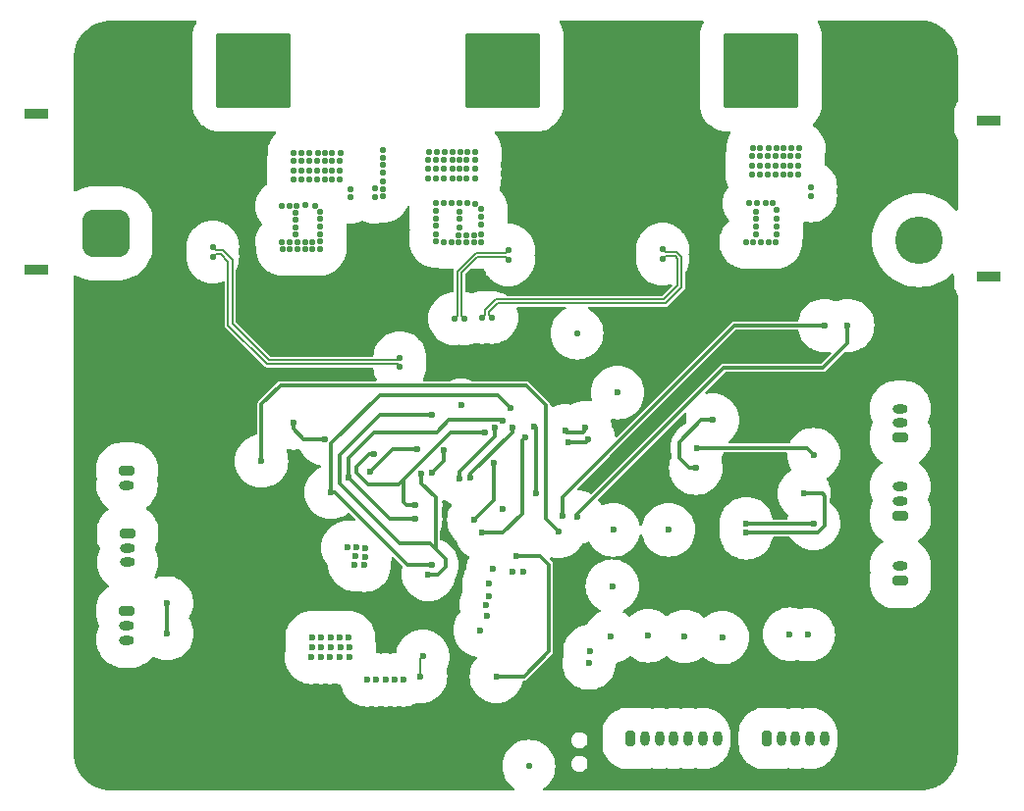
<source format=gbr>
%TF.GenerationSoftware,KiCad,Pcbnew,8.0.4*%
%TF.CreationDate,2024-12-09T12:19:11+01:00*%
%TF.ProjectId,BLDC motor controller,424c4443-206d-46f7-946f-7220636f6e74,1.1*%
%TF.SameCoordinates,Original*%
%TF.FileFunction,Copper,L4,Inr*%
%TF.FilePolarity,Positive*%
%FSLAX46Y46*%
G04 Gerber Fmt 4.6, Leading zero omitted, Abs format (unit mm)*
G04 Created by KiCad (PCBNEW 8.0.4) date 2024-12-09 12:19:11*
%MOMM*%
%LPD*%
G01*
G04 APERTURE LIST*
G04 Aperture macros list*
%AMRoundRect*
0 Rectangle with rounded corners*
0 $1 Rounding radius*
0 $2 $3 $4 $5 $6 $7 $8 $9 X,Y pos of 4 corners*
0 Add a 4 corners polygon primitive as box body*
4,1,4,$2,$3,$4,$5,$6,$7,$8,$9,$2,$3,0*
0 Add four circle primitives for the rounded corners*
1,1,$1+$1,$2,$3*
1,1,$1+$1,$4,$5*
1,1,$1+$1,$6,$7*
1,1,$1+$1,$8,$9*
0 Add four rect primitives between the rounded corners*
20,1,$1+$1,$2,$3,$4,$5,0*
20,1,$1+$1,$4,$5,$6,$7,0*
20,1,$1+$1,$6,$7,$8,$9,0*
20,1,$1+$1,$8,$9,$2,$3,0*%
G04 Aperture macros list end*
%TA.AperFunction,ComponentPad*%
%ADD10C,0.800000*%
%TD*%
%TA.AperFunction,ComponentPad*%
%ADD11C,6.000000*%
%TD*%
%TA.AperFunction,ComponentPad*%
%ADD12RoundRect,0.200000X-0.200000X-0.450000X0.200000X-0.450000X0.200000X0.450000X-0.200000X0.450000X0*%
%TD*%
%TA.AperFunction,ComponentPad*%
%ADD13O,0.800000X1.300000*%
%TD*%
%TA.AperFunction,ComponentPad*%
%ADD14RoundRect,0.200000X-0.450000X0.200000X-0.450000X-0.200000X0.450000X-0.200000X0.450000X0.200000X0*%
%TD*%
%TA.AperFunction,ComponentPad*%
%ADD15O,1.300000X0.800000*%
%TD*%
%TA.AperFunction,ComponentPad*%
%ADD16C,0.550000*%
%TD*%
%TA.AperFunction,ComponentPad*%
%ADD17C,2.000000*%
%TD*%
%TA.AperFunction,ComponentPad*%
%ADD18RoundRect,0.325000X-2.925000X-2.925000X2.925000X-2.925000X2.925000X2.925000X-2.925000X2.925000X0*%
%TD*%
%TA.AperFunction,ComponentPad*%
%ADD19RoundRect,0.200000X0.450000X-0.200000X0.450000X0.200000X-0.450000X0.200000X-0.450000X-0.200000X0*%
%TD*%
%TA.AperFunction,ComponentPad*%
%ADD20R,2.000000X0.900000*%
%TD*%
%TA.AperFunction,ComponentPad*%
%ADD21RoundRect,1.025000X-1.025000X1.025000X-1.025000X-1.025000X1.025000X-1.025000X1.025000X1.025000X0*%
%TD*%
%TA.AperFunction,ComponentPad*%
%ADD22C,4.100000*%
%TD*%
%TA.AperFunction,ComponentPad*%
%ADD23RoundRect,1.025000X1.025000X-1.025000X1.025000X1.025000X-1.025000X1.025000X-1.025000X-1.025000X0*%
%TD*%
%TA.AperFunction,ViaPad*%
%ADD24C,0.550000*%
%TD*%
%TA.AperFunction,ViaPad*%
%ADD25C,0.600000*%
%TD*%
%TA.AperFunction,Conductor*%
%ADD26C,0.300000*%
%TD*%
%TA.AperFunction,Conductor*%
%ADD27C,0.200000*%
%TD*%
%TA.AperFunction,Conductor*%
%ADD28C,0.172000*%
%TD*%
G04 APERTURE END LIST*
D10*
%TO.N,GND*%
%TO.C,H2303*%
X164750000Y-71250000D03*
X165409010Y-69659010D03*
X165409010Y-72840990D03*
X167000000Y-69000000D03*
D11*
X167000000Y-71250000D03*
D10*
X167000000Y-73500000D03*
X168590990Y-69659010D03*
X168590990Y-72840990D03*
X169250000Y-71250000D03*
%TD*%
D12*
%TO.N,+3V3*%
%TO.C,J2202*%
X153750000Y-129750000D03*
D13*
%TO.N,+5V*%
X155000000Y-129750000D03*
%TO.N,/Project Architecture/Interface - Interconnects/AUXP_2_SCL*%
X156250000Y-129750000D03*
%TO.N,/Project Architecture/Interface - Interconnects/AUXP_2_SDA*%
X157500000Y-129750000D03*
%TO.N,GND*%
X158750000Y-129750000D03*
%TD*%
D10*
%TO.N,GND*%
%TO.C,H2304*%
X164750000Y-131000000D03*
X165409010Y-129409010D03*
X165409010Y-132590990D03*
X167000000Y-128750000D03*
D11*
X167000000Y-131000000D03*
D10*
X167000000Y-133250000D03*
X168590990Y-129409010D03*
X168590990Y-132590990D03*
X169250000Y-131000000D03*
%TD*%
D14*
%TO.N,/Project Architecture/Interface - FD-CAN/FDCAN_P*%
%TO.C,J2004*%
X98600000Y-118750000D03*
D15*
%TO.N,GND*%
X98600000Y-120000000D03*
%TO.N,/Project Architecture/Interface - FD-CAN/FDCAN_N*%
X98600000Y-121250000D03*
%TD*%
D16*
%TO.N,/Project Architecture/Motor Control - Inverter - Phase C/PHASE_C*%
%TO.C,J1301*%
X106550000Y-69140000D03*
X106550000Y-71070000D03*
X106550000Y-71580000D03*
X106550000Y-72090000D03*
X106550000Y-72600000D03*
X106550000Y-73110000D03*
X106550000Y-75040000D03*
X107000000Y-71325000D03*
X107000000Y-71835000D03*
X107000000Y-72345000D03*
X107000000Y-72855000D03*
D17*
X107350000Y-69940000D03*
X107350000Y-74240000D03*
D16*
X107450000Y-71070000D03*
X107450000Y-71580000D03*
X107450000Y-72090000D03*
X107450000Y-72600000D03*
X107450000Y-73110000D03*
X108480000Y-69140000D03*
X108480000Y-70040000D03*
X108480000Y-74140000D03*
X108480000Y-75040000D03*
X108735000Y-69590000D03*
X108735000Y-74590000D03*
X108990000Y-69140000D03*
X108990000Y-70040000D03*
X108990000Y-74140000D03*
X108990000Y-75040000D03*
X109245000Y-69590000D03*
X109245000Y-74590000D03*
X109500000Y-69140000D03*
X109500000Y-70040000D03*
D18*
X109500000Y-72090000D03*
D16*
X109500000Y-74140000D03*
X109500000Y-75040000D03*
X109755000Y-69590000D03*
X109755000Y-74590000D03*
X110010000Y-69140000D03*
X110010000Y-70040000D03*
X110010000Y-74140000D03*
X110010000Y-75040000D03*
X110265000Y-69590000D03*
X110265000Y-74590000D03*
X110520000Y-69140000D03*
X110520000Y-70040000D03*
X110520000Y-74140000D03*
X110520000Y-75040000D03*
X111550000Y-71070000D03*
X111550000Y-71580000D03*
X111550000Y-72090000D03*
X111550000Y-72600000D03*
X111550000Y-73110000D03*
D17*
X111650000Y-69940000D03*
X111650000Y-74240000D03*
D16*
X112000000Y-71325000D03*
X112000000Y-71835000D03*
X112000000Y-72345000D03*
X112000000Y-72855000D03*
X112450000Y-69140000D03*
X112450000Y-71070000D03*
X112450000Y-71580000D03*
X112450000Y-72090000D03*
X112450000Y-72600000D03*
X112450000Y-73110000D03*
X112450000Y-75040000D03*
%TD*%
D19*
%TO.N,/Project Architecture/Interface - Interconnects/RS485_P*%
%TO.C,J2008*%
X165300000Y-110525000D03*
D15*
%TO.N,GND*%
X165300000Y-109275000D03*
%TO.N,/Project Architecture/Interface - Interconnects/RS485_N*%
X165300000Y-108025000D03*
%TD*%
D16*
%TO.N,/Project Architecture/Motor Control - Inverter - Phase A/PHASE_A*%
%TO.C,J1101*%
X150300000Y-69130000D03*
X150300000Y-71060000D03*
X150300000Y-71570000D03*
X150300000Y-72080000D03*
X150300000Y-72590000D03*
X150300000Y-73100000D03*
X150300000Y-75030000D03*
X150750000Y-71315000D03*
X150750000Y-71825000D03*
X150750000Y-72335000D03*
X150750000Y-72845000D03*
D17*
X151100000Y-69930000D03*
X151100000Y-74230000D03*
D16*
X151200000Y-71060000D03*
X151200000Y-71570000D03*
X151200000Y-72080000D03*
X151200000Y-72590000D03*
X151200000Y-73100000D03*
X152230000Y-69130000D03*
X152230000Y-70030000D03*
X152230000Y-74130000D03*
X152230000Y-75030000D03*
X152485000Y-69580000D03*
X152485000Y-74580000D03*
X152740000Y-69130000D03*
X152740000Y-70030000D03*
X152740000Y-74130000D03*
X152740000Y-75030000D03*
X152995000Y-69580000D03*
X152995000Y-74580000D03*
X153250000Y-69130000D03*
X153250000Y-70030000D03*
D18*
X153250000Y-72080000D03*
D16*
X153250000Y-74130000D03*
X153250000Y-75030000D03*
X153505000Y-69580000D03*
X153505000Y-74580000D03*
X153760000Y-69130000D03*
X153760000Y-70030000D03*
X153760000Y-74130000D03*
X153760000Y-75030000D03*
X154015000Y-69580000D03*
X154015000Y-74580000D03*
X154270000Y-69130000D03*
X154270000Y-70030000D03*
X154270000Y-74130000D03*
X154270000Y-75030000D03*
X155300000Y-71060000D03*
X155300000Y-71570000D03*
X155300000Y-72080000D03*
X155300000Y-72590000D03*
X155300000Y-73100000D03*
D17*
X155400000Y-69930000D03*
X155400000Y-74230000D03*
D16*
X155750000Y-71315000D03*
X155750000Y-71825000D03*
X155750000Y-72335000D03*
X155750000Y-72845000D03*
X156200000Y-69130000D03*
X156200000Y-71060000D03*
X156200000Y-71570000D03*
X156200000Y-72080000D03*
X156200000Y-72590000D03*
X156200000Y-73100000D03*
X156200000Y-75030000D03*
%TD*%
%TO.N,/Project Architecture/Motor Control - Inverter - Phase B/PHASE_B*%
%TO.C,J1201*%
X128050000Y-69150000D03*
X128050000Y-71080000D03*
X128050000Y-71590000D03*
X128050000Y-72100000D03*
X128050000Y-72610000D03*
X128050000Y-73120000D03*
X128050000Y-75050000D03*
X128500000Y-71335000D03*
X128500000Y-71845000D03*
X128500000Y-72355000D03*
X128500000Y-72865000D03*
D17*
X128850000Y-69950000D03*
X128850000Y-74250000D03*
D16*
X128950000Y-71080000D03*
X128950000Y-71590000D03*
X128950000Y-72100000D03*
X128950000Y-72610000D03*
X128950000Y-73120000D03*
X129980000Y-69150000D03*
X129980000Y-70050000D03*
X129980000Y-74150000D03*
X129980000Y-75050000D03*
X130235000Y-69600000D03*
X130235000Y-74600000D03*
X130490000Y-69150000D03*
X130490000Y-70050000D03*
X130490000Y-74150000D03*
X130490000Y-75050000D03*
X130745000Y-69600000D03*
X130745000Y-74600000D03*
X131000000Y-69150000D03*
X131000000Y-70050000D03*
D18*
X131000000Y-72100000D03*
D16*
X131000000Y-74150000D03*
X131000000Y-75050000D03*
X131255000Y-69600000D03*
X131255000Y-74600000D03*
X131510000Y-69150000D03*
X131510000Y-70050000D03*
X131510000Y-74150000D03*
X131510000Y-75050000D03*
X131765000Y-69600000D03*
X131765000Y-74600000D03*
X132020000Y-69150000D03*
X132020000Y-70050000D03*
X132020000Y-74150000D03*
X132020000Y-75050000D03*
X133050000Y-71080000D03*
X133050000Y-71590000D03*
X133050000Y-72100000D03*
X133050000Y-72610000D03*
X133050000Y-73120000D03*
D17*
X133150000Y-69950000D03*
X133150000Y-74250000D03*
D16*
X133500000Y-71335000D03*
X133500000Y-71845000D03*
X133500000Y-72355000D03*
X133500000Y-72865000D03*
X133950000Y-69150000D03*
X133950000Y-71080000D03*
X133950000Y-71590000D03*
X133950000Y-72100000D03*
X133950000Y-72610000D03*
X133950000Y-73120000D03*
X133950000Y-75050000D03*
%TD*%
D19*
%TO.N,/Project Architecture/Interface - Fan Control/FAN_CONTROL_PWM*%
%TO.C,J2012*%
X165300000Y-116125000D03*
D15*
%TO.N,+12V*%
X165300000Y-114875000D03*
%TD*%
D10*
%TO.N,GND*%
%TO.C,H2301*%
X95000000Y-71000000D03*
X95659010Y-69409010D03*
X95659010Y-72590990D03*
X97250000Y-68750000D03*
D11*
X97250000Y-71000000D03*
D10*
X97250000Y-73250000D03*
X98840990Y-69409010D03*
X98840990Y-72590990D03*
X99500000Y-71000000D03*
%TD*%
D14*
%TO.N,/Project Architecture/Interface - Interconnects/TEMP_MOT_L*%
%TO.C,J2011*%
X98600000Y-106625000D03*
D15*
%TO.N,/Project Architecture/Interface - Interconnects/TEMP_MOT_H*%
X98600000Y-107875000D03*
%TD*%
D19*
%TO.N,/Project Architecture/Interface - Interconnects/RS485_N*%
%TO.C,J2009*%
X165300000Y-103775000D03*
D15*
%TO.N,GND*%
X165300000Y-102525000D03*
%TO.N,/Project Architecture/Interface - Interconnects/RS485_P*%
X165300000Y-101275000D03*
%TD*%
D14*
%TO.N,/Project Architecture/Interface - FD-CAN/FDCAN_N*%
%TO.C,J2005*%
X98650000Y-112050000D03*
D15*
%TO.N,GND*%
X98650000Y-113300000D03*
%TO.N,/Project Architecture/Interface - FD-CAN/FDCAN_P*%
X98650000Y-114550000D03*
%TD*%
D12*
%TO.N,+3V3*%
%TO.C,J2001*%
X142000000Y-129750000D03*
D13*
%TO.N,+5V*%
X143250000Y-129750000D03*
%TO.N,/Project Architecture/Interface - Interconnects/AUXP_1_CS*%
X144500000Y-129750000D03*
%TO.N,/Project Architecture/Interface - Interconnects/AUXP_1_MISO*%
X145750000Y-129750000D03*
%TO.N,/Project Architecture/Interface - Interconnects/AUXP_1_MOSI*%
X147000000Y-129750000D03*
%TO.N,/Project Architecture/Interface - Interconnects/AUXP_1_SCK*%
X148250000Y-129750000D03*
%TO.N,GND*%
X149500000Y-129750000D03*
%TD*%
D10*
%TO.N,GND*%
%TO.C,H2302*%
X95000000Y-130900000D03*
X95659010Y-129309010D03*
X95659010Y-132490990D03*
X97250000Y-128650000D03*
D11*
X97250000Y-130900000D03*
D10*
X97250000Y-133150000D03*
X98840990Y-129309010D03*
X98840990Y-132490990D03*
X99500000Y-130900000D03*
%TD*%
D20*
%TO.N,*%
%TO.C,J402*%
X90750000Y-75800000D03*
X90750000Y-89300000D03*
D21*
%TO.N,+VBAT_SAFE*%
X96750000Y-86150000D03*
D22*
%TO.N,GND*%
X96750000Y-78950000D03*
%TD*%
D20*
%TO.N,*%
%TO.C,J401*%
X172905000Y-89875000D03*
X172905000Y-76375000D03*
D23*
%TO.N,GND*%
X166905000Y-79525000D03*
D22*
%TO.N,+VBAT_SAFE*%
X166905000Y-86725000D03*
%TD*%
D24*
%TO.N,+VBAT_SAFE*%
X125950000Y-81400000D03*
X152500000Y-81100000D03*
X125250000Y-79800000D03*
X115250000Y-85550000D03*
X125950000Y-80600000D03*
X129100000Y-85400000D03*
X128600000Y-81400000D03*
X154650000Y-84900000D03*
X155200000Y-81100000D03*
X125250000Y-81400000D03*
X125250000Y-86200000D03*
X127950000Y-79100000D03*
X112600000Y-86900000D03*
X127250000Y-84250000D03*
X127300000Y-81400000D03*
X128500000Y-86300000D03*
X115250000Y-86850000D03*
X128650000Y-79100000D03*
X113650000Y-79200000D03*
X112000000Y-87500000D03*
X127850000Y-86900000D03*
X126650000Y-81400000D03*
X113950000Y-87500000D03*
X125250000Y-83550000D03*
X127900000Y-81400000D03*
X129150000Y-86250000D03*
X127300000Y-80600000D03*
X153250000Y-86900000D03*
X124650000Y-79100000D03*
X127350000Y-79100000D03*
X154550000Y-81100000D03*
X154650000Y-85550000D03*
X124600000Y-79800000D03*
X113300000Y-87500000D03*
X153850000Y-80300000D03*
X113950000Y-86900000D03*
X115050000Y-79200000D03*
X114600000Y-86900000D03*
X113000000Y-79200000D03*
X116250000Y-81500000D03*
X113100000Y-86200000D03*
X115250000Y-84900000D03*
X116250000Y-79900000D03*
X112950000Y-79900000D03*
X127300000Y-79800000D03*
X112600000Y-83800000D03*
X114350000Y-79200000D03*
X126600000Y-83550000D03*
X127200000Y-86900000D03*
X114000000Y-83700000D03*
X127900000Y-79800000D03*
X153850000Y-79500000D03*
X153150000Y-79500000D03*
X113100000Y-84400000D03*
X116300000Y-79200000D03*
X154600000Y-78800000D03*
X125950000Y-79800000D03*
X152850000Y-84250000D03*
X114850000Y-83750000D03*
X124600000Y-81400000D03*
X155800000Y-80300000D03*
X129150000Y-84050000D03*
X117850000Y-83000000D03*
X155200000Y-79500000D03*
X152850000Y-85550000D03*
X119950000Y-83000000D03*
X112950000Y-80700000D03*
X152600000Y-86900000D03*
X127300000Y-83550000D03*
X157550000Y-82150000D03*
X115250000Y-84250000D03*
X120650000Y-82300000D03*
X115000000Y-80700000D03*
X116250000Y-80700000D03*
X113600000Y-81500000D03*
X120000000Y-82250000D03*
X115000000Y-81500000D03*
X125250000Y-85500000D03*
X128600000Y-79800000D03*
X115700000Y-79200000D03*
X113600000Y-80700000D03*
X155250000Y-78800000D03*
X153900000Y-86900000D03*
X153850000Y-81100000D03*
X152550000Y-78800000D03*
X152850000Y-84900000D03*
X152250000Y-83550000D03*
X125250000Y-84850000D03*
X113100000Y-84950000D03*
X153150000Y-80300000D03*
X111950000Y-83800000D03*
X156500000Y-81100000D03*
X154550000Y-79500000D03*
X128500000Y-86900000D03*
X152850000Y-86200000D03*
X152500000Y-79500000D03*
X156550000Y-78800000D03*
X128600000Y-83600000D03*
X116950000Y-79900000D03*
X126650000Y-80600000D03*
X117850000Y-82350000D03*
X155200000Y-80300000D03*
X125250000Y-86850000D03*
X116950000Y-81500000D03*
X129150000Y-84700000D03*
X125900000Y-86900000D03*
X127950000Y-83550000D03*
X129150000Y-86900000D03*
X115000000Y-79900000D03*
X114300000Y-80700000D03*
X137400000Y-94750000D03*
X156500000Y-79500000D03*
X113300000Y-86900000D03*
X120650000Y-79600000D03*
X153650000Y-83550000D03*
X151950000Y-86900000D03*
X115650000Y-81500000D03*
X154650000Y-84150000D03*
X115650000Y-80700000D03*
X127250000Y-85600000D03*
X120650000Y-81650000D03*
X113100000Y-85600000D03*
X125950000Y-83550000D03*
X127200000Y-86300000D03*
X117000000Y-79200000D03*
X115250000Y-87500000D03*
X128600000Y-80600000D03*
X126550000Y-86900000D03*
X155850000Y-78800000D03*
X124600000Y-80600000D03*
X114300000Y-81500000D03*
X115650000Y-79900000D03*
X153150000Y-81100000D03*
X116950000Y-80700000D03*
X114600000Y-87500000D03*
X112650000Y-87500000D03*
X114300000Y-79900000D03*
X125250000Y-84200000D03*
X154650000Y-86200000D03*
X127250000Y-84900000D03*
X113250000Y-83800000D03*
X154550000Y-86900000D03*
X112950000Y-81500000D03*
X156500000Y-80300000D03*
X155800000Y-79500000D03*
X111950000Y-86900000D03*
X127900000Y-80600000D03*
X154300000Y-83550000D03*
X113600000Y-79900000D03*
X126700000Y-79100000D03*
X120650000Y-80250000D03*
X120650000Y-80900000D03*
X152950000Y-83550000D03*
X120650000Y-82950000D03*
X155800000Y-81100000D03*
X157550000Y-82900000D03*
X153200000Y-78800000D03*
X125250000Y-80600000D03*
X152500000Y-80300000D03*
X125300000Y-79100000D03*
X126000000Y-79100000D03*
X120650000Y-78950000D03*
X127850000Y-86300000D03*
X154550000Y-80300000D03*
X153900000Y-78800000D03*
X126650000Y-79800000D03*
X115250000Y-86200000D03*
%TO.N,GND*%
X163500000Y-79100000D03*
X101200000Y-95600000D03*
X95700000Y-126200000D03*
X117800000Y-90700000D03*
X94600000Y-123000000D03*
X97000000Y-124000000D03*
X98400000Y-94400000D03*
X105500000Y-95600000D03*
X103700000Y-97900000D03*
X105600000Y-94400000D03*
X101200000Y-98900000D03*
X116800000Y-93700000D03*
X162100000Y-119700000D03*
X103700000Y-94400000D03*
X100300000Y-101400000D03*
X102700000Y-101400000D03*
X114900000Y-93700000D03*
X163100000Y-121600000D03*
X100900000Y-133700000D03*
X98800000Y-125000000D03*
X155100000Y-98900000D03*
X116800000Y-91700000D03*
X163200000Y-97400000D03*
X99300000Y-98900000D03*
X152200000Y-99900000D03*
X164200000Y-96400000D03*
X155300000Y-95300000D03*
X105500000Y-97900000D03*
X94700000Y-124300000D03*
X97000000Y-127100000D03*
X158300000Y-99800000D03*
X163500000Y-81200000D03*
X153300000Y-98900000D03*
X162100000Y-121500000D03*
X120700000Y-90700000D03*
X100200000Y-97900000D03*
X159300000Y-99800000D03*
X163500000Y-77300000D03*
X99400000Y-97900000D03*
X104600000Y-94400000D03*
X163500000Y-76200000D03*
X162200000Y-126800000D03*
X145100000Y-95300000D03*
X155100000Y-99900000D03*
X104500000Y-95600000D03*
X102700000Y-131600000D03*
X102700000Y-100400000D03*
X100200000Y-98900000D03*
X100300000Y-94400000D03*
X94700000Y-127200000D03*
X162200000Y-125700000D03*
X99900000Y-127100000D03*
X163500000Y-78100000D03*
X139900000Y-96300000D03*
X102600000Y-97900000D03*
X162100000Y-122600000D03*
X98000000Y-125000000D03*
X164200000Y-95600000D03*
X116000000Y-92700000D03*
X103700000Y-101400000D03*
X163200000Y-123900000D03*
X98900000Y-124000000D03*
X104500000Y-97900000D03*
X104600000Y-100400000D03*
X116800000Y-92700000D03*
X98900000Y-126100000D03*
X99900000Y-126100000D03*
X103500000Y-95600000D03*
X103600000Y-98900000D03*
X95600000Y-123000000D03*
X159300000Y-98800000D03*
X95600000Y-121100000D03*
X102700000Y-132700000D03*
X99400000Y-93400000D03*
X95700000Y-125300000D03*
X153500000Y-95300000D03*
X117800000Y-92700000D03*
X100300000Y-100400000D03*
X102600000Y-98900000D03*
X162200000Y-124900000D03*
X104600000Y-101400000D03*
X100200000Y-95600000D03*
X98300000Y-97900000D03*
X115900000Y-93700000D03*
X163100000Y-120700000D03*
X101200000Y-97900000D03*
X101300000Y-101400000D03*
X100900000Y-131600000D03*
X162500000Y-82000000D03*
X154100000Y-98900000D03*
X143200000Y-95300000D03*
X103800000Y-100400000D03*
X95600000Y-120100000D03*
X163500000Y-82000000D03*
X118900000Y-90700000D03*
X152200000Y-98900000D03*
X140800000Y-95300000D03*
X121700000Y-90700000D03*
X94600000Y-121100000D03*
X98400000Y-101400000D03*
X99400000Y-101400000D03*
X103700000Y-93400000D03*
X162500000Y-81100000D03*
X105600000Y-93400000D03*
X101300000Y-93400000D03*
X94700000Y-126100000D03*
X101300000Y-94400000D03*
X97000000Y-125000000D03*
X99400000Y-94400000D03*
X98400000Y-93400000D03*
X163500000Y-80100000D03*
X98300000Y-95600000D03*
X101300000Y-100400000D03*
X104600000Y-93400000D03*
X144300000Y-95300000D03*
X157500000Y-98800000D03*
X94600000Y-121900000D03*
X162200000Y-123900000D03*
X156400000Y-99800000D03*
X163100000Y-119700000D03*
X157400000Y-99800000D03*
X98400000Y-100400000D03*
X102700000Y-93400000D03*
X117800000Y-91700000D03*
X95700000Y-127200000D03*
X98300000Y-98900000D03*
X94700000Y-125300000D03*
X163200000Y-124900000D03*
X156400000Y-98800000D03*
X102600000Y-95600000D03*
X99500000Y-100400000D03*
X105600000Y-100400000D03*
X98800000Y-127100000D03*
X141800000Y-95300000D03*
X99200000Y-95600000D03*
X97000000Y-126100000D03*
X164200000Y-94500000D03*
X101800000Y-133700000D03*
X154100000Y-99900000D03*
X101800000Y-132700000D03*
X117800000Y-93700000D03*
X146100000Y-95300000D03*
X162500000Y-80100000D03*
X102700000Y-94400000D03*
X100300000Y-93400000D03*
X105500000Y-98900000D03*
X162500000Y-83000000D03*
X152400000Y-95300000D03*
X94600000Y-120100000D03*
X163200000Y-125800000D03*
X163100000Y-122600000D03*
X162100000Y-120700000D03*
X163200000Y-95500000D03*
X98000000Y-124000000D03*
X95600000Y-122000000D03*
X101800000Y-131600000D03*
X140000000Y-95300000D03*
X158300000Y-98800000D03*
X98000000Y-126100000D03*
X154300000Y-95300000D03*
X98000000Y-127100000D03*
X119900000Y-90700000D03*
X95700000Y-124300000D03*
X104500000Y-98900000D03*
X153200000Y-99900000D03*
X163500000Y-83000000D03*
X102600000Y-133700000D03*
X116800000Y-90700000D03*
X163200000Y-126800000D03*
X164200000Y-97400000D03*
X100900000Y-132700000D03*
D25*
%TO.N,+5V*%
X118250000Y-114750000D03*
X117650000Y-113250000D03*
X119150000Y-113300000D03*
X118300000Y-114000000D03*
X119050000Y-114800000D03*
X119100000Y-114050000D03*
X118350000Y-113250000D03*
%TO.N,+12V*%
X157825000Y-105250000D03*
X147775000Y-104650000D03*
D24*
%TO.N,+3V3*%
X133250000Y-132150000D03*
D25*
X145300000Y-111750000D03*
X140550000Y-111750000D03*
X116950000Y-121050000D03*
X130975000Y-109925000D03*
X140900000Y-99900000D03*
X115300000Y-122750000D03*
X117700000Y-121050000D03*
X117800000Y-121900000D03*
X115350000Y-121050000D03*
X116150000Y-121050000D03*
X115350000Y-121900000D03*
X127400000Y-101000000D03*
X117750000Y-122750000D03*
X117000000Y-121900000D03*
X116950000Y-122750000D03*
X116150000Y-121900000D03*
X114500000Y-122750000D03*
X114550000Y-121900000D03*
X116100000Y-122750000D03*
X114550000Y-121050000D03*
%TO.N,+3V3A*%
X122450000Y-124700000D03*
X120900000Y-124700000D03*
X120100000Y-124700000D03*
X121700000Y-124700000D03*
X119300000Y-124700000D03*
%TO.N,/Project Architecture/MCU - I_O/SENSE_TEMP_FET*%
X158750000Y-94100000D03*
X136150000Y-110500000D03*
%TO.N,/Project Architecture/MCU - I_O/SENSE_TEMP_MOT*%
X110200000Y-105800000D03*
X135800000Y-111900000D03*
%TO.N,/Project Architecture/MCU - I_O/BATTERY_VSENSE*%
X160750000Y-94100000D03*
X137450000Y-110650000D03*
%TO.N,/Project Architecture/Interface - FD-CAN/FDCAN_TERM_MID*%
X102000000Y-118050000D03*
X102050000Y-120700000D03*
%TO.N,/Project Architecture/Interface - Interconnects/AUX_1_SCK*%
X129800000Y-117440065D03*
X149950000Y-121050000D03*
%TO.N,/Project Architecture/Interface - Interconnects/AUX_1_MISO*%
X129650000Y-119150000D03*
X143550000Y-120900000D03*
X130350000Y-102900000D03*
X127300000Y-107300000D03*
%TO.N,/Project Architecture/Interface - Interconnects/AUX_1_MOSI*%
X146700000Y-120950000D03*
X129550000Y-118200000D03*
X128200000Y-107200000D03*
X131800000Y-102950000D03*
%TO.N,/Project Architecture/Interface - Interconnects/AUX_1_CS*%
X140350000Y-120950000D03*
X129050000Y-120400000D03*
%TO.N,/Project Architecture/Interface - Interconnects/AUX_2_SCL*%
X138511357Y-122252354D03*
X155750000Y-120750000D03*
%TO.N,/Project Architecture/Interface - Interconnects/AUX_2_SDA*%
X157350000Y-120800000D03*
X138450000Y-123250000D03*
%TO.N,/Project Architecture/Power Generation - Buck Converter/BUCK_5V_PG*%
X115675000Y-103900000D03*
X112925000Y-102525000D03*
%TO.N,/Project Architecture/Power Generation - Buck Converter/BUCK_12V_MODE*%
X149100000Y-102250000D03*
X147650000Y-106425000D03*
%TO.N,/Project Architecture/MCU - I_O/DRIVER_ENABLE*%
X130200000Y-106000000D03*
X128500000Y-110900000D03*
%TO.N,/Project Architecture/MCU - I_O/DRIVER_NFALUT*%
X124900000Y-101800000D03*
X124000000Y-106900000D03*
X124600000Y-115600000D03*
%TO.N,/Project Architecture/Interface - RS8485/RS485_UART_DE*%
X157800000Y-111200000D03*
X152000000Y-111200000D03*
%TO.N,/Project Architecture/Interface - RS8485/RS485_UART_nRE*%
X152000000Y-112000000D03*
X157000000Y-108600000D03*
%TO.N,/Project Architecture/Interface - Interconnects/MCU_nRESET*%
X132200000Y-114000000D03*
X130450000Y-124400000D03*
%TO.N,/Project Architecture/Interface - Interconnects/AUX_1_V*%
X129800000Y-116350000D03*
X136700000Y-104200000D03*
X138400000Y-103950000D03*
%TO.N,/Project Architecture/Interface - Interconnects/AUX_1_U*%
X132800000Y-115400000D03*
%TO.N,/Project Architecture/Interface - Interconnects/AUX_1_I*%
X138100000Y-102900000D03*
X136400000Y-103200000D03*
%TO.N,/Project Architecture/Interface - Interconnects/AUX_1_B*%
X131800000Y-115350000D03*
X133900000Y-108550000D03*
X133700000Y-102800000D03*
%TO.N,/Project Architecture/Interface - Interconnects/AUX_1_A*%
X130165380Y-115115380D03*
%TO.N,/Project Architecture/Interface - Interconnects/AUX_2_PWM*%
X140450000Y-116600000D03*
%TO.N,/Project Architecture/MCU - I_O/PWM_PHASE_C*%
X116200000Y-108500000D03*
X124900000Y-114800000D03*
X131700000Y-101200000D03*
%TO.N,/Project Architecture/MCU - I_O/PWM_PHASE_B*%
X117700000Y-107200000D03*
X131000000Y-102300000D03*
X123500000Y-110800000D03*
%TO.N,/Project Architecture/MCU - I_O/PWM_PHASE_A*%
X129500000Y-103300000D03*
X119900000Y-105200000D03*
X123500000Y-109600000D03*
%TO.N,/Project Architecture/MCU - I_O/DRIVER_HIZ*%
X132950000Y-103750000D03*
X129200000Y-112000000D03*
%TO.N,/Project Architecture/MCU - I_O/DRIVER_MOSI*%
X123600000Y-104800000D03*
X119600000Y-106700000D03*
%TO.N,/Project Architecture/MCU - I_O/DRIVER_SCK*%
X124900000Y-106800000D03*
X125900000Y-104900000D03*
D24*
%TO.N,/Project Architecture/Motor Control - Inverter - Phase A/DRIVER_SPA+*%
X130071701Y-93396701D03*
X144782012Y-87517587D03*
%TO.N,/Project Architecture/Motor Control - Inverter - Phase A/DRIVER_SPB+*%
X126836514Y-93511514D03*
X131500000Y-87575000D03*
%TO.N,/Project Architecture/Motor Control - Inverter - Phase A/DRIVER_SPC+*%
X122125000Y-96875000D03*
X106000000Y-87325000D03*
%TO.N,/Project Architecture/Motor Control - Inverter - Phase A/DRIVER_SPA-*%
X144782012Y-88367587D03*
X129221701Y-93396701D03*
%TO.N,/Project Architecture/Motor Control - Inverter - Phase A/DRIVER_SPB-*%
X127686514Y-93511514D03*
X131500000Y-88425000D03*
%TO.N,/Project Architecture/Motor Control - Inverter - Phase A/DRIVER_SPC-*%
X122125000Y-97625000D03*
X106000000Y-88175000D03*
D25*
%TO.N,/Project Architecture/Interface - FD-CAN/CAN_MCU_N*%
X124099029Y-122675050D03*
X123922329Y-124378713D03*
%TD*%
D26*
%TO.N,+12V*%
X157225000Y-104650000D02*
X157825000Y-105250000D01*
X147775000Y-104650000D02*
X157225000Y-104650000D01*
%TO.N,/Project Architecture/MCU - I_O/SENSE_TEMP_FET*%
X136150000Y-110500000D02*
X136150000Y-108925000D01*
X136150000Y-108925000D02*
X150975000Y-94100000D01*
X150975000Y-94100000D02*
X158750000Y-94100000D01*
%TO.N,/Project Architecture/MCU - I_O/SENSE_TEMP_MOT*%
X134700000Y-110800000D02*
X135800000Y-111900000D01*
X111825000Y-99250000D02*
X133000000Y-99250000D01*
X110200000Y-100875000D02*
X111825000Y-99250000D01*
X110200000Y-105800000D02*
X110200000Y-100875000D01*
X134700000Y-100950000D02*
X134700000Y-110800000D01*
X133000000Y-99250000D02*
X134700000Y-100950000D01*
D27*
%TO.N,/Project Architecture/MCU - I_O/BATTERY_VSENSE*%
X137450000Y-110650000D02*
X137450000Y-110350000D01*
D26*
X160750000Y-95600000D02*
X160750000Y-94100000D01*
X150025000Y-97775000D02*
X158575000Y-97775000D01*
X158575000Y-97775000D02*
X160750000Y-95600000D01*
X137450000Y-110350000D02*
X150025000Y-97775000D01*
%TO.N,/Project Architecture/Interface - FD-CAN/FDCAN_TERM_MID*%
X102000000Y-120650000D02*
X102050000Y-120700000D01*
X102000000Y-118050000D02*
X102000000Y-120650000D01*
%TO.N,/Project Architecture/Interface - Interconnects/AUX_1_MISO*%
X127300000Y-106700000D02*
X130350000Y-103650000D01*
X127300000Y-107300000D02*
X127300000Y-106700000D01*
X130350000Y-103650000D02*
X130350000Y-102900000D01*
%TO.N,/Project Architecture/Interface - Interconnects/AUX_1_MOSI*%
X131800000Y-103300000D02*
X131800000Y-102950000D01*
X128200000Y-106900000D02*
X131800000Y-103300000D01*
X128200000Y-107200000D02*
X128200000Y-106900000D01*
%TO.N,/Project Architecture/Power Generation - Buck Converter/BUCK_5V_PG*%
X112925000Y-103000000D02*
X113825000Y-103900000D01*
X113825000Y-103900000D02*
X115675000Y-103900000D01*
X112925000Y-102525000D02*
X112925000Y-103000000D01*
%TO.N,/Project Architecture/Power Generation - Buck Converter/BUCK_12V_MODE*%
X147650000Y-106425000D02*
X147050000Y-106425000D01*
X146200000Y-105575000D02*
X146200000Y-104175000D01*
X148125000Y-102250000D02*
X149100000Y-102250000D01*
X146200000Y-104175000D02*
X148125000Y-102250000D01*
X147050000Y-106425000D02*
X146200000Y-105575000D01*
%TO.N,/Project Architecture/MCU - I_O/DRIVER_ENABLE*%
X128500000Y-110900000D02*
X130200000Y-109200000D01*
X130200000Y-109200000D02*
X130200000Y-106000000D01*
%TO.N,/Project Architecture/MCU - I_O/DRIVER_NFALUT*%
X125200000Y-113400000D02*
X124700000Y-112900000D01*
X125200000Y-108900000D02*
X125200000Y-113400000D01*
X124600000Y-115600000D02*
X125400000Y-115600000D01*
X124000000Y-107700000D02*
X125200000Y-108900000D01*
X116900000Y-105300000D02*
X120400000Y-101800000D01*
X126100000Y-114900000D02*
X126100000Y-114300000D01*
X116900000Y-107700000D02*
X116900000Y-105300000D01*
X124000000Y-106900000D02*
X124000000Y-107700000D01*
X124700000Y-112900000D02*
X122100000Y-112900000D01*
X120400000Y-101800000D02*
X124900000Y-101800000D01*
X122100000Y-112900000D02*
X116900000Y-107700000D01*
X126100000Y-114300000D02*
X125200000Y-113400000D01*
X125400000Y-115600000D02*
X126100000Y-114900000D01*
%TO.N,/Project Architecture/Interface - RS8485/RS485_UART_DE*%
X152000000Y-111200000D02*
X157800000Y-111200000D01*
%TO.N,/Project Architecture/Interface - RS8485/RS485_UART_nRE*%
X158200000Y-112000000D02*
X158800000Y-111400000D01*
X158800000Y-108800000D02*
X158600000Y-108600000D01*
X152000000Y-112000000D02*
X158200000Y-112000000D01*
X158800000Y-111400000D02*
X158800000Y-108800000D01*
X158600000Y-108600000D02*
X157000000Y-108600000D01*
%TO.N,/Project Architecture/Interface - Interconnects/MCU_nRESET*%
X135000000Y-114750000D02*
X134250000Y-114000000D01*
X134250000Y-114000000D02*
X132200000Y-114000000D01*
X135000000Y-122250000D02*
X135000000Y-114750000D01*
X132850000Y-124400000D02*
X135000000Y-122250000D01*
X130450000Y-124400000D02*
X132850000Y-124400000D01*
%TO.N,/Project Architecture/Interface - Interconnects/AUX_1_V*%
X136700000Y-104200000D02*
X138150000Y-104200000D01*
X138150000Y-104200000D02*
X138400000Y-103950000D01*
%TO.N,/Project Architecture/Interface - Interconnects/AUX_1_I*%
X137900000Y-103300000D02*
X136500000Y-103300000D01*
X136500000Y-103300000D02*
X136400000Y-103200000D01*
X138100000Y-103100000D02*
X137900000Y-103300000D01*
X138100000Y-102900000D02*
X138100000Y-103100000D01*
%TO.N,/Project Architecture/Interface - Interconnects/AUX_1_B*%
X133850000Y-102950000D02*
X133850000Y-108500000D01*
X133700000Y-102800000D02*
X133850000Y-102950000D01*
X133850000Y-108500000D02*
X133900000Y-108550000D01*
%TO.N,/Project Architecture/MCU - I_O/PWM_PHASE_C*%
X130600000Y-100100000D02*
X120400000Y-100100000D01*
X122800000Y-114800000D02*
X124900000Y-114800000D01*
X120400000Y-100100000D02*
X116200000Y-104300000D01*
X116500000Y-108500000D02*
X122800000Y-114800000D01*
X116200000Y-104300000D02*
X116200000Y-108500000D01*
X116200000Y-108500000D02*
X116500000Y-108500000D01*
X131700000Y-101200000D02*
X130600000Y-100100000D01*
%TO.N,/Project Architecture/MCU - I_O/PWM_PHASE_B*%
X117800000Y-107100000D02*
X117700000Y-107200000D01*
X117700000Y-105500000D02*
X117700000Y-107200000D01*
X125300000Y-103325000D02*
X119875000Y-103325000D01*
X126375000Y-102250000D02*
X125300000Y-103325000D01*
X117700000Y-107200000D02*
X121300000Y-110800000D01*
X131000000Y-102300000D02*
X130950000Y-102250000D01*
X119875000Y-103325000D02*
X117700000Y-105500000D01*
X130950000Y-102250000D02*
X126375000Y-102250000D01*
X121300000Y-110800000D02*
X123500000Y-110800000D01*
%TO.N,/Project Architecture/MCU - I_O/PWM_PHASE_A*%
X122048529Y-107800000D02*
X119375000Y-107800000D01*
X118400000Y-106300000D02*
X119500000Y-105200000D01*
X122450000Y-107398529D02*
X122450000Y-109350000D01*
X126548529Y-103300000D02*
X122450000Y-107398529D01*
X122450000Y-109350000D02*
X122700000Y-109600000D01*
X119500000Y-105200000D02*
X119900000Y-105200000D01*
X119375000Y-107800000D02*
X118400000Y-106825000D01*
X118400000Y-106825000D02*
X118400000Y-106300000D01*
X122450000Y-107398529D02*
X122048529Y-107800000D01*
X129500000Y-103300000D02*
X126548529Y-103300000D01*
X122700000Y-109600000D02*
X123500000Y-109600000D01*
%TO.N,/Project Architecture/MCU - I_O/DRIVER_HIZ*%
X132650000Y-110325000D02*
X130975000Y-112000000D01*
X132650000Y-104050000D02*
X132650000Y-110325000D01*
X130975000Y-112000000D02*
X129200000Y-112000000D01*
X132950000Y-103750000D02*
X132650000Y-104050000D01*
%TO.N,/Project Architecture/MCU - I_O/DRIVER_MOSI*%
X123600000Y-104800000D02*
X121500000Y-104800000D01*
X121500000Y-104800000D02*
X119600000Y-106700000D01*
%TO.N,/Project Architecture/MCU - I_O/DRIVER_SCK*%
X124900000Y-106800000D02*
X125900000Y-105800000D01*
X125900000Y-105800000D02*
X125900000Y-104900000D01*
D28*
%TO.N,/Project Architecture/Motor Control - Inverter - Phase A/DRIVER_SPA+*%
X146437600Y-90827708D02*
X146437600Y-88172292D01*
X129834301Y-93159301D02*
X129834301Y-92931007D01*
X145077708Y-92187600D02*
X146437600Y-90827708D01*
X130071701Y-93396701D02*
X129834301Y-93159301D01*
X145019412Y-87754987D02*
X144782012Y-87517587D01*
X129834301Y-92931007D02*
X130577708Y-92187600D01*
X146437600Y-88172292D02*
X146020295Y-87754987D01*
X130577708Y-92187600D02*
X145077708Y-92187600D01*
X146020295Y-87754987D02*
X145019412Y-87754987D01*
%TO.N,/Project Architecture/Motor Control - Inverter - Phase A/DRIVER_SPB+*%
X127073914Y-89410778D02*
X128672292Y-87812400D01*
X126836514Y-93511514D02*
X127073914Y-93274114D01*
X128672292Y-87812400D02*
X131262600Y-87812400D01*
X131262600Y-87812400D02*
X131500000Y-87575000D01*
X127073914Y-93274114D02*
X127073914Y-89410778D01*
%TO.N,/Project Architecture/Motor Control - Inverter - Phase A/DRIVER_SPC+*%
X110827708Y-97062400D02*
X107687600Y-93922292D01*
X107687600Y-88422292D02*
X106827708Y-87562400D01*
X106237400Y-87562400D02*
X106000000Y-87325000D01*
X106827708Y-87562400D02*
X106237400Y-87562400D01*
X107687600Y-93922292D02*
X107687600Y-88422292D01*
X121937600Y-97062400D02*
X110827708Y-97062400D01*
X122125000Y-96875000D02*
X121937600Y-97062400D01*
%TO.N,/Project Architecture/Motor Control - Inverter - Phase A/DRIVER_SPA-*%
X145864879Y-88130187D02*
X145019412Y-88130187D01*
X129459101Y-93159301D02*
X129459101Y-92775591D01*
X146062400Y-90672292D02*
X146062400Y-88327708D01*
X145019412Y-88130187D02*
X144782012Y-88367587D01*
X129221701Y-93396701D02*
X129459101Y-93159301D01*
X146062400Y-88327708D02*
X145864879Y-88130187D01*
X130422292Y-91812400D02*
X144922292Y-91812400D01*
X129459101Y-92775591D02*
X130422292Y-91812400D01*
X144922292Y-91812400D02*
X146062400Y-90672292D01*
%TO.N,/Project Architecture/Motor Control - Inverter - Phase A/DRIVER_SPB-*%
X128827708Y-88187600D02*
X131262600Y-88187600D01*
X131262600Y-88187600D02*
X131500000Y-88425000D01*
X127449114Y-89566194D02*
X128827708Y-88187600D01*
X127449114Y-93274114D02*
X127449114Y-89566194D01*
X127686514Y-93511514D02*
X127449114Y-93274114D01*
%TO.N,/Project Architecture/Motor Control - Inverter - Phase A/DRIVER_SPC-*%
X107312400Y-88577708D02*
X106672292Y-87937600D01*
X121937600Y-97437600D02*
X110672292Y-97437600D01*
X107312400Y-94077708D02*
X107312400Y-88577708D01*
X110672292Y-97437600D02*
X107312400Y-94077708D01*
X106672292Y-87937600D02*
X106237400Y-87937600D01*
X106237400Y-87937600D02*
X106000000Y-88175000D01*
X122125000Y-97625000D02*
X121937600Y-97437600D01*
D27*
%TO.N,/Project Architecture/Interface - FD-CAN/CAN_MCU_N*%
X124099029Y-122675050D02*
X123922329Y-122851750D01*
X123922329Y-122851750D02*
X123922329Y-124378713D01*
%TD*%
%TA.AperFunction,Conductor*%
%TO.N,GND*%
G36*
X156439424Y-94470185D02*
G01*
X156485179Y-94522989D01*
X156494002Y-94550308D01*
X156523119Y-94696686D01*
X156523122Y-94696698D01*
X156620053Y-94982247D01*
X156620062Y-94982268D01*
X156753431Y-95252713D01*
X156753435Y-95252720D01*
X156920973Y-95503459D01*
X157119810Y-95730189D01*
X157346540Y-95929026D01*
X157597279Y-96096564D01*
X157597286Y-96096568D01*
X157867731Y-96229937D01*
X157867736Y-96229939D01*
X157867748Y-96229945D01*
X158153309Y-96326880D01*
X158328601Y-96361748D01*
X158449069Y-96385711D01*
X158449070Y-96385711D01*
X158449080Y-96385713D01*
X158750000Y-96405436D01*
X159050920Y-96385713D01*
X159171398Y-96361748D01*
X159240990Y-96367975D01*
X159296167Y-96410838D01*
X159319412Y-96476728D01*
X159303344Y-96544725D01*
X159283271Y-96571046D01*
X158466137Y-97388181D01*
X158404814Y-97421666D01*
X158378456Y-97424500D01*
X149978856Y-97424500D01*
X149889712Y-97448386D01*
X149889709Y-97448387D01*
X149809791Y-97494527D01*
X149809786Y-97494531D01*
X138697806Y-108606510D01*
X138636483Y-108639995D01*
X138566791Y-108635011D01*
X138555286Y-108630043D01*
X138494365Y-108600000D01*
X138332268Y-108520062D01*
X138332247Y-108520053D01*
X138046698Y-108423122D01*
X138046692Y-108423120D01*
X138046691Y-108423120D01*
X138046689Y-108423119D01*
X138046683Y-108423118D01*
X137750930Y-108364288D01*
X137750921Y-108364287D01*
X137750920Y-108364287D01*
X137512973Y-108348691D01*
X137447367Y-108324665D01*
X137405163Y-108268981D01*
X137399764Y-108199320D01*
X137432884Y-108137799D01*
X137433230Y-108137450D01*
X139759254Y-105811426D01*
X139778040Y-105796009D01*
X139803461Y-105779025D01*
X140030189Y-105580189D01*
X140229025Y-105353461D01*
X140246009Y-105328040D01*
X140261426Y-105309254D01*
X151083863Y-94486819D01*
X151145186Y-94453334D01*
X151171544Y-94450500D01*
X156372385Y-94450500D01*
X156439424Y-94470185D01*
G37*
%TD.AperFunction*%
%TA.AperFunction,Conductor*%
G36*
X104558335Y-67770185D02*
G01*
X104604090Y-67822989D01*
X104614034Y-67892147D01*
X104594399Y-67943387D01*
X104556736Y-67999755D01*
X104556735Y-67999757D01*
X104556732Y-67999762D01*
X104421908Y-68273157D01*
X104421904Y-68273167D01*
X104323923Y-68561813D01*
X104323917Y-68561835D01*
X104266437Y-68850810D01*
X104264448Y-68860810D01*
X104249500Y-69088869D01*
X104249500Y-69088879D01*
X104249500Y-69088880D01*
X104249500Y-75091120D01*
X104264448Y-75319191D01*
X104264449Y-75319197D01*
X104323917Y-75618164D01*
X104323923Y-75618186D01*
X104421904Y-75906832D01*
X104421908Y-75906842D01*
X104556732Y-76180237D01*
X104556739Y-76180250D01*
X104726099Y-76433713D01*
X104927094Y-76662905D01*
X105086585Y-76802774D01*
X105156288Y-76863902D01*
X105409755Y-77033264D01*
X105531294Y-77093200D01*
X105683157Y-77168091D01*
X105683167Y-77168095D01*
X105971813Y-77266076D01*
X105971825Y-77266080D01*
X106270810Y-77325552D01*
X106498869Y-77340500D01*
X111339745Y-77340499D01*
X111406784Y-77360184D01*
X111452539Y-77412988D01*
X111462483Y-77482146D01*
X111433458Y-77545702D01*
X111421505Y-77557726D01*
X111387526Y-77587524D01*
X111190852Y-77811789D01*
X111025131Y-78059807D01*
X110893209Y-78327319D01*
X110893200Y-78327340D01*
X110797322Y-78609786D01*
X110797318Y-78609801D01*
X110739129Y-78902339D01*
X110739127Y-78902351D01*
X110719618Y-79200000D01*
X110730828Y-79371047D01*
X110728710Y-79403347D01*
X110689129Y-79602338D01*
X110689127Y-79602351D01*
X110676327Y-79797648D01*
X110669618Y-79900000D01*
X110689127Y-80197650D01*
X110696046Y-80232435D01*
X110704673Y-80275811D01*
X110704673Y-80324189D01*
X110701359Y-80340852D01*
X110689127Y-80402350D01*
X110669618Y-80700000D01*
X110689127Y-80997650D01*
X110696488Y-81034658D01*
X110704673Y-81075811D01*
X110704673Y-81124189D01*
X110689128Y-81202347D01*
X110689127Y-81202352D01*
X110669618Y-81500000D01*
X110689127Y-81797647D01*
X110689129Y-81797662D01*
X110691946Y-81811826D01*
X110685716Y-81881418D01*
X110642850Y-81936593D01*
X110639220Y-81939114D01*
X110561786Y-81990854D01*
X110337525Y-82187525D01*
X110140852Y-82411789D01*
X109975131Y-82659807D01*
X109843209Y-82927319D01*
X109843200Y-82927340D01*
X109747322Y-83209786D01*
X109747318Y-83209801D01*
X109689129Y-83502339D01*
X109689127Y-83502351D01*
X109669618Y-83800000D01*
X109689127Y-84097648D01*
X109689129Y-84097660D01*
X109747318Y-84390198D01*
X109747322Y-84390213D01*
X109843200Y-84672659D01*
X109843209Y-84672680D01*
X109975131Y-84940192D01*
X110140851Y-85188210D01*
X110211037Y-85268242D01*
X110240439Y-85331624D01*
X110230907Y-85400840D01*
X110211037Y-85431758D01*
X110140851Y-85511789D01*
X109975131Y-85759807D01*
X109843209Y-86027319D01*
X109843200Y-86027340D01*
X109747322Y-86309786D01*
X109747318Y-86309801D01*
X109699072Y-86552352D01*
X109689127Y-86602350D01*
X109669618Y-86900000D01*
X109689127Y-87197650D01*
X109723781Y-87371868D01*
X109725898Y-87404167D01*
X109723536Y-87440213D01*
X109719618Y-87500000D01*
X109737590Y-87774192D01*
X109739127Y-87797648D01*
X109739129Y-87797660D01*
X109797318Y-88090198D01*
X109797322Y-88090213D01*
X109893200Y-88372659D01*
X109893209Y-88372680D01*
X110025131Y-88640192D01*
X110190852Y-88888210D01*
X110387525Y-89112474D01*
X110527084Y-89234863D01*
X110611791Y-89309149D01*
X110776385Y-89419126D01*
X110859807Y-89474868D01*
X111127319Y-89606790D01*
X111127324Y-89606792D01*
X111127336Y-89606798D01*
X111409794Y-89702680D01*
X111702350Y-89760873D01*
X112000000Y-89780382D01*
X112297650Y-89760873D01*
X112300807Y-89760245D01*
X112349193Y-89760245D01*
X112352350Y-89760873D01*
X112650000Y-89780382D01*
X112947650Y-89760873D01*
X112950807Y-89760245D01*
X112999193Y-89760245D01*
X113002350Y-89760873D01*
X113300000Y-89780382D01*
X113597650Y-89760873D01*
X113600807Y-89760245D01*
X113649193Y-89760245D01*
X113652350Y-89760873D01*
X113950000Y-89780382D01*
X114247650Y-89760873D01*
X114250807Y-89760245D01*
X114299193Y-89760245D01*
X114302350Y-89760873D01*
X114600000Y-89780382D01*
X114897650Y-89760873D01*
X114900807Y-89760245D01*
X114949193Y-89760245D01*
X114952350Y-89760873D01*
X115250000Y-89780382D01*
X115547650Y-89760873D01*
X115840206Y-89702680D01*
X116122664Y-89606798D01*
X116390191Y-89474869D01*
X116638209Y-89309149D01*
X116862474Y-89112474D01*
X117059149Y-88888209D01*
X117224869Y-88640191D01*
X117356798Y-88372664D01*
X117452680Y-88090206D01*
X117510873Y-87797650D01*
X117530382Y-87500000D01*
X117510873Y-87202350D01*
X117510245Y-87199193D01*
X117510245Y-87150806D01*
X117510873Y-87147650D01*
X117530382Y-86850000D01*
X117510873Y-86552350D01*
X117510245Y-86549193D01*
X117510245Y-86500806D01*
X117510873Y-86497650D01*
X117530382Y-86200000D01*
X117510873Y-85902350D01*
X117510245Y-85899193D01*
X117510245Y-85850806D01*
X117510405Y-85850000D01*
X117510873Y-85847650D01*
X117530382Y-85550000D01*
X117530381Y-85549995D01*
X117530382Y-85549992D01*
X117520503Y-85399271D01*
X117535760Y-85331088D01*
X117585459Y-85281977D01*
X117652346Y-85267427D01*
X117850000Y-85280382D01*
X118147650Y-85260873D01*
X118440206Y-85202680D01*
X118722664Y-85106798D01*
X118809193Y-85064127D01*
X118845156Y-85046392D01*
X118913988Y-85034396D01*
X118954844Y-85046392D01*
X119077319Y-85106790D01*
X119077324Y-85106792D01*
X119077336Y-85106798D01*
X119359794Y-85202680D01*
X119652350Y-85260873D01*
X119950000Y-85280382D01*
X120247650Y-85260873D01*
X120446661Y-85221286D01*
X120478950Y-85219170D01*
X120650000Y-85230382D01*
X120947650Y-85210873D01*
X121240206Y-85152680D01*
X121522664Y-85056798D01*
X121790191Y-84924869D01*
X122038209Y-84759149D01*
X122262474Y-84562474D01*
X122459149Y-84338209D01*
X122624869Y-84090191D01*
X122756176Y-83823924D01*
X122803481Y-83772505D01*
X122871076Y-83754823D01*
X122937500Y-83776493D01*
X122981664Y-83830634D01*
X122989346Y-83898290D01*
X122989657Y-83898331D01*
X122989492Y-83899579D01*
X122989547Y-83900058D01*
X122989147Y-83902201D01*
X122989127Y-83902346D01*
X122989127Y-83902350D01*
X122969618Y-84200000D01*
X122987442Y-84471949D01*
X122989127Y-84497647D01*
X122989128Y-84497654D01*
X122989757Y-84500816D01*
X122989757Y-84549182D01*
X122989127Y-84552350D01*
X122969618Y-84850000D01*
X122986449Y-85106799D01*
X122989127Y-85147647D01*
X122989128Y-85147654D01*
X122989757Y-85150816D01*
X122989757Y-85199182D01*
X122989127Y-85202350D01*
X122976220Y-85399271D01*
X122969618Y-85500000D01*
X122989127Y-85797648D01*
X122989129Y-85797660D01*
X122994728Y-85825809D01*
X122994728Y-85874191D01*
X122989127Y-85902350D01*
X122969618Y-86200000D01*
X122989127Y-86497650D01*
X122989128Y-86497654D01*
X122989757Y-86500816D01*
X122989757Y-86549182D01*
X122989127Y-86552350D01*
X122969618Y-86850000D01*
X122989127Y-87147650D01*
X122989129Y-87147660D01*
X123047318Y-87440198D01*
X123047322Y-87440213D01*
X123143200Y-87722659D01*
X123143209Y-87722680D01*
X123275131Y-87990192D01*
X123440852Y-88238210D01*
X123637525Y-88462474D01*
X123812654Y-88616057D01*
X123861791Y-88659149D01*
X124020505Y-88765198D01*
X124109807Y-88824868D01*
X124377319Y-88956790D01*
X124377324Y-88956792D01*
X124377336Y-88956798D01*
X124659794Y-89052680D01*
X124952350Y-89110873D01*
X125250000Y-89130382D01*
X125383439Y-89121635D01*
X125415729Y-89123751D01*
X125602350Y-89160873D01*
X125900000Y-89180382D01*
X126197650Y-89160873D01*
X126200807Y-89160245D01*
X126249193Y-89160245D01*
X126252350Y-89160873D01*
X126550000Y-89180382D01*
X126671538Y-89172416D01*
X126739721Y-89187673D01*
X126788832Y-89237371D01*
X126803277Y-89305731D01*
X126799423Y-89328240D01*
X126787414Y-89373060D01*
X126787414Y-89373061D01*
X126787414Y-91118211D01*
X126767729Y-91185250D01*
X126714925Y-91231005D01*
X126671524Y-91241945D01*
X126538880Y-91250639D01*
X126538868Y-91250640D01*
X126538864Y-91250641D01*
X126538856Y-91250642D01*
X126538853Y-91250643D01*
X126246315Y-91308832D01*
X126246300Y-91308836D01*
X125963854Y-91404714D01*
X125963833Y-91404723D01*
X125696321Y-91536645D01*
X125448303Y-91702366D01*
X125224039Y-91899039D01*
X125027366Y-92123303D01*
X124861645Y-92371321D01*
X124729723Y-92638833D01*
X124729714Y-92638854D01*
X124633836Y-92921300D01*
X124633832Y-92921315D01*
X124575643Y-93213853D01*
X124575641Y-93213864D01*
X124556132Y-93511514D01*
X124571730Y-93749500D01*
X124575641Y-93809162D01*
X124575643Y-93809174D01*
X124633832Y-94101712D01*
X124633836Y-94101727D01*
X124729714Y-94384173D01*
X124729723Y-94384194D01*
X124861645Y-94651706D01*
X125027366Y-94899724D01*
X125224039Y-95123988D01*
X125370831Y-95252720D01*
X125448305Y-95320663D01*
X125524493Y-95371570D01*
X125696321Y-95486382D01*
X125963833Y-95618304D01*
X125963838Y-95618306D01*
X125963850Y-95618312D01*
X126246308Y-95714194D01*
X126538864Y-95772387D01*
X126836514Y-95791896D01*
X127134164Y-95772387D01*
X127237323Y-95751867D01*
X127285705Y-95751867D01*
X127388864Y-95772387D01*
X127686514Y-95791896D01*
X127984164Y-95772387D01*
X128276720Y-95714194D01*
X128559178Y-95618312D01*
X128569563Y-95613190D01*
X128638390Y-95601191D01*
X128648583Y-95602780D01*
X128924051Y-95657574D01*
X129221701Y-95677083D01*
X129519351Y-95657574D01*
X129622510Y-95637054D01*
X129670892Y-95637054D01*
X129774051Y-95657574D01*
X130071701Y-95677083D01*
X130369351Y-95657574D01*
X130661907Y-95599381D01*
X130944365Y-95503499D01*
X131211892Y-95371570D01*
X131459910Y-95205850D01*
X131684175Y-95009175D01*
X131880850Y-94784910D01*
X132046570Y-94536892D01*
X132178499Y-94269365D01*
X132274381Y-93986907D01*
X132332574Y-93694351D01*
X132352083Y-93396701D01*
X132332574Y-93099051D01*
X132274381Y-92806495D01*
X132217169Y-92637957D01*
X132214260Y-92568150D01*
X132249554Y-92507850D01*
X132311846Y-92476203D01*
X132334589Y-92474100D01*
X136338433Y-92474100D01*
X136405472Y-92493785D01*
X136451227Y-92546589D01*
X136461171Y-92615747D01*
X136432146Y-92679303D01*
X136393277Y-92709312D01*
X136259807Y-92775131D01*
X136011789Y-92940852D01*
X135787525Y-93137525D01*
X135590852Y-93361789D01*
X135425131Y-93609807D01*
X135293209Y-93877319D01*
X135293200Y-93877340D01*
X135197322Y-94159786D01*
X135197318Y-94159801D01*
X135152688Y-94384173D01*
X135139127Y-94452350D01*
X135129802Y-94594618D01*
X135119618Y-94750000D01*
X135139127Y-95047648D01*
X135139129Y-95047660D01*
X135197318Y-95340198D01*
X135197322Y-95340213D01*
X135293200Y-95622659D01*
X135293209Y-95622680D01*
X135425131Y-95890192D01*
X135500052Y-96002319D01*
X135563027Y-96096568D01*
X135590852Y-96138210D01*
X135787525Y-96362474D01*
X135917808Y-96476728D01*
X136011791Y-96559149D01*
X136176385Y-96669126D01*
X136259807Y-96724868D01*
X136527319Y-96856790D01*
X136527324Y-96856792D01*
X136527336Y-96856798D01*
X136809794Y-96952680D01*
X137102350Y-97010873D01*
X137400000Y-97030382D01*
X137697650Y-97010873D01*
X137990206Y-96952680D01*
X138272664Y-96856798D01*
X138540191Y-96724869D01*
X138788209Y-96559149D01*
X139012474Y-96362474D01*
X139209149Y-96138209D01*
X139374869Y-95890191D01*
X139506798Y-95622664D01*
X139602680Y-95340206D01*
X139660873Y-95047650D01*
X139680382Y-94750000D01*
X139660873Y-94452350D01*
X139602680Y-94159794D01*
X139506798Y-93877336D01*
X139488355Y-93839938D01*
X139374868Y-93609807D01*
X139319126Y-93526385D01*
X139209149Y-93361791D01*
X139166057Y-93312654D01*
X139012474Y-93137525D01*
X138788210Y-92940852D01*
X138758960Y-92921308D01*
X138705912Y-92885862D01*
X138540192Y-92775131D01*
X138406723Y-92709312D01*
X138355304Y-92662007D01*
X138337622Y-92594412D01*
X138359292Y-92527987D01*
X138413433Y-92483823D01*
X138461567Y-92474100D01*
X145115424Y-92474100D01*
X145115426Y-92474100D01*
X145188293Y-92454575D01*
X145253623Y-92416857D01*
X145306965Y-92363515D01*
X146666857Y-91003623D01*
X146692740Y-90958792D01*
X146704575Y-90938293D01*
X146724100Y-90865426D01*
X146724100Y-89594452D01*
X146743785Y-89527413D01*
X146744947Y-89525638D01*
X146756881Y-89507778D01*
X146888810Y-89240251D01*
X146984692Y-88957793D01*
X147042885Y-88665237D01*
X147062394Y-88367587D01*
X147042885Y-88069937D01*
X147022365Y-87966778D01*
X147022365Y-87918395D01*
X147025583Y-87902216D01*
X147042885Y-87815237D01*
X147062394Y-87517587D01*
X147042885Y-87219937D01*
X146984692Y-86927381D01*
X146888810Y-86644923D01*
X146867815Y-86602350D01*
X146756880Y-86377394D01*
X146629523Y-86186791D01*
X146591161Y-86129378D01*
X146444836Y-85962526D01*
X146394486Y-85905112D01*
X146170222Y-85708439D01*
X145922204Y-85542718D01*
X145654692Y-85410796D01*
X145654671Y-85410787D01*
X145372225Y-85314909D01*
X145372219Y-85314907D01*
X145372218Y-85314907D01*
X145372216Y-85314906D01*
X145372210Y-85314905D01*
X145079672Y-85256716D01*
X145079662Y-85256714D01*
X144782012Y-85237205D01*
X144484362Y-85256714D01*
X144484356Y-85256715D01*
X144484351Y-85256716D01*
X144191813Y-85314905D01*
X144191798Y-85314909D01*
X143909352Y-85410787D01*
X143909331Y-85410796D01*
X143641819Y-85542718D01*
X143393801Y-85708439D01*
X143169537Y-85905112D01*
X142972864Y-86129376D01*
X142807143Y-86377394D01*
X142675221Y-86644906D01*
X142675212Y-86644927D01*
X142579334Y-86927373D01*
X142579330Y-86927388D01*
X142525572Y-87197650D01*
X142521139Y-87219937D01*
X142501630Y-87517587D01*
X142515072Y-87722680D01*
X142521139Y-87815235D01*
X142521141Y-87815248D01*
X142541658Y-87918396D01*
X142541658Y-87966778D01*
X142521141Y-88069925D01*
X142521139Y-88069933D01*
X142521139Y-88069937D01*
X142501630Y-88367587D01*
X142519497Y-88640192D01*
X142521139Y-88665235D01*
X142521141Y-88665247D01*
X142579330Y-88957785D01*
X142579334Y-88957800D01*
X142675212Y-89240246D01*
X142675221Y-89240267D01*
X142807143Y-89507779D01*
X142894727Y-89638857D01*
X142972863Y-89755796D01*
X142982481Y-89766763D01*
X143169537Y-89980061D01*
X143344666Y-90133644D01*
X143393803Y-90176736D01*
X143479725Y-90234147D01*
X143641819Y-90342455D01*
X143909331Y-90474377D01*
X143909336Y-90474379D01*
X143909348Y-90474385D01*
X144191806Y-90570267D01*
X144484362Y-90628460D01*
X144782012Y-90647969D01*
X145079662Y-90628460D01*
X145372218Y-90570267D01*
X145454567Y-90542312D01*
X145524373Y-90539403D01*
X145584674Y-90574697D01*
X145616320Y-90636988D01*
X145609266Y-90706501D01*
X145582105Y-90747413D01*
X144839939Y-91489581D01*
X144778616Y-91523066D01*
X144752258Y-91525900D01*
X131405256Y-91525900D01*
X131338217Y-91506215D01*
X131336365Y-91505002D01*
X131211893Y-91421832D01*
X130944381Y-91289910D01*
X130944360Y-91289901D01*
X130661914Y-91194023D01*
X130661908Y-91194021D01*
X130661907Y-91194021D01*
X130661905Y-91194020D01*
X130661899Y-91194019D01*
X130369361Y-91135830D01*
X130369351Y-91135828D01*
X130071701Y-91116319D01*
X129774051Y-91135828D01*
X129774047Y-91135828D01*
X129774039Y-91135830D01*
X129670892Y-91156347D01*
X129622510Y-91156347D01*
X129519362Y-91135830D01*
X129519357Y-91135829D01*
X129519351Y-91135828D01*
X129221701Y-91116319D01*
X128924051Y-91135828D01*
X128924045Y-91135829D01*
X128924040Y-91135830D01*
X128631502Y-91194019D01*
X128631487Y-91194023D01*
X128349043Y-91289900D01*
X128349027Y-91289906D01*
X128338639Y-91295029D01*
X128269806Y-91307020D01*
X128259613Y-91305430D01*
X127984174Y-91250643D01*
X127984164Y-91250641D01*
X127984157Y-91250640D01*
X127984147Y-91250639D01*
X127851504Y-91241945D01*
X127785895Y-91217918D01*
X127743692Y-91162235D01*
X127735614Y-91118211D01*
X127735614Y-89736228D01*
X127755299Y-89669189D01*
X127771933Y-89648547D01*
X127973431Y-89447049D01*
X128216358Y-89204121D01*
X128277679Y-89170638D01*
X128312143Y-89168069D01*
X128500000Y-89180382D01*
X128797650Y-89160873D01*
X128800807Y-89160245D01*
X128849193Y-89160245D01*
X128852350Y-89160873D01*
X129150000Y-89180382D01*
X129254017Y-89173564D01*
X129322201Y-89188821D01*
X129371311Y-89238519D01*
X129379547Y-89257438D01*
X129393200Y-89297659D01*
X129393204Y-89297669D01*
X129525131Y-89565192D01*
X129594620Y-89669189D01*
X129673655Y-89787474D01*
X129690852Y-89813210D01*
X129887525Y-90037474D01*
X130015687Y-90149868D01*
X130111791Y-90234149D01*
X130273883Y-90342455D01*
X130359807Y-90399868D01*
X130627319Y-90531790D01*
X130627324Y-90531792D01*
X130627336Y-90531798D01*
X130909794Y-90627680D01*
X131202350Y-90685873D01*
X131500000Y-90705382D01*
X131797650Y-90685873D01*
X132090206Y-90627680D01*
X132372664Y-90531798D01*
X132640191Y-90399869D01*
X132888209Y-90234149D01*
X133112474Y-90037474D01*
X133309149Y-89813209D01*
X133474869Y-89565191D01*
X133606798Y-89297664D01*
X133702680Y-89015206D01*
X133760873Y-88722650D01*
X133780382Y-88425000D01*
X133760873Y-88127350D01*
X133740353Y-88024191D01*
X133740353Y-87975808D01*
X133751773Y-87918396D01*
X133760873Y-87872650D01*
X133780382Y-87575000D01*
X133760873Y-87277350D01*
X133702680Y-86984794D01*
X133606798Y-86702336D01*
X133532834Y-86552352D01*
X133474868Y-86434807D01*
X133419126Y-86351385D01*
X133309149Y-86186791D01*
X133258797Y-86129376D01*
X133112474Y-85962525D01*
X132888210Y-85765852D01*
X132640192Y-85600131D01*
X132372680Y-85468209D01*
X132372659Y-85468200D01*
X132090213Y-85372322D01*
X132090207Y-85372320D01*
X132090206Y-85372320D01*
X132090204Y-85372319D01*
X132090198Y-85372318D01*
X131797660Y-85314129D01*
X131797650Y-85314127D01*
X131500000Y-85294618D01*
X131499996Y-85294618D01*
X131495949Y-85294353D01*
X131496063Y-85292611D01*
X131435857Y-85274933D01*
X131390102Y-85222129D01*
X131380158Y-85152971D01*
X131381279Y-85146426D01*
X131386074Y-85122320D01*
X131410873Y-84997650D01*
X131430382Y-84700000D01*
X131410873Y-84402350D01*
X131410245Y-84399193D01*
X131410245Y-84350806D01*
X131410873Y-84347650D01*
X131430382Y-84050000D01*
X131410873Y-83752350D01*
X131352680Y-83459794D01*
X131256798Y-83177336D01*
X131242563Y-83148471D01*
X131124868Y-82909807D01*
X131019327Y-82751854D01*
X130959149Y-82661791D01*
X130762474Y-82437526D01*
X130738348Y-82416368D01*
X130700923Y-82357366D01*
X130701339Y-82287498D01*
X130705551Y-82275673D01*
X130706792Y-82272674D01*
X130706798Y-82272664D01*
X130802680Y-81990206D01*
X130860873Y-81697650D01*
X130880382Y-81400000D01*
X130860873Y-81102350D01*
X130845326Y-81024191D01*
X130845326Y-80975808D01*
X130860873Y-80897650D01*
X130880382Y-80600000D01*
X130860873Y-80302350D01*
X130845326Y-80224191D01*
X130845326Y-80175808D01*
X130846200Y-80171415D01*
X130860873Y-80097650D01*
X130880382Y-79800000D01*
X130869170Y-79628950D01*
X130871286Y-79596661D01*
X130910873Y-79397650D01*
X130930382Y-79100000D01*
X130910873Y-78802350D01*
X130852680Y-78509794D01*
X130756798Y-78227336D01*
X130748147Y-78209794D01*
X130624868Y-77959807D01*
X130569126Y-77876385D01*
X130459149Y-77711791D01*
X130391489Y-77634639D01*
X130322751Y-77556258D01*
X130293348Y-77492876D01*
X130302880Y-77423659D01*
X130348320Y-77370584D01*
X130415241Y-77350501D01*
X130415979Y-77350499D01*
X134001120Y-77350499D01*
X134001130Y-77350499D01*
X134229190Y-77335552D01*
X134528175Y-77276080D01*
X134692590Y-77220269D01*
X134816832Y-77178095D01*
X134816842Y-77178091D01*
X134892355Y-77140852D01*
X135090245Y-77043264D01*
X135343712Y-76873902D01*
X135572905Y-76672905D01*
X135773902Y-76443712D01*
X135943264Y-76190245D01*
X136078092Y-75916840D01*
X136081490Y-75906832D01*
X136176076Y-75628186D01*
X136176080Y-75628175D01*
X136235552Y-75329190D01*
X136250500Y-75101131D01*
X136250499Y-69098870D01*
X136235552Y-68870810D01*
X136176080Y-68571825D01*
X136172689Y-68561835D01*
X136078095Y-68283167D01*
X136078091Y-68283157D01*
X135955409Y-68034383D01*
X135943264Y-68009755D01*
X135926013Y-67983937D01*
X135898921Y-67943391D01*
X135878043Y-67876713D01*
X135896528Y-67809333D01*
X135948507Y-67762643D01*
X136002023Y-67750500D01*
X148234614Y-67750500D01*
X148301653Y-67770185D01*
X148347408Y-67822989D01*
X148357352Y-67892147D01*
X148337716Y-67943391D01*
X148306739Y-67989750D01*
X148306732Y-67989762D01*
X148171908Y-68263157D01*
X148171904Y-68263167D01*
X148073923Y-68551813D01*
X148073917Y-68551835D01*
X148018447Y-68830706D01*
X148014448Y-68850810D01*
X147999500Y-69078869D01*
X147999500Y-69078879D01*
X147999500Y-69078880D01*
X147999500Y-75081120D01*
X148014448Y-75309191D01*
X148014449Y-75309197D01*
X148073917Y-75608164D01*
X148073923Y-75608186D01*
X148171904Y-75896832D01*
X148171908Y-75896842D01*
X148306732Y-76170237D01*
X148306739Y-76170250D01*
X148476099Y-76423713D01*
X148677094Y-76652905D01*
X148805818Y-76765792D01*
X148906288Y-76853902D01*
X149159755Y-77023264D01*
X149292434Y-77088694D01*
X149433157Y-77158091D01*
X149433167Y-77158095D01*
X149721813Y-77256076D01*
X149721825Y-77256080D01*
X150020810Y-77315552D01*
X150248869Y-77330500D01*
X150563181Y-77330499D01*
X150630219Y-77350183D01*
X150675974Y-77402987D01*
X150685918Y-77472146D01*
X150666283Y-77523389D01*
X150575130Y-77659809D01*
X150443209Y-77927319D01*
X150443200Y-77927340D01*
X150347322Y-78209786D01*
X150347318Y-78209801D01*
X150289129Y-78502339D01*
X150289127Y-78502351D01*
X150269618Y-78800000D01*
X150280828Y-78971047D01*
X150278710Y-79003347D01*
X150239129Y-79202338D01*
X150239127Y-79202351D01*
X150219619Y-79499992D01*
X150219618Y-79500000D01*
X150239127Y-79797650D01*
X150246488Y-79834658D01*
X150254673Y-79875811D01*
X150254673Y-79924189D01*
X150244970Y-79972969D01*
X150239127Y-80002350D01*
X150219618Y-80300000D01*
X150239127Y-80597650D01*
X150246488Y-80634658D01*
X150254673Y-80675811D01*
X150254673Y-80724189D01*
X150247195Y-80761789D01*
X150239127Y-80802350D01*
X150219618Y-81100000D01*
X150231241Y-81277340D01*
X150239127Y-81397648D01*
X150239129Y-81397660D01*
X150297318Y-81690198D01*
X150297322Y-81690213D01*
X150393200Y-81972660D01*
X150393202Y-81972666D01*
X150435433Y-82058301D01*
X150447429Y-82127133D01*
X150427323Y-82182035D01*
X150275133Y-82409804D01*
X150143209Y-82677319D01*
X150143200Y-82677340D01*
X150047322Y-82959786D01*
X150047318Y-82959801D01*
X149989129Y-83252339D01*
X149989127Y-83252351D01*
X149969618Y-83550000D01*
X149989127Y-83847648D01*
X149989129Y-83847660D01*
X150047318Y-84140198D01*
X150047322Y-84140213D01*
X150143200Y-84422659D01*
X150143209Y-84422680D01*
X150275131Y-84690192D01*
X150440851Y-84938210D01*
X150487337Y-84991216D01*
X150516740Y-85054597D01*
X150507208Y-85123814D01*
X150475868Y-85166203D01*
X150337525Y-85287525D01*
X150140852Y-85511789D01*
X149975131Y-85759807D01*
X149843209Y-86027319D01*
X149843200Y-86027340D01*
X149747322Y-86309786D01*
X149747318Y-86309801D01*
X149699072Y-86552352D01*
X149689127Y-86602350D01*
X149669618Y-86900000D01*
X149687642Y-87175000D01*
X149689127Y-87197648D01*
X149689129Y-87197660D01*
X149747318Y-87490198D01*
X149747322Y-87490213D01*
X149843200Y-87772659D01*
X149843209Y-87772680D01*
X149975131Y-88040192D01*
X150140852Y-88288210D01*
X150337525Y-88512474D01*
X150504775Y-88659147D01*
X150561791Y-88709149D01*
X150726385Y-88819126D01*
X150809807Y-88874868D01*
X151077319Y-89006790D01*
X151077324Y-89006792D01*
X151077336Y-89006798D01*
X151359794Y-89102680D01*
X151652350Y-89160873D01*
X151950000Y-89180382D01*
X152247650Y-89160873D01*
X152250807Y-89160245D01*
X152299193Y-89160245D01*
X152302350Y-89160873D01*
X152600000Y-89180382D01*
X152897650Y-89160873D01*
X152900807Y-89160245D01*
X152949193Y-89160245D01*
X152952350Y-89160873D01*
X153250000Y-89180382D01*
X153547650Y-89160873D01*
X153550807Y-89160245D01*
X153599193Y-89160245D01*
X153602350Y-89160873D01*
X153900000Y-89180382D01*
X154197650Y-89160873D01*
X154200807Y-89160245D01*
X154249193Y-89160245D01*
X154252350Y-89160873D01*
X154550000Y-89180382D01*
X154847650Y-89160873D01*
X155140206Y-89102680D01*
X155422664Y-89006798D01*
X155690191Y-88874869D01*
X155938209Y-88709149D01*
X156162474Y-88512474D01*
X156359149Y-88288209D01*
X156524869Y-88040191D01*
X156656798Y-87772664D01*
X156752680Y-87490206D01*
X156810873Y-87197650D01*
X156830382Y-86900000D01*
X156829572Y-86887648D01*
X156835888Y-86839672D01*
X156852676Y-86790218D01*
X156852676Y-86790217D01*
X156852680Y-86790206D01*
X156910873Y-86497650D01*
X156930382Y-86200000D01*
X156910873Y-85902350D01*
X156910245Y-85899193D01*
X156910245Y-85850806D01*
X156910405Y-85850000D01*
X156910873Y-85847650D01*
X156930382Y-85550000D01*
X156930381Y-85549995D01*
X156930382Y-85549992D01*
X156914922Y-85314127D01*
X156910873Y-85252350D01*
X156910872Y-85252346D01*
X156910856Y-85252097D01*
X156926113Y-85183914D01*
X156975811Y-85134803D01*
X157044171Y-85120358D01*
X157058781Y-85122370D01*
X157106232Y-85131808D01*
X157252350Y-85160873D01*
X157550000Y-85180382D01*
X157847650Y-85160873D01*
X158140206Y-85102680D01*
X158422664Y-85006798D01*
X158690191Y-84874869D01*
X158938209Y-84709149D01*
X159162474Y-84512474D01*
X159359149Y-84288209D01*
X159524869Y-84040191D01*
X159656798Y-83772664D01*
X159752680Y-83490206D01*
X159810873Y-83197650D01*
X159830382Y-82900000D01*
X159810873Y-82602350D01*
X159800298Y-82549186D01*
X159800298Y-82500813D01*
X159810873Y-82447650D01*
X159830382Y-82150000D01*
X159810873Y-81852350D01*
X159752680Y-81559794D01*
X159656798Y-81277336D01*
X159570505Y-81102351D01*
X159524868Y-81009807D01*
X159469126Y-80926385D01*
X159359149Y-80761791D01*
X159283747Y-80675811D01*
X159162474Y-80537525D01*
X158938210Y-80340852D01*
X158913272Y-80324189D01*
X158826796Y-80266407D01*
X158781992Y-80212796D01*
X158771953Y-80171418D01*
X158760873Y-80002350D01*
X158745326Y-79924189D01*
X158745326Y-79875808D01*
X158760873Y-79797650D01*
X158780382Y-79500000D01*
X158769170Y-79328950D01*
X158771286Y-79296661D01*
X158810873Y-79097650D01*
X158830382Y-78800000D01*
X158810873Y-78502350D01*
X158752680Y-78209794D01*
X158656798Y-77927336D01*
X158598840Y-77809809D01*
X158524868Y-77659807D01*
X158456659Y-77557726D01*
X158359149Y-77411791D01*
X158296628Y-77340499D01*
X158162474Y-77187525D01*
X157940890Y-76993202D01*
X157938209Y-76990851D01*
X157788418Y-76890764D01*
X157743613Y-76837152D01*
X157734906Y-76767827D01*
X157765060Y-76704800D01*
X157775551Y-76694433D01*
X157781599Y-76689129D01*
X157822905Y-76652905D01*
X158023902Y-76423712D01*
X158193264Y-76170245D01*
X158328092Y-75896840D01*
X158426080Y-75608175D01*
X158485552Y-75309190D01*
X158500500Y-75081131D01*
X158500499Y-69078870D01*
X158485552Y-68850810D01*
X158426080Y-68551825D01*
X158425352Y-68549681D01*
X158328095Y-68263167D01*
X158328091Y-68263157D01*
X158215272Y-68034383D01*
X158193264Y-67989755D01*
X158162283Y-67943389D01*
X158141406Y-67876714D01*
X158159890Y-67809334D01*
X158211869Y-67762643D01*
X158265386Y-67750500D01*
X166955830Y-67750500D01*
X166996814Y-67750500D01*
X167003173Y-67750662D01*
X167326554Y-67767272D01*
X167339205Y-67768574D01*
X167656044Y-67817739D01*
X167668481Y-67820329D01*
X167883388Y-67876713D01*
X167978610Y-67901696D01*
X167990732Y-67905551D01*
X168001361Y-67909542D01*
X168290897Y-68018263D01*
X168302540Y-68023331D01*
X168589583Y-68166205D01*
X168600656Y-68172444D01*
X168775506Y-68283160D01*
X168871543Y-68343970D01*
X168881923Y-68351315D01*
X169043139Y-68478281D01*
X169133800Y-68549681D01*
X169143375Y-68558051D01*
X169167120Y-68581064D01*
X169373614Y-68781189D01*
X169382283Y-68790499D01*
X169588446Y-69036047D01*
X169596115Y-69046196D01*
X169776034Y-69311569D01*
X169782623Y-69322450D01*
X169934407Y-69604859D01*
X169939847Y-69616358D01*
X170061905Y-69912846D01*
X170066137Y-69924842D01*
X170157171Y-70232253D01*
X170160153Y-70244620D01*
X170219215Y-70559751D01*
X170220914Y-70572357D01*
X170247380Y-70891886D01*
X170247778Y-70904601D01*
X170241305Y-71228329D01*
X170241015Y-71234683D01*
X170238094Y-71275571D01*
X170238095Y-71275575D01*
X170244747Y-71298903D01*
X170249500Y-71332905D01*
X170249500Y-74757032D01*
X170229815Y-74824071D01*
X170224769Y-74831340D01*
X170217772Y-74840686D01*
X170080635Y-75091833D01*
X169980628Y-75359962D01*
X169919804Y-75639566D01*
X169904500Y-75853549D01*
X169904500Y-76896450D01*
X169919804Y-77110433D01*
X169980628Y-77390037D01*
X169980630Y-77390043D01*
X169980631Y-77390046D01*
X170055149Y-77589835D01*
X170080635Y-77658166D01*
X170217769Y-77909308D01*
X170217773Y-77909313D01*
X170217774Y-77909315D01*
X170224766Y-77918655D01*
X170249184Y-77984116D01*
X170249500Y-77992966D01*
X170249500Y-84062140D01*
X170229815Y-84129179D01*
X170177011Y-84174934D01*
X170107853Y-84184878D01*
X170044297Y-84155853D01*
X170033622Y-84145413D01*
X169772590Y-83857409D01*
X169477714Y-83590149D01*
X169423579Y-83550000D01*
X169158051Y-83353071D01*
X169158048Y-83353069D01*
X168816698Y-83148471D01*
X168456929Y-82978313D01*
X168456927Y-82978312D01*
X168082216Y-82844239D01*
X167696162Y-82747537D01*
X167302505Y-82689144D01*
X167302503Y-82689143D01*
X167302497Y-82689143D01*
X166905000Y-82669615D01*
X166507503Y-82689143D01*
X166507497Y-82689143D01*
X166507494Y-82689144D01*
X166113837Y-82747537D01*
X165727783Y-82844239D01*
X165353072Y-82978312D01*
X165353070Y-82978313D01*
X164993301Y-83148471D01*
X164651951Y-83353069D01*
X164332285Y-83590149D01*
X164037409Y-83857409D01*
X163770149Y-84152285D01*
X163533069Y-84471951D01*
X163328471Y-84813301D01*
X163158313Y-85173070D01*
X163158312Y-85173072D01*
X163024239Y-85547783D01*
X162927537Y-85933837D01*
X162869144Y-86327494D01*
X162869143Y-86327503D01*
X162849615Y-86725000D01*
X162869143Y-87122497D01*
X162869143Y-87122503D01*
X162869144Y-87122505D01*
X162927537Y-87516162D01*
X163024239Y-87902216D01*
X163158312Y-88276927D01*
X163158313Y-88276929D01*
X163328471Y-88636698D01*
X163520332Y-88956798D01*
X163533071Y-88978051D01*
X163770123Y-89297680D01*
X163770149Y-89297714D01*
X164037409Y-89592590D01*
X164280825Y-89813209D01*
X164332291Y-89859855D01*
X164651949Y-90096929D01*
X164651951Y-90096930D01*
X164993301Y-90301528D01*
X164993304Y-90301529D01*
X164993305Y-90301530D01*
X165353071Y-90471687D01*
X165727784Y-90605761D01*
X166113834Y-90702462D01*
X166507503Y-90760857D01*
X166905000Y-90780385D01*
X167302497Y-90760857D01*
X167696166Y-90702462D01*
X168082216Y-90605761D01*
X168456929Y-90471687D01*
X168816695Y-90301530D01*
X169158051Y-90096929D01*
X169477709Y-89859855D01*
X169697227Y-89660894D01*
X169760119Y-89630459D01*
X169829482Y-89638857D01*
X169883294Y-89683423D01*
X169904469Y-89750006D01*
X169904500Y-89752773D01*
X169904500Y-90396450D01*
X169919804Y-90610433D01*
X169980628Y-90890037D01*
X169980630Y-90890043D01*
X169980631Y-90890046D01*
X170080633Y-91158161D01*
X170080635Y-91158166D01*
X170217769Y-91409308D01*
X170217773Y-91409313D01*
X170217774Y-91409315D01*
X170224766Y-91418655D01*
X170249184Y-91484116D01*
X170249500Y-91492966D01*
X170249500Y-130996753D01*
X170249330Y-131003243D01*
X170232038Y-131333178D01*
X170230681Y-131346086D01*
X170179508Y-131669184D01*
X170176810Y-131681880D01*
X170092139Y-131997875D01*
X170088128Y-132010218D01*
X169970895Y-132315622D01*
X169965616Y-132327480D01*
X169817098Y-132618964D01*
X169810612Y-132630197D01*
X169685988Y-132822101D01*
X169632442Y-132904555D01*
X169624813Y-132915055D01*
X169418935Y-133169293D01*
X169410250Y-133178938D01*
X169178938Y-133410250D01*
X169169293Y-133418935D01*
X168915055Y-133624813D01*
X168904555Y-133632442D01*
X168630197Y-133810612D01*
X168618964Y-133817098D01*
X168327480Y-133965616D01*
X168315622Y-133970895D01*
X168010218Y-134088128D01*
X167997875Y-134092139D01*
X167681880Y-134176810D01*
X167669184Y-134179508D01*
X167346086Y-134230681D01*
X167333178Y-134232038D01*
X167003244Y-134249330D01*
X166996754Y-134249500D01*
X134612441Y-134249500D01*
X134545402Y-134229815D01*
X134499647Y-134177011D01*
X134489703Y-134107853D01*
X134518728Y-134044297D01*
X134543550Y-134022398D01*
X134553031Y-134016063D01*
X134638209Y-133959149D01*
X134862474Y-133762474D01*
X135059149Y-133538209D01*
X135224869Y-133290191D01*
X135356798Y-133022664D01*
X135452680Y-132740206D01*
X135510873Y-132447650D01*
X135530382Y-132150000D01*
X135511536Y-131862465D01*
X136924200Y-131862465D01*
X136924200Y-131999534D01*
X136950937Y-132133949D01*
X136950940Y-132133961D01*
X137003386Y-132260578D01*
X137003393Y-132260591D01*
X137079536Y-132374546D01*
X137079539Y-132374550D01*
X137176449Y-132471460D01*
X137176453Y-132471463D01*
X137290408Y-132547606D01*
X137290421Y-132547613D01*
X137417038Y-132600059D01*
X137417043Y-132600061D01*
X137541164Y-132624750D01*
X137551465Y-132626799D01*
X137551469Y-132626800D01*
X137551470Y-132626800D01*
X137688531Y-132626800D01*
X137688532Y-132626799D01*
X137822957Y-132600061D01*
X137949585Y-132547610D01*
X138063547Y-132471463D01*
X138160463Y-132374547D01*
X138236610Y-132260585D01*
X138289061Y-132133957D01*
X138315800Y-131999530D01*
X138315800Y-131862470D01*
X138289061Y-131728043D01*
X138236888Y-131602085D01*
X138236613Y-131601421D01*
X138236606Y-131601408D01*
X138160463Y-131487453D01*
X138160460Y-131487449D01*
X138063550Y-131390539D01*
X138063546Y-131390536D01*
X137949591Y-131314393D01*
X137949578Y-131314386D01*
X137822961Y-131261940D01*
X137822949Y-131261937D01*
X137688534Y-131235200D01*
X137688530Y-131235200D01*
X137551470Y-131235200D01*
X137551465Y-131235200D01*
X137417050Y-131261937D01*
X137417038Y-131261940D01*
X137290421Y-131314386D01*
X137290408Y-131314393D01*
X137176453Y-131390536D01*
X137176449Y-131390539D01*
X137079539Y-131487449D01*
X137079536Y-131487453D01*
X137003393Y-131601408D01*
X137003386Y-131601421D01*
X136950940Y-131728038D01*
X136950937Y-131728050D01*
X136924200Y-131862465D01*
X135511536Y-131862465D01*
X135510873Y-131852350D01*
X135452680Y-131559794D01*
X135356798Y-131277336D01*
X135310893Y-131184250D01*
X135224868Y-131009807D01*
X135164913Y-130920079D01*
X135059149Y-130761791D01*
X134974784Y-130665591D01*
X134862474Y-130537525D01*
X134638210Y-130340852D01*
X134390192Y-130175131D01*
X134122680Y-130043209D01*
X134122659Y-130043200D01*
X133840213Y-129947322D01*
X133840207Y-129947320D01*
X133840206Y-129947320D01*
X133840204Y-129947319D01*
X133840198Y-129947318D01*
X133547660Y-129889129D01*
X133547650Y-129889127D01*
X133250000Y-129869618D01*
X132952350Y-129889127D01*
X132952344Y-129889128D01*
X132952339Y-129889129D01*
X132659801Y-129947318D01*
X132659786Y-129947322D01*
X132377340Y-130043200D01*
X132377319Y-130043209D01*
X132109807Y-130175131D01*
X131861789Y-130340852D01*
X131637525Y-130537525D01*
X131440852Y-130761789D01*
X131275131Y-131009807D01*
X131143209Y-131277319D01*
X131143200Y-131277340D01*
X131047322Y-131559786D01*
X131047318Y-131559801D01*
X131000985Y-131792734D01*
X130989127Y-131852350D01*
X130969618Y-132150000D01*
X130980473Y-132315622D01*
X130989127Y-132447648D01*
X130989129Y-132447660D01*
X131047318Y-132740198D01*
X131047322Y-132740213D01*
X131143200Y-133022659D01*
X131143209Y-133022680D01*
X131275131Y-133290192D01*
X131440852Y-133538210D01*
X131637525Y-133762474D01*
X131812654Y-133916057D01*
X131861791Y-133959149D01*
X131946969Y-134016063D01*
X131956450Y-134022398D01*
X132001255Y-134076010D01*
X132009962Y-134145335D01*
X131979808Y-134208362D01*
X131920365Y-134245082D01*
X131887559Y-134249500D01*
X97253246Y-134249500D01*
X97246756Y-134249330D01*
X96916821Y-134232038D01*
X96903913Y-134230681D01*
X96580815Y-134179508D01*
X96568119Y-134176810D01*
X96252124Y-134092139D01*
X96239781Y-134088128D01*
X95934377Y-133970895D01*
X95922519Y-133965616D01*
X95909823Y-133959147D01*
X95631029Y-133817094D01*
X95619810Y-133810617D01*
X95345438Y-133632438D01*
X95334944Y-133624813D01*
X95080706Y-133418935D01*
X95071061Y-133410250D01*
X94839749Y-133178938D01*
X94831064Y-133169293D01*
X94625186Y-132915055D01*
X94617564Y-132904565D01*
X94439378Y-132630183D01*
X94432908Y-132618977D01*
X94284378Y-132327470D01*
X94279104Y-132315622D01*
X94277067Y-132310316D01*
X94161871Y-132010218D01*
X94157860Y-131997875D01*
X94121578Y-131862470D01*
X94073187Y-131681874D01*
X94070491Y-131669184D01*
X94059756Y-131601408D01*
X94019318Y-131346086D01*
X94017961Y-131333178D01*
X94000670Y-131003243D01*
X94000500Y-130996753D01*
X94000500Y-129830465D01*
X136924200Y-129830465D01*
X136924200Y-129967534D01*
X136950937Y-130101949D01*
X136950940Y-130101961D01*
X137003386Y-130228578D01*
X137003393Y-130228591D01*
X137079536Y-130342546D01*
X137079539Y-130342550D01*
X137176449Y-130439460D01*
X137176453Y-130439463D01*
X137290408Y-130515606D01*
X137290421Y-130515613D01*
X137417038Y-130568059D01*
X137417043Y-130568061D01*
X137551465Y-130594799D01*
X137551469Y-130594800D01*
X137551470Y-130594800D01*
X137688531Y-130594800D01*
X137688532Y-130594799D01*
X137822957Y-130568061D01*
X137949585Y-130515610D01*
X138063547Y-130439463D01*
X138160463Y-130342547D01*
X138236610Y-130228585D01*
X138289061Y-130101957D01*
X138315800Y-129967530D01*
X138315800Y-129830470D01*
X138289061Y-129696043D01*
X138289059Y-129696038D01*
X138236613Y-129569421D01*
X138236606Y-129569408D01*
X138160463Y-129455453D01*
X138160460Y-129455449D01*
X138063550Y-129358539D01*
X138063546Y-129358536D01*
X137949591Y-129282393D01*
X137949578Y-129282386D01*
X137822961Y-129229940D01*
X137822949Y-129229937D01*
X137752315Y-129215887D01*
X139599500Y-129215887D01*
X139599500Y-130284112D01*
X139609645Y-130457385D01*
X139663496Y-130747039D01*
X139663498Y-130747049D01*
X139755469Y-131026918D01*
X139755474Y-131026930D01*
X139883930Y-131292052D01*
X139883932Y-131292055D01*
X139883933Y-131292057D01*
X140013315Y-131487453D01*
X140046587Y-131537700D01*
X140240528Y-131759471D01*
X140358306Y-131862469D01*
X140462301Y-131953414D01*
X140707943Y-132116067D01*
X140973074Y-132244528D01*
X141064928Y-132274713D01*
X141252950Y-132336501D01*
X141252954Y-132336501D01*
X141252961Y-132336504D01*
X141542610Y-132390354D01*
X141715888Y-132400500D01*
X142284112Y-132400500D01*
X142457390Y-132390354D01*
X142695411Y-132346102D01*
X142745665Y-132347121D01*
X142847268Y-132370312D01*
X143115187Y-132400499D01*
X143115188Y-132400500D01*
X143115191Y-132400500D01*
X143384812Y-132400500D01*
X143384812Y-132400499D01*
X143652732Y-132370312D01*
X143847411Y-132325877D01*
X143902589Y-132325877D01*
X144097268Y-132370312D01*
X144365187Y-132400499D01*
X144365188Y-132400500D01*
X144365191Y-132400500D01*
X144634812Y-132400500D01*
X144634812Y-132400499D01*
X144902732Y-132370312D01*
X145097411Y-132325877D01*
X145152589Y-132325877D01*
X145347268Y-132370312D01*
X145615187Y-132400499D01*
X145615188Y-132400500D01*
X145615191Y-132400500D01*
X145884812Y-132400500D01*
X145884812Y-132400499D01*
X146152732Y-132370312D01*
X146347411Y-132325877D01*
X146402589Y-132325877D01*
X146597268Y-132370312D01*
X146865187Y-132400499D01*
X146865188Y-132400500D01*
X146865191Y-132400500D01*
X147134812Y-132400500D01*
X147134812Y-132400499D01*
X147402732Y-132370312D01*
X147597411Y-132325877D01*
X147652589Y-132325877D01*
X147847268Y-132370312D01*
X148115187Y-132400499D01*
X148115188Y-132400500D01*
X148115191Y-132400500D01*
X148384812Y-132400500D01*
X148384812Y-132400499D01*
X148652732Y-132370312D01*
X148915591Y-132310316D01*
X149170079Y-132221267D01*
X149412997Y-132104284D01*
X149641289Y-131960838D01*
X149852085Y-131792734D01*
X150042734Y-131602085D01*
X150210838Y-131391289D01*
X150354284Y-131162997D01*
X150471267Y-130920079D01*
X150560316Y-130665591D01*
X150620312Y-130402732D01*
X150650500Y-130134809D01*
X150650500Y-129365191D01*
X150633677Y-129215887D01*
X151349500Y-129215887D01*
X151349500Y-130284112D01*
X151359645Y-130457385D01*
X151413496Y-130747039D01*
X151413498Y-130747049D01*
X151505469Y-131026918D01*
X151505474Y-131026930D01*
X151633930Y-131292052D01*
X151633932Y-131292055D01*
X151633933Y-131292057D01*
X151763315Y-131487453D01*
X151796587Y-131537700D01*
X151990528Y-131759471D01*
X152108306Y-131862469D01*
X152212301Y-131953414D01*
X152457943Y-132116067D01*
X152723074Y-132244528D01*
X152814928Y-132274713D01*
X153002950Y-132336501D01*
X153002954Y-132336501D01*
X153002961Y-132336504D01*
X153292610Y-132390354D01*
X153465888Y-132400500D01*
X154034112Y-132400500D01*
X154207390Y-132390354D01*
X154445411Y-132346102D01*
X154495665Y-132347121D01*
X154597268Y-132370312D01*
X154865187Y-132400499D01*
X154865188Y-132400500D01*
X154865191Y-132400500D01*
X155134812Y-132400500D01*
X155134812Y-132400499D01*
X155402732Y-132370312D01*
X155597411Y-132325877D01*
X155652589Y-132325877D01*
X155847268Y-132370312D01*
X156115187Y-132400499D01*
X156115188Y-132400500D01*
X156115191Y-132400500D01*
X156384812Y-132400500D01*
X156384812Y-132400499D01*
X156652732Y-132370312D01*
X156847411Y-132325877D01*
X156902589Y-132325877D01*
X157097268Y-132370312D01*
X157365187Y-132400499D01*
X157365188Y-132400500D01*
X157365191Y-132400500D01*
X157634812Y-132400500D01*
X157634812Y-132400499D01*
X157902732Y-132370312D01*
X158165591Y-132310316D01*
X158420079Y-132221267D01*
X158662997Y-132104284D01*
X158891289Y-131960838D01*
X159102085Y-131792734D01*
X159292734Y-131602085D01*
X159460838Y-131391289D01*
X159604284Y-131162997D01*
X159721267Y-130920079D01*
X159810316Y-130665591D01*
X159870312Y-130402732D01*
X159900500Y-130134809D01*
X159900500Y-129365191D01*
X159870312Y-129097268D01*
X159810316Y-128834409D01*
X159721267Y-128579921D01*
X159604284Y-128337003D01*
X159460838Y-128108711D01*
X159292734Y-127897915D01*
X159102085Y-127707266D01*
X158891289Y-127539162D01*
X158662997Y-127395716D01*
X158662994Y-127395714D01*
X158420082Y-127278734D01*
X158165602Y-127189687D01*
X158165594Y-127189684D01*
X157968446Y-127144687D01*
X157902732Y-127129688D01*
X157902728Y-127129687D01*
X157902719Y-127129686D01*
X157634813Y-127099500D01*
X157634809Y-127099500D01*
X157365191Y-127099500D01*
X157365186Y-127099500D01*
X157097280Y-127129686D01*
X157097264Y-127129688D01*
X156902592Y-127174121D01*
X156847408Y-127174121D01*
X156652735Y-127129688D01*
X156652719Y-127129686D01*
X156384813Y-127099500D01*
X156384809Y-127099500D01*
X156115191Y-127099500D01*
X156115186Y-127099500D01*
X155847280Y-127129686D01*
X155847264Y-127129688D01*
X155652592Y-127174121D01*
X155597408Y-127174121D01*
X155402735Y-127129688D01*
X155402719Y-127129686D01*
X155134813Y-127099500D01*
X155134809Y-127099500D01*
X154865191Y-127099500D01*
X154865186Y-127099500D01*
X154597278Y-127129686D01*
X154597270Y-127129687D01*
X154597268Y-127129688D01*
X154551008Y-127140245D01*
X154495665Y-127152877D01*
X154445411Y-127153896D01*
X154207387Y-127109645D01*
X154034112Y-127099500D01*
X153465888Y-127099500D01*
X153292614Y-127109645D01*
X153002960Y-127163496D01*
X153002950Y-127163498D01*
X152723081Y-127255469D01*
X152723069Y-127255474D01*
X152457947Y-127383930D01*
X152212299Y-127546587D01*
X151990528Y-127740528D01*
X151796587Y-127962299D01*
X151633930Y-128207947D01*
X151505474Y-128473069D01*
X151505469Y-128473081D01*
X151413498Y-128752950D01*
X151413496Y-128752960D01*
X151359645Y-129042614D01*
X151349500Y-129215887D01*
X150633677Y-129215887D01*
X150620312Y-129097268D01*
X150560316Y-128834409D01*
X150471267Y-128579921D01*
X150354284Y-128337003D01*
X150210838Y-128108711D01*
X150042734Y-127897915D01*
X149852085Y-127707266D01*
X149641289Y-127539162D01*
X149412997Y-127395716D01*
X149412994Y-127395714D01*
X149170082Y-127278734D01*
X148915602Y-127189687D01*
X148915594Y-127189684D01*
X148718446Y-127144687D01*
X148652732Y-127129688D01*
X148652728Y-127129687D01*
X148652719Y-127129686D01*
X148384813Y-127099500D01*
X148384809Y-127099500D01*
X148115191Y-127099500D01*
X148115186Y-127099500D01*
X147847280Y-127129686D01*
X147847264Y-127129688D01*
X147652592Y-127174121D01*
X147597408Y-127174121D01*
X147402735Y-127129688D01*
X147402719Y-127129686D01*
X147134813Y-127099500D01*
X147134809Y-127099500D01*
X146865191Y-127099500D01*
X146865186Y-127099500D01*
X146597280Y-127129686D01*
X146597264Y-127129688D01*
X146402592Y-127174121D01*
X146347408Y-127174121D01*
X146152735Y-127129688D01*
X146152719Y-127129686D01*
X145884813Y-127099500D01*
X145884809Y-127099500D01*
X145615191Y-127099500D01*
X145615186Y-127099500D01*
X145347280Y-127129686D01*
X145347264Y-127129688D01*
X145152592Y-127174121D01*
X145097408Y-127174121D01*
X144902735Y-127129688D01*
X144902719Y-127129686D01*
X144634813Y-127099500D01*
X144634809Y-127099500D01*
X144365191Y-127099500D01*
X144365186Y-127099500D01*
X144097280Y-127129686D01*
X144097264Y-127129688D01*
X143902592Y-127174121D01*
X143847408Y-127174121D01*
X143652735Y-127129688D01*
X143652719Y-127129686D01*
X143384813Y-127099500D01*
X143384809Y-127099500D01*
X143115191Y-127099500D01*
X143115186Y-127099500D01*
X142847278Y-127129686D01*
X142847270Y-127129687D01*
X142847268Y-127129688D01*
X142801008Y-127140245D01*
X142745665Y-127152877D01*
X142695411Y-127153896D01*
X142457387Y-127109645D01*
X142284112Y-127099500D01*
X141715888Y-127099500D01*
X141542614Y-127109645D01*
X141252960Y-127163496D01*
X141252950Y-127163498D01*
X140973081Y-127255469D01*
X140973069Y-127255474D01*
X140707947Y-127383930D01*
X140462299Y-127546587D01*
X140240528Y-127740528D01*
X140046587Y-127962299D01*
X139883930Y-128207947D01*
X139755474Y-128473069D01*
X139755469Y-128473081D01*
X139663498Y-128752950D01*
X139663496Y-128752960D01*
X139609645Y-129042614D01*
X139599500Y-129215887D01*
X137752315Y-129215887D01*
X137688534Y-129203200D01*
X137688530Y-129203200D01*
X137551470Y-129203200D01*
X137551465Y-129203200D01*
X137417050Y-129229937D01*
X137417038Y-129229940D01*
X137290421Y-129282386D01*
X137290408Y-129282393D01*
X137176453Y-129358536D01*
X137176449Y-129358539D01*
X137079539Y-129455449D01*
X137079536Y-129455453D01*
X137003393Y-129569408D01*
X137003386Y-129569421D01*
X136950940Y-129696038D01*
X136950937Y-129696050D01*
X136924200Y-129830465D01*
X94000500Y-129830465D01*
X94000500Y-106340887D01*
X95949500Y-106340887D01*
X95949500Y-106909112D01*
X95959645Y-107082385D01*
X95959645Y-107082388D01*
X96003896Y-107320411D01*
X96002877Y-107370665D01*
X95979686Y-107472278D01*
X95949500Y-107740186D01*
X95949500Y-108009813D01*
X95979686Y-108277719D01*
X95979688Y-108277731D01*
X96039684Y-108540594D01*
X96039687Y-108540602D01*
X96128734Y-108795082D01*
X96245714Y-109037994D01*
X96265858Y-109070053D01*
X96389162Y-109266289D01*
X96415312Y-109299080D01*
X96557265Y-109477084D01*
X96747921Y-109667740D01*
X96960379Y-109837168D01*
X97000520Y-109894356D01*
X97003370Y-109964167D01*
X96968025Y-110024437D01*
X96951527Y-110037503D01*
X96862304Y-110096583D01*
X96640528Y-110290528D01*
X96446587Y-110512299D01*
X96283930Y-110757947D01*
X96155474Y-111023069D01*
X96155469Y-111023081D01*
X96063498Y-111302950D01*
X96063496Y-111302960D01*
X96009645Y-111592614D01*
X95999500Y-111765887D01*
X95999500Y-112334112D01*
X96009645Y-112507385D01*
X96063496Y-112797039D01*
X96063498Y-112797049D01*
X96147518Y-113052722D01*
X96155471Y-113076924D01*
X96155474Y-113076930D01*
X96274580Y-113322754D01*
X96286097Y-113391668D01*
X96274709Y-113430624D01*
X96178734Y-113629917D01*
X96089687Y-113884397D01*
X96089684Y-113884405D01*
X96029688Y-114147268D01*
X96029686Y-114147280D01*
X95999500Y-114415186D01*
X95999500Y-114684813D01*
X96029686Y-114952719D01*
X96029687Y-114952728D01*
X96029688Y-114952732D01*
X96042716Y-115009811D01*
X96089684Y-115215594D01*
X96089687Y-115215602D01*
X96178734Y-115470082D01*
X96295714Y-115712994D01*
X96298701Y-115717748D01*
X96439162Y-115941289D01*
X96564573Y-116098549D01*
X96607265Y-116152084D01*
X96797915Y-116342734D01*
X96982142Y-116489650D01*
X97022282Y-116546838D01*
X97025132Y-116616650D01*
X96989787Y-116676920D01*
X96973289Y-116689986D01*
X96887845Y-116746564D01*
X96812301Y-116796586D01*
X96812300Y-116796587D01*
X96590528Y-116990528D01*
X96396587Y-117212299D01*
X96233930Y-117457947D01*
X96105474Y-117723069D01*
X96105469Y-117723081D01*
X96013498Y-118002950D01*
X96013496Y-118002960D01*
X95959645Y-118292614D01*
X95949500Y-118465887D01*
X95949500Y-119034112D01*
X95959645Y-119207385D01*
X96013496Y-119497039D01*
X96013498Y-119497049D01*
X96105469Y-119776918D01*
X96105474Y-119776930D01*
X96224580Y-120022754D01*
X96236097Y-120091668D01*
X96224709Y-120130624D01*
X96128734Y-120329917D01*
X96039687Y-120584397D01*
X96039684Y-120584405D01*
X95979688Y-120847268D01*
X95979686Y-120847280D01*
X95949500Y-121115186D01*
X95949500Y-121384813D01*
X95979686Y-121652719D01*
X95979687Y-121652728D01*
X95979688Y-121652732D01*
X95994687Y-121718446D01*
X96039684Y-121915594D01*
X96039687Y-121915602D01*
X96128734Y-122170082D01*
X96245714Y-122412994D01*
X96268389Y-122449081D01*
X96389162Y-122641289D01*
X96491654Y-122769810D01*
X96539603Y-122829937D01*
X96557266Y-122852085D01*
X96747915Y-123042734D01*
X96958711Y-123210838D01*
X97187003Y-123354284D01*
X97429921Y-123471267D01*
X97562768Y-123517752D01*
X97684397Y-123560312D01*
X97684405Y-123560315D01*
X97684408Y-123560315D01*
X97684409Y-123560316D01*
X97947268Y-123620312D01*
X98215187Y-123650499D01*
X98215188Y-123650500D01*
X98215191Y-123650500D01*
X98984812Y-123650500D01*
X98984812Y-123650499D01*
X99252732Y-123620312D01*
X99515591Y-123560316D01*
X99770079Y-123471267D01*
X100012997Y-123354284D01*
X100241289Y-123210838D01*
X100452085Y-123042734D01*
X100642734Y-122852085D01*
X100741375Y-122728392D01*
X100798561Y-122688254D01*
X100868372Y-122685404D01*
X100893292Y-122695479D01*
X100893642Y-122694771D01*
X101167731Y-122829937D01*
X101167736Y-122829939D01*
X101167748Y-122829945D01*
X101453309Y-122926880D01*
X101653251Y-122966651D01*
X101749069Y-122985711D01*
X101749070Y-122985711D01*
X101749080Y-122985713D01*
X102050000Y-123005436D01*
X102350920Y-122985713D01*
X102646691Y-122926880D01*
X102932252Y-122829945D01*
X103094365Y-122750000D01*
X112194564Y-122750000D01*
X112214001Y-123046564D01*
X112214287Y-123050918D01*
X112214288Y-123050930D01*
X112273118Y-123346683D01*
X112273122Y-123346698D01*
X112370053Y-123632247D01*
X112370062Y-123632268D01*
X112503431Y-123902713D01*
X112503435Y-123902720D01*
X112670973Y-124153459D01*
X112869810Y-124380189D01*
X113096540Y-124579026D01*
X113347279Y-124746564D01*
X113347286Y-124746568D01*
X113617731Y-124879937D01*
X113617736Y-124879939D01*
X113617748Y-124879945D01*
X113903309Y-124976880D01*
X114099188Y-125015843D01*
X114199069Y-125035711D01*
X114199070Y-125035711D01*
X114199080Y-125035713D01*
X114500000Y-125055436D01*
X114800920Y-125035713D01*
X114875809Y-125020816D01*
X114924191Y-125020816D01*
X114999080Y-125035713D01*
X115300000Y-125055436D01*
X115600920Y-125035713D01*
X115675809Y-125020816D01*
X115724191Y-125020816D01*
X115799080Y-125035713D01*
X116100000Y-125055436D01*
X116400920Y-125035713D01*
X116500809Y-125015843D01*
X116549191Y-125015843D01*
X116649080Y-125035713D01*
X116931182Y-125054202D01*
X116996787Y-125078228D01*
X117038991Y-125133911D01*
X117044686Y-125153745D01*
X117073118Y-125296683D01*
X117073122Y-125296698D01*
X117170053Y-125582247D01*
X117170062Y-125582268D01*
X117303431Y-125852713D01*
X117303435Y-125852720D01*
X117470973Y-126103459D01*
X117669810Y-126330189D01*
X117896540Y-126529026D01*
X118147279Y-126696564D01*
X118147286Y-126696568D01*
X118417731Y-126829937D01*
X118417736Y-126829939D01*
X118417748Y-126829945D01*
X118703309Y-126926880D01*
X118899997Y-126966004D01*
X118999069Y-126985711D01*
X118999070Y-126985711D01*
X118999080Y-126985713D01*
X119300000Y-127005436D01*
X119600920Y-126985713D01*
X119675809Y-126970816D01*
X119724191Y-126970816D01*
X119799080Y-126985713D01*
X120100000Y-127005436D01*
X120400920Y-126985713D01*
X120475809Y-126970816D01*
X120524191Y-126970816D01*
X120599080Y-126985713D01*
X120900000Y-127005436D01*
X121200920Y-126985713D01*
X121275809Y-126970816D01*
X121324191Y-126970816D01*
X121399080Y-126985713D01*
X121700000Y-127005436D01*
X122000920Y-126985713D01*
X122050809Y-126975789D01*
X122099191Y-126975789D01*
X122149080Y-126985713D01*
X122450000Y-127005436D01*
X122750920Y-126985713D01*
X123046691Y-126926880D01*
X123332252Y-126829945D01*
X123602718Y-126696566D01*
X123613184Y-126689572D01*
X123679857Y-126668688D01*
X123690193Y-126668934D01*
X123706693Y-126670015D01*
X123922329Y-126684149D01*
X124223249Y-126664426D01*
X124519020Y-126605593D01*
X124804581Y-126508658D01*
X125075047Y-126375279D01*
X125325790Y-126207738D01*
X125552518Y-126008902D01*
X125751354Y-125782174D01*
X125918895Y-125531431D01*
X126052274Y-125260965D01*
X126149209Y-124975404D01*
X126208042Y-124679633D01*
X126227765Y-124378713D01*
X126208042Y-124077793D01*
X126149209Y-123782022D01*
X126149206Y-123782015D01*
X126148494Y-123778432D01*
X126154721Y-123708840D01*
X126158885Y-123699426D01*
X126228974Y-123557302D01*
X126325909Y-123271741D01*
X126384742Y-122975970D01*
X126404465Y-122675050D01*
X126384742Y-122374130D01*
X126369229Y-122296144D01*
X126355879Y-122229026D01*
X126325909Y-122078359D01*
X126228974Y-121792798D01*
X126174456Y-121682247D01*
X126095597Y-121522336D01*
X126095593Y-121522329D01*
X125928055Y-121271590D01*
X125729218Y-121044860D01*
X125502488Y-120846023D01*
X125251749Y-120678485D01*
X125251742Y-120678481D01*
X124981297Y-120545112D01*
X124981276Y-120545103D01*
X124695727Y-120448172D01*
X124695721Y-120448170D01*
X124695720Y-120448170D01*
X124695718Y-120448169D01*
X124695712Y-120448168D01*
X124399959Y-120389338D01*
X124399950Y-120389337D01*
X124399949Y-120389337D01*
X124099029Y-120369614D01*
X123798109Y-120389337D01*
X123798108Y-120389337D01*
X123798098Y-120389338D01*
X123502345Y-120448168D01*
X123502330Y-120448172D01*
X123216781Y-120545103D01*
X123216760Y-120545112D01*
X122946315Y-120678481D01*
X122946308Y-120678485D01*
X122695569Y-120846023D01*
X122468839Y-121044860D01*
X122270002Y-121271590D01*
X122102464Y-121522329D01*
X122102460Y-121522336D01*
X121969091Y-121792781D01*
X121969082Y-121792802D01*
X121872151Y-122078351D01*
X121872148Y-122078363D01*
X121829060Y-122294977D01*
X121796675Y-122356888D01*
X121735959Y-122391462D01*
X121704059Y-122394128D01*
X121704059Y-122394564D01*
X121700008Y-122394564D01*
X121700004Y-122394564D01*
X121700000Y-122394564D01*
X121481149Y-122408908D01*
X121399077Y-122414287D01*
X121399072Y-122414288D01*
X121324191Y-122429183D01*
X121275809Y-122429183D01*
X121200927Y-122414288D01*
X121200922Y-122414287D01*
X120900000Y-122394564D01*
X120599077Y-122414287D01*
X120599072Y-122414288D01*
X120524191Y-122429183D01*
X120475809Y-122429183D01*
X120400927Y-122414288D01*
X120400907Y-122414285D01*
X120188965Y-122400394D01*
X120123356Y-122376367D01*
X120081153Y-122320684D01*
X120075458Y-122252471D01*
X120085713Y-122200920D01*
X120105436Y-121900000D01*
X120085713Y-121599080D01*
X120026880Y-121303309D01*
X120002917Y-121232719D01*
X119996603Y-121184751D01*
X120005436Y-121050000D01*
X119985713Y-120749080D01*
X119971670Y-120678484D01*
X119960468Y-120622164D01*
X119926880Y-120453309D01*
X119829945Y-120167748D01*
X119822824Y-120153309D01*
X119696568Y-119897286D01*
X119696564Y-119897279D01*
X119529026Y-119646540D01*
X119330189Y-119419810D01*
X119103459Y-119220973D01*
X118852720Y-119053435D01*
X118852713Y-119053431D01*
X118582268Y-118920062D01*
X118582247Y-118920053D01*
X118296698Y-118823122D01*
X118296692Y-118823120D01*
X118296691Y-118823120D01*
X118296689Y-118823119D01*
X118296683Y-118823118D01*
X118000930Y-118764288D01*
X118000921Y-118764287D01*
X118000920Y-118764287D01*
X117700000Y-118744564D01*
X117399080Y-118764287D01*
X117399076Y-118764287D01*
X117399074Y-118764288D01*
X117349188Y-118774210D01*
X117300812Y-118774210D01*
X117250925Y-118764288D01*
X117250920Y-118764287D01*
X116950000Y-118744564D01*
X116649077Y-118764287D01*
X116649072Y-118764288D01*
X116574191Y-118779183D01*
X116525809Y-118779183D01*
X116450927Y-118764288D01*
X116450922Y-118764287D01*
X116150000Y-118744564D01*
X115849077Y-118764287D01*
X115849072Y-118764288D01*
X115774191Y-118779183D01*
X115725809Y-118779183D01*
X115650927Y-118764288D01*
X115650922Y-118764287D01*
X115350000Y-118744564D01*
X115049077Y-118764287D01*
X115049072Y-118764288D01*
X114974191Y-118779183D01*
X114925809Y-118779183D01*
X114850927Y-118764288D01*
X114850922Y-118764287D01*
X114650306Y-118751138D01*
X114550000Y-118744564D01*
X114549999Y-118744564D01*
X114414713Y-118753431D01*
X114249080Y-118764287D01*
X114249079Y-118764287D01*
X114249069Y-118764288D01*
X113953316Y-118823118D01*
X113953301Y-118823122D01*
X113667752Y-118920053D01*
X113667731Y-118920062D01*
X113397286Y-119053431D01*
X113397279Y-119053435D01*
X113146540Y-119220973D01*
X112919810Y-119419810D01*
X112720973Y-119646540D01*
X112553435Y-119897279D01*
X112553431Y-119897286D01*
X112420062Y-120167731D01*
X112420053Y-120167752D01*
X112323122Y-120453301D01*
X112323118Y-120453316D01*
X112264288Y-120749069D01*
X112264287Y-120749079D01*
X112264287Y-120749080D01*
X112244564Y-121050000D01*
X112261166Y-121303309D01*
X112264287Y-121350918D01*
X112264289Y-121350930D01*
X112284156Y-121450809D01*
X112284156Y-121499191D01*
X112273509Y-121552720D01*
X112264287Y-121599080D01*
X112261167Y-121646691D01*
X112244564Y-121900001D01*
X112263061Y-122182223D01*
X112260943Y-122214523D01*
X112214289Y-122449069D01*
X112214287Y-122449080D01*
X112194564Y-122750000D01*
X103094365Y-122750000D01*
X103202718Y-122696566D01*
X103453461Y-122529025D01*
X103680189Y-122330189D01*
X103879025Y-122103461D01*
X104046566Y-121852718D01*
X104179945Y-121582252D01*
X104276880Y-121296691D01*
X104335713Y-121000920D01*
X104355436Y-120700000D01*
X104335713Y-120399080D01*
X104276880Y-120103309D01*
X104179945Y-119817748D01*
X104172828Y-119803316D01*
X104046568Y-119547285D01*
X104026832Y-119517748D01*
X103952480Y-119406473D01*
X103931603Y-119339798D01*
X103950087Y-119272417D01*
X103952442Y-119268752D01*
X103996566Y-119202718D01*
X104129945Y-118932252D01*
X104226880Y-118646691D01*
X104285713Y-118350920D01*
X104305436Y-118050000D01*
X104285713Y-117749080D01*
X104280541Y-117723081D01*
X104256717Y-117603309D01*
X104226880Y-117453309D01*
X104129945Y-117167748D01*
X104122144Y-117151930D01*
X103996568Y-116897286D01*
X103996564Y-116897279D01*
X103829026Y-116646540D01*
X103630189Y-116419810D01*
X103403459Y-116220973D01*
X103152720Y-116053435D01*
X103152713Y-116053431D01*
X102882268Y-115920062D01*
X102882247Y-115920053D01*
X102596698Y-115823122D01*
X102596692Y-115823120D01*
X102596691Y-115823120D01*
X102596689Y-115823119D01*
X102596683Y-115823118D01*
X102300930Y-115764288D01*
X102300921Y-115764287D01*
X102300920Y-115764287D01*
X102000000Y-115744564D01*
X101699080Y-115764287D01*
X101699079Y-115764287D01*
X101699069Y-115764288D01*
X101403316Y-115823118D01*
X101403301Y-115823122D01*
X101138743Y-115912928D01*
X101068933Y-115915838D01*
X101008633Y-115880543D01*
X100976987Y-115818251D01*
X100984043Y-115748739D01*
X100993889Y-115729539D01*
X101004284Y-115712997D01*
X101121267Y-115470079D01*
X101210316Y-115215591D01*
X101270312Y-114952732D01*
X101300500Y-114684809D01*
X101300500Y-114415191D01*
X101270312Y-114147268D01*
X101210316Y-113884409D01*
X101208754Y-113879946D01*
X101149989Y-113712005D01*
X101121267Y-113629921D01*
X101025289Y-113430622D01*
X101013938Y-113361682D01*
X101025416Y-113322760D01*
X101144528Y-113076926D01*
X101225610Y-112830189D01*
X101236501Y-112797049D01*
X101236501Y-112797046D01*
X101236504Y-112797039D01*
X101290354Y-112507390D01*
X101300500Y-112334112D01*
X101300500Y-111765888D01*
X101290354Y-111592610D01*
X101236504Y-111302961D01*
X101236501Y-111302954D01*
X101236501Y-111302950D01*
X101160974Y-111073120D01*
X101144528Y-111023074D01*
X101016067Y-110757943D01*
X100853414Y-110512301D01*
X100753937Y-110398550D01*
X100659471Y-110290528D01*
X100437700Y-110096587D01*
X100437699Y-110096586D01*
X100293837Y-110001327D01*
X100248809Y-109947902D01*
X100239812Y-109878614D01*
X100269703Y-109815461D01*
X100284973Y-109801000D01*
X100452085Y-109667734D01*
X100642734Y-109477085D01*
X100810838Y-109266289D01*
X100954284Y-109037997D01*
X101071267Y-108795079D01*
X101160316Y-108540591D01*
X101220312Y-108277732D01*
X101250500Y-108009809D01*
X101250500Y-107740191D01*
X101220312Y-107472268D01*
X101197121Y-107370665D01*
X101196102Y-107320411D01*
X101240354Y-107082390D01*
X101250500Y-106909112D01*
X101250500Y-106340888D01*
X101240354Y-106167610D01*
X101186504Y-105877961D01*
X101186501Y-105877954D01*
X101186501Y-105877950D01*
X101116682Y-105665491D01*
X101094528Y-105598074D01*
X100966067Y-105332943D01*
X100803414Y-105087301D01*
X100727505Y-105000500D01*
X100609471Y-104865528D01*
X100387700Y-104671587D01*
X100387699Y-104671586D01*
X100142057Y-104508933D01*
X100142055Y-104508932D01*
X100142052Y-104508930D01*
X99876930Y-104380474D01*
X99876926Y-104380472D01*
X99876922Y-104380470D01*
X99876918Y-104380469D01*
X99597049Y-104288498D01*
X99597039Y-104288496D01*
X99307385Y-104234645D01*
X99134112Y-104224500D01*
X98065888Y-104224500D01*
X97892614Y-104234645D01*
X97602960Y-104288496D01*
X97602950Y-104288498D01*
X97323081Y-104380469D01*
X97323069Y-104380474D01*
X97057947Y-104508930D01*
X96812299Y-104671587D01*
X96590528Y-104865528D01*
X96396587Y-105087299D01*
X96233930Y-105332947D01*
X96105474Y-105598069D01*
X96105469Y-105598081D01*
X96013498Y-105877950D01*
X96013496Y-105877960D01*
X95959645Y-106167614D01*
X95949500Y-106340887D01*
X94000500Y-106340887D01*
X94000500Y-89889501D01*
X94020185Y-89822462D01*
X94072989Y-89776707D01*
X94142147Y-89766763D01*
X94183922Y-89780667D01*
X94383236Y-89889501D01*
X94426870Y-89913327D01*
X94426881Y-89913333D01*
X94591288Y-89980061D01*
X94747482Y-90043456D01*
X95080833Y-90136187D01*
X95080836Y-90136187D01*
X95080838Y-90136188D01*
X95422567Y-90190313D01*
X95422574Y-90190313D01*
X95422582Y-90190315D01*
X95490387Y-90193706D01*
X95626174Y-90200499D01*
X95626193Y-90200499D01*
X95626200Y-90200500D01*
X95626203Y-90200500D01*
X97873797Y-90200500D01*
X97873800Y-90200500D01*
X97873807Y-90200499D01*
X97873825Y-90200499D01*
X97987010Y-90194837D01*
X98077418Y-90190315D01*
X98077427Y-90190313D01*
X98077432Y-90190313D01*
X98419161Y-90136188D01*
X98419161Y-90136187D01*
X98419167Y-90136187D01*
X98752518Y-90043456D01*
X99073125Y-89913330D01*
X99376810Y-89747505D01*
X99659612Y-89548144D01*
X99917846Y-89317846D01*
X100148144Y-89059612D01*
X100156556Y-89047680D01*
X100220622Y-88956799D01*
X100347505Y-88776810D01*
X100513330Y-88473125D01*
X100643456Y-88152518D01*
X100736187Y-87819167D01*
X100736808Y-87815244D01*
X100790313Y-87477432D01*
X100790315Y-87477414D01*
X100797939Y-87325000D01*
X103719618Y-87325000D01*
X103731129Y-87500631D01*
X103739127Y-87622648D01*
X103739129Y-87622661D01*
X103759646Y-87725809D01*
X103759646Y-87774191D01*
X103739129Y-87877338D01*
X103739127Y-87877346D01*
X103739127Y-87877350D01*
X103728454Y-88040191D01*
X103719618Y-88175000D01*
X103739127Y-88472648D01*
X103739129Y-88472660D01*
X103797318Y-88765198D01*
X103797322Y-88765213D01*
X103893200Y-89047659D01*
X103893209Y-89047680D01*
X104025131Y-89315192D01*
X104190852Y-89563210D01*
X104387525Y-89787474D01*
X104531034Y-89913327D01*
X104611791Y-89984149D01*
X104776385Y-90094126D01*
X104859807Y-90149868D01*
X105127319Y-90281790D01*
X105127324Y-90281792D01*
X105127336Y-90281798D01*
X105409794Y-90377680D01*
X105702350Y-90435873D01*
X106000000Y-90455382D01*
X106297650Y-90435873D01*
X106590206Y-90377680D01*
X106862044Y-90285402D01*
X106931850Y-90282493D01*
X106992150Y-90317787D01*
X107023797Y-90380079D01*
X107025900Y-90402822D01*
X107025900Y-94115426D01*
X107045425Y-94188293D01*
X107078438Y-94245475D01*
X107083144Y-94253624D01*
X107083144Y-94253625D01*
X108831839Y-96002319D01*
X110443035Y-97613515D01*
X110496377Y-97666857D01*
X110561707Y-97704575D01*
X110634574Y-97724100D01*
X110710011Y-97724100D01*
X119734975Y-97724100D01*
X119802014Y-97743785D01*
X119847769Y-97796589D01*
X119858708Y-97839984D01*
X119862868Y-97903435D01*
X119864127Y-97922648D01*
X119864129Y-97922660D01*
X119922318Y-98215198D01*
X119922322Y-98215213D01*
X120018200Y-98497659D01*
X120018209Y-98497680D01*
X120128169Y-98720656D01*
X120140165Y-98789488D01*
X120113044Y-98853879D01*
X120055415Y-98893385D01*
X120016957Y-98899500D01*
X111778856Y-98899500D01*
X111689712Y-98923386D01*
X111689709Y-98923387D01*
X111609791Y-98969527D01*
X111609786Y-98969531D01*
X109919531Y-100659786D01*
X109919527Y-100659791D01*
X109876230Y-100734786D01*
X109876230Y-100734787D01*
X109873385Y-100739713D01*
X109849500Y-100828856D01*
X109849500Y-103422385D01*
X109829815Y-103489424D01*
X109777011Y-103535179D01*
X109749692Y-103544002D01*
X109603313Y-103573119D01*
X109603301Y-103573122D01*
X109317752Y-103670053D01*
X109317731Y-103670062D01*
X109047286Y-103803431D01*
X109047279Y-103803435D01*
X108796540Y-103970973D01*
X108569810Y-104169810D01*
X108370973Y-104396540D01*
X108203435Y-104647279D01*
X108203431Y-104647286D01*
X108070062Y-104917731D01*
X108070053Y-104917752D01*
X107973122Y-105203301D01*
X107973118Y-105203316D01*
X107914288Y-105499069D01*
X107914287Y-105499079D01*
X107914287Y-105499080D01*
X107894564Y-105800000D01*
X107910959Y-106050150D01*
X107914287Y-106100918D01*
X107914288Y-106100930D01*
X107973118Y-106396683D01*
X107973122Y-106396698D01*
X108070053Y-106682247D01*
X108070062Y-106682268D01*
X108203431Y-106952713D01*
X108203435Y-106952720D01*
X108370973Y-107203459D01*
X108569810Y-107430189D01*
X108796540Y-107629026D01*
X109047279Y-107796564D01*
X109047286Y-107796568D01*
X109317731Y-107929937D01*
X109317736Y-107929939D01*
X109317748Y-107929945D01*
X109603309Y-108026880D01*
X109745627Y-108055189D01*
X109899069Y-108085711D01*
X109899070Y-108085711D01*
X109899080Y-108085713D01*
X110200000Y-108105436D01*
X110500920Y-108085713D01*
X110796691Y-108026880D01*
X111082252Y-107929945D01*
X111352718Y-107796566D01*
X111603461Y-107629025D01*
X111830189Y-107430189D01*
X112029025Y-107203461D01*
X112196566Y-106952718D01*
X112329945Y-106682252D01*
X112426880Y-106396691D01*
X112485713Y-106100920D01*
X112505436Y-105800000D01*
X112485713Y-105499080D01*
X112426880Y-105203309D01*
X112338719Y-104943595D01*
X112335809Y-104873785D01*
X112371104Y-104813485D01*
X112433396Y-104781839D01*
X112480329Y-104782119D01*
X112624069Y-104810711D01*
X112624070Y-104810711D01*
X112624080Y-104810713D01*
X112925000Y-104830436D01*
X113225920Y-104810713D01*
X113436009Y-104768923D01*
X113505598Y-104775150D01*
X113560775Y-104818013D01*
X113571410Y-104835696D01*
X113678431Y-105052713D01*
X113678435Y-105052720D01*
X113845973Y-105303459D01*
X114044810Y-105530189D01*
X114271540Y-105729026D01*
X114522279Y-105896564D01*
X114522286Y-105896568D01*
X114792731Y-106029937D01*
X114792736Y-106029939D01*
X114792748Y-106029945D01*
X115078309Y-106126880D01*
X115241941Y-106159428D01*
X115242033Y-106159447D01*
X115303944Y-106191832D01*
X115338518Y-106252548D01*
X115334779Y-106322317D01*
X115293912Y-106378989D01*
X115272686Y-106392276D01*
X115047286Y-106503431D01*
X115047279Y-106503435D01*
X114796540Y-106670973D01*
X114569810Y-106869810D01*
X114370973Y-107096540D01*
X114203435Y-107347279D01*
X114203431Y-107347286D01*
X114070062Y-107617731D01*
X114070053Y-107617752D01*
X113973122Y-107903301D01*
X113973118Y-107903316D01*
X113914288Y-108199069D01*
X113914287Y-108199079D01*
X113914287Y-108199080D01*
X113894564Y-108500000D01*
X113908374Y-108710711D01*
X113914287Y-108800918D01*
X113914288Y-108800930D01*
X113973118Y-109096683D01*
X113973122Y-109096698D01*
X114070053Y-109382247D01*
X114070062Y-109382268D01*
X114203431Y-109652713D01*
X114203435Y-109652720D01*
X114370973Y-109903459D01*
X114569810Y-110130189D01*
X114796540Y-110329026D01*
X115047279Y-110496564D01*
X115047286Y-110496568D01*
X115317731Y-110629937D01*
X115317736Y-110629939D01*
X115317748Y-110629945D01*
X115603309Y-110726880D01*
X115803251Y-110766651D01*
X115899069Y-110785711D01*
X115899070Y-110785711D01*
X115899080Y-110785713D01*
X116200000Y-110805436D01*
X116500920Y-110785713D01*
X116796691Y-110726880D01*
X117082252Y-110629945D01*
X117352718Y-110496566D01*
X117577248Y-110346540D01*
X117603448Y-110329034D01*
X117603449Y-110329032D01*
X117603461Y-110329025D01*
X117638618Y-110298192D01*
X117701996Y-110268790D01*
X117771213Y-110278320D01*
X117808057Y-110303739D01*
X118249283Y-110744965D01*
X118282768Y-110806288D01*
X118277784Y-110875980D01*
X118235912Y-110931913D01*
X118170448Y-110956330D01*
X118169846Y-110956371D01*
X118049080Y-110964287D01*
X118049075Y-110964288D01*
X118024184Y-110969238D01*
X117975816Y-110969238D01*
X117955948Y-110965287D01*
X117950920Y-110964287D01*
X117650000Y-110944564D01*
X117649999Y-110944564D01*
X117499540Y-110954425D01*
X117349080Y-110964287D01*
X117349079Y-110964287D01*
X117349069Y-110964288D01*
X117053316Y-111023118D01*
X117053301Y-111023122D01*
X116767752Y-111120053D01*
X116767731Y-111120062D01*
X116497286Y-111253431D01*
X116497279Y-111253435D01*
X116246540Y-111420973D01*
X116019810Y-111619810D01*
X115820973Y-111846540D01*
X115653435Y-112097279D01*
X115653431Y-112097286D01*
X115520062Y-112367731D01*
X115520053Y-112367752D01*
X115423122Y-112653301D01*
X115423118Y-112653316D01*
X115364288Y-112949069D01*
X115364287Y-112949079D01*
X115364287Y-112949080D01*
X115344564Y-113250000D01*
X115356402Y-113430623D01*
X115364287Y-113550918D01*
X115364288Y-113550930D01*
X115423118Y-113846683D01*
X115423122Y-113846698D01*
X115520053Y-114132247D01*
X115520062Y-114132268D01*
X115653431Y-114402713D01*
X115653435Y-114402720D01*
X115820965Y-114653448D01*
X115820971Y-114653455D01*
X115820975Y-114653461D01*
X115897033Y-114740188D01*
X115919953Y-114766323D01*
X115949356Y-114829705D01*
X115950459Y-114839971D01*
X115964285Y-115050903D01*
X115964288Y-115050930D01*
X116023118Y-115346683D01*
X116023122Y-115346698D01*
X116120053Y-115632247D01*
X116120062Y-115632268D01*
X116253431Y-115902713D01*
X116253435Y-115902720D01*
X116420973Y-116153459D01*
X116619810Y-116380189D01*
X116846540Y-116579026D01*
X117097279Y-116746564D01*
X117097286Y-116746568D01*
X117367731Y-116879937D01*
X117367736Y-116879939D01*
X117367748Y-116879945D01*
X117653309Y-116976880D01*
X117786930Y-117003459D01*
X117949069Y-117035711D01*
X117949070Y-117035711D01*
X117949080Y-117035713D01*
X118250000Y-117055436D01*
X118494615Y-117039402D01*
X118526905Y-117041518D01*
X118749080Y-117085713D01*
X119050000Y-117105436D01*
X119350920Y-117085713D01*
X119646691Y-117026880D01*
X119932252Y-116929945D01*
X120202718Y-116796566D01*
X120453461Y-116629025D01*
X120680189Y-116430189D01*
X120879025Y-116203461D01*
X121046566Y-115952718D01*
X121179945Y-115682252D01*
X121276880Y-115396691D01*
X121335713Y-115100920D01*
X121355436Y-114800000D01*
X121341867Y-114592991D01*
X121343983Y-114560701D01*
X121385713Y-114350920D01*
X121396695Y-114183360D01*
X121420721Y-114117755D01*
X121476404Y-114075551D01*
X121546065Y-114070152D01*
X121607587Y-114103271D01*
X121608110Y-114103792D01*
X122352683Y-114848365D01*
X122386168Y-114909688D01*
X122382423Y-114975899D01*
X122373123Y-115003298D01*
X122373118Y-115003317D01*
X122314288Y-115299069D01*
X122314287Y-115299079D01*
X122314287Y-115299080D01*
X122294564Y-115600000D01*
X122312951Y-115880543D01*
X122314287Y-115900918D01*
X122314288Y-115900930D01*
X122373118Y-116196683D01*
X122373122Y-116196698D01*
X122470053Y-116482247D01*
X122470062Y-116482268D01*
X122603431Y-116752713D01*
X122603435Y-116752720D01*
X122770973Y-117003459D01*
X122969810Y-117230189D01*
X123196540Y-117429026D01*
X123447279Y-117596564D01*
X123447286Y-117596568D01*
X123717731Y-117729937D01*
X123717736Y-117729939D01*
X123717748Y-117729945D01*
X124003309Y-117826880D01*
X124203251Y-117866651D01*
X124299069Y-117885711D01*
X124299070Y-117885711D01*
X124299080Y-117885713D01*
X124600000Y-117905436D01*
X124900920Y-117885713D01*
X125196691Y-117826880D01*
X125482252Y-117729945D01*
X125752718Y-117596566D01*
X126003461Y-117429025D01*
X126230189Y-117230189D01*
X126429025Y-117003461D01*
X126596566Y-116752718D01*
X126729945Y-116482252D01*
X126826880Y-116196691D01*
X126861630Y-116021986D01*
X126880144Y-115977293D01*
X126896566Y-115952718D01*
X127029945Y-115682252D01*
X127126880Y-115396691D01*
X127185713Y-115100920D01*
X127205436Y-114800000D01*
X127185713Y-114499080D01*
X127126880Y-114203309D01*
X127029945Y-113917748D01*
X127019500Y-113896568D01*
X126896568Y-113647286D01*
X126896564Y-113647279D01*
X126729026Y-113396540D01*
X126530189Y-113169810D01*
X126303459Y-112970973D01*
X126052720Y-112803435D01*
X126052713Y-112803431D01*
X125782255Y-112670056D01*
X125634641Y-112619947D01*
X125577487Y-112579758D01*
X125551134Y-112515048D01*
X125550500Y-112502528D01*
X125550500Y-111872262D01*
X125563288Y-111817418D01*
X125563466Y-111817057D01*
X125629945Y-111682252D01*
X125726880Y-111396691D01*
X125785713Y-111100920D01*
X125805436Y-110800000D01*
X125785713Y-110499080D01*
X125731033Y-110224187D01*
X125731033Y-110175812D01*
X125785713Y-109900920D01*
X125805436Y-109600000D01*
X125785713Y-109299080D01*
X125785712Y-109299076D01*
X125785447Y-109295029D01*
X125787478Y-109294895D01*
X125796855Y-109233953D01*
X125843129Y-109181603D01*
X125910360Y-109162581D01*
X125977201Y-109182926D01*
X125977942Y-109183417D01*
X126147282Y-109296566D01*
X126147285Y-109296567D01*
X126147286Y-109296568D01*
X126417743Y-109429943D01*
X126417746Y-109429944D01*
X126417748Y-109429945D01*
X126507404Y-109460379D01*
X126564557Y-109500567D01*
X126590911Y-109565276D01*
X126578097Y-109633961D01*
X126570648Y-109646688D01*
X126503433Y-109747282D01*
X126370062Y-110017731D01*
X126370053Y-110017752D01*
X126273122Y-110303301D01*
X126273118Y-110303316D01*
X126214288Y-110599069D01*
X126214287Y-110599079D01*
X126214287Y-110599080D01*
X126194564Y-110900000D01*
X126211166Y-111153309D01*
X126214287Y-111200918D01*
X126214288Y-111200930D01*
X126273118Y-111496683D01*
X126273122Y-111496698D01*
X126370053Y-111782247D01*
X126370062Y-111782268D01*
X126503431Y-112052713D01*
X126503435Y-112052720D01*
X126670973Y-112303459D01*
X126869810Y-112530189D01*
X126959787Y-112609096D01*
X126995447Y-112662465D01*
X127070056Y-112882255D01*
X127203431Y-113152713D01*
X127203435Y-113152720D01*
X127370973Y-113403459D01*
X127569810Y-113630189D01*
X127702513Y-113746566D01*
X127796539Y-113829025D01*
X128035699Y-113988827D01*
X128080504Y-114042438D01*
X128089211Y-114111763D01*
X128078021Y-114146771D01*
X128035433Y-114233132D01*
X128035431Y-114233135D01*
X127938503Y-114518676D01*
X127938498Y-114518696D01*
X127879668Y-114814449D01*
X127879665Y-114814476D01*
X127862309Y-115079266D01*
X127841678Y-115140045D01*
X127803433Y-115197282D01*
X127670062Y-115467731D01*
X127670053Y-115467752D01*
X127573122Y-115753301D01*
X127573118Y-115753316D01*
X127514288Y-116049069D01*
X127514287Y-116049081D01*
X127494564Y-116350000D01*
X127514287Y-116650918D01*
X127514289Y-116650930D01*
X127558031Y-116870840D01*
X127558031Y-116919222D01*
X127521632Y-117102212D01*
X127511228Y-117132864D01*
X127420053Y-117317751D01*
X127420051Y-117317755D01*
X127323123Y-117603296D01*
X127323118Y-117603316D01*
X127264288Y-117899069D01*
X127264287Y-117899079D01*
X127264287Y-117899080D01*
X127244564Y-118200000D01*
X127263870Y-118494564D01*
X127264287Y-118500918D01*
X127264288Y-118500930D01*
X127323912Y-118800673D01*
X127322979Y-118800858D01*
X127321407Y-118866404D01*
X127296530Y-118910384D01*
X127220973Y-118996540D01*
X127053435Y-119247279D01*
X127053431Y-119247286D01*
X126920062Y-119517731D01*
X126920053Y-119517752D01*
X126823122Y-119803301D01*
X126823118Y-119803316D01*
X126764288Y-120099069D01*
X126764287Y-120099079D01*
X126764287Y-120099080D01*
X126744564Y-120400000D01*
X126762816Y-120678484D01*
X126764287Y-120700918D01*
X126764288Y-120700930D01*
X126823118Y-120996683D01*
X126823122Y-120996698D01*
X126920053Y-121282247D01*
X126920062Y-121282268D01*
X127053431Y-121552713D01*
X127053435Y-121552720D01*
X127220973Y-121803459D01*
X127419810Y-122030189D01*
X127646540Y-122229026D01*
X127897279Y-122396564D01*
X127897286Y-122396568D01*
X128167731Y-122529937D01*
X128167736Y-122529939D01*
X128167748Y-122529945D01*
X128453309Y-122626880D01*
X128596778Y-122655418D01*
X128661454Y-122668283D01*
X128723365Y-122700668D01*
X128757939Y-122761384D01*
X128754200Y-122831153D01*
X128730491Y-122871659D01*
X128620973Y-122996540D01*
X128453435Y-123247279D01*
X128453431Y-123247286D01*
X128320062Y-123517731D01*
X128320053Y-123517752D01*
X128223122Y-123803301D01*
X128223118Y-123803316D01*
X128164288Y-124099069D01*
X128164287Y-124099079D01*
X128164287Y-124099080D01*
X128144564Y-124400000D01*
X128162892Y-124679643D01*
X128164287Y-124700918D01*
X128164288Y-124700930D01*
X128223118Y-124996683D01*
X128223122Y-124996698D01*
X128320053Y-125282247D01*
X128320062Y-125282268D01*
X128453431Y-125552713D01*
X128453435Y-125552720D01*
X128620973Y-125803459D01*
X128819810Y-126030189D01*
X129046540Y-126229026D01*
X129297279Y-126396564D01*
X129297286Y-126396568D01*
X129567731Y-126529937D01*
X129567736Y-126529939D01*
X129567748Y-126529945D01*
X129853309Y-126626880D01*
X130042054Y-126664424D01*
X130149069Y-126685711D01*
X130149070Y-126685711D01*
X130149080Y-126685713D01*
X130450000Y-126705436D01*
X130750920Y-126685713D01*
X131046691Y-126626880D01*
X131332252Y-126529945D01*
X131602718Y-126396566D01*
X131853461Y-126229025D01*
X132080189Y-126030189D01*
X132279025Y-125803461D01*
X132446566Y-125552718D01*
X132579945Y-125282252D01*
X132676880Y-124996691D01*
X132700102Y-124879946D01*
X132705998Y-124850308D01*
X132738383Y-124788397D01*
X132799099Y-124753823D01*
X132827615Y-124750500D01*
X132896142Y-124750500D01*
X132896144Y-124750500D01*
X132985288Y-124726614D01*
X133065212Y-124680470D01*
X134495682Y-123250000D01*
X136144564Y-123250000D01*
X136151474Y-123355435D01*
X136164287Y-123550918D01*
X136164288Y-123550930D01*
X136223118Y-123846683D01*
X136223122Y-123846698D01*
X136320053Y-124132247D01*
X136320062Y-124132268D01*
X136453431Y-124402713D01*
X136453435Y-124402720D01*
X136620973Y-124653459D01*
X136819810Y-124880189D01*
X137046540Y-125079026D01*
X137297279Y-125246564D01*
X137297286Y-125246568D01*
X137567731Y-125379937D01*
X137567736Y-125379939D01*
X137567748Y-125379945D01*
X137853309Y-125476880D01*
X138053251Y-125516651D01*
X138149069Y-125535711D01*
X138149070Y-125535711D01*
X138149080Y-125535713D01*
X138450000Y-125555436D01*
X138750920Y-125535713D01*
X139046691Y-125476880D01*
X139332252Y-125379945D01*
X139602718Y-125246566D01*
X139853461Y-125079025D01*
X140080189Y-124880189D01*
X140279025Y-124653461D01*
X140446566Y-124402718D01*
X140579945Y-124132252D01*
X140676880Y-123846691D01*
X140735713Y-123550920D01*
X140751542Y-123309401D01*
X140775569Y-123243795D01*
X140831253Y-123201591D01*
X140851069Y-123195900D01*
X140946691Y-123176880D01*
X141232252Y-123079945D01*
X141502718Y-122946566D01*
X141753461Y-122779025D01*
X141896747Y-122653364D01*
X141960129Y-122623962D01*
X142029345Y-122633494D01*
X142060265Y-122653365D01*
X142146540Y-122729026D01*
X142397279Y-122896564D01*
X142397286Y-122896568D01*
X142667731Y-123029937D01*
X142667736Y-123029939D01*
X142667748Y-123029945D01*
X142953309Y-123126880D01*
X143153251Y-123166651D01*
X143249069Y-123185711D01*
X143249070Y-123185711D01*
X143249080Y-123185713D01*
X143550000Y-123205436D01*
X143850920Y-123185713D01*
X144146691Y-123126880D01*
X144432252Y-123029945D01*
X144702718Y-122896566D01*
X144878632Y-122779024D01*
X144953448Y-122729034D01*
X144953449Y-122729032D01*
X144953461Y-122729025D01*
X145014735Y-122675288D01*
X145078115Y-122645886D01*
X145147332Y-122655418D01*
X145178250Y-122675288D01*
X145296539Y-122779025D01*
X145296545Y-122779029D01*
X145296551Y-122779034D01*
X145547279Y-122946564D01*
X145547286Y-122946568D01*
X145817731Y-123079937D01*
X145817736Y-123079939D01*
X145817748Y-123079945D01*
X146103309Y-123176880D01*
X146246869Y-123205436D01*
X146399069Y-123235711D01*
X146399070Y-123235711D01*
X146399080Y-123235713D01*
X146700000Y-123255436D01*
X147000920Y-123235713D01*
X147296691Y-123176880D01*
X147582252Y-123079945D01*
X147852718Y-122946566D01*
X148103461Y-122779025D01*
X148186227Y-122706439D01*
X148249607Y-122677037D01*
X148318823Y-122686569D01*
X148349744Y-122706440D01*
X148546540Y-122879026D01*
X148797279Y-123046564D01*
X148797286Y-123046568D01*
X149067731Y-123179937D01*
X149067736Y-123179939D01*
X149067748Y-123179945D01*
X149353309Y-123276880D01*
X149516812Y-123309403D01*
X149649069Y-123335711D01*
X149649070Y-123335711D01*
X149649080Y-123335713D01*
X149950000Y-123355436D01*
X150250920Y-123335713D01*
X150546691Y-123276880D01*
X150832252Y-123179945D01*
X151102718Y-123046566D01*
X151353461Y-122879025D01*
X151580189Y-122680189D01*
X151779025Y-122453461D01*
X151946566Y-122202718D01*
X152079945Y-121932252D01*
X152176880Y-121646691D01*
X152235713Y-121350920D01*
X152255436Y-121050000D01*
X152235773Y-120750000D01*
X153444564Y-120750000D01*
X153464287Y-121050918D01*
X153464288Y-121050930D01*
X153523118Y-121346683D01*
X153523122Y-121346698D01*
X153620053Y-121632247D01*
X153620062Y-121632268D01*
X153753431Y-121902713D01*
X153753435Y-121902720D01*
X153920973Y-122153459D01*
X154119810Y-122380189D01*
X154346540Y-122579026D01*
X154597279Y-122746564D01*
X154597286Y-122746568D01*
X154867731Y-122879937D01*
X154867736Y-122879939D01*
X154867748Y-122879945D01*
X155153309Y-122976880D01*
X155296869Y-123005436D01*
X155449069Y-123035711D01*
X155449070Y-123035711D01*
X155449080Y-123035713D01*
X155750000Y-123055436D01*
X156050920Y-123035713D01*
X156346691Y-122976880D01*
X156436495Y-122946394D01*
X156506301Y-122943485D01*
X156516201Y-122946392D01*
X156753309Y-123026880D01*
X156896869Y-123055436D01*
X157049069Y-123085711D01*
X157049070Y-123085711D01*
X157049080Y-123085713D01*
X157350000Y-123105436D01*
X157650920Y-123085713D01*
X157946691Y-123026880D01*
X158232252Y-122929945D01*
X158502718Y-122796566D01*
X158753461Y-122629025D01*
X158980189Y-122430189D01*
X159179025Y-122203461D01*
X159346566Y-121952718D01*
X159479945Y-121682252D01*
X159576880Y-121396691D01*
X159635713Y-121100920D01*
X159655436Y-120800000D01*
X159635713Y-120499080D01*
X159625767Y-120449081D01*
X159576881Y-120203316D01*
X159576880Y-120203309D01*
X159479945Y-119917748D01*
X159470612Y-119898823D01*
X159346568Y-119647286D01*
X159346564Y-119647279D01*
X159179026Y-119396540D01*
X158980189Y-119169810D01*
X158753459Y-118970973D01*
X158502720Y-118803435D01*
X158502713Y-118803431D01*
X158232268Y-118670062D01*
X158232247Y-118670053D01*
X157946698Y-118573122D01*
X157946692Y-118573120D01*
X157946691Y-118573120D01*
X157946689Y-118573119D01*
X157946683Y-118573118D01*
X157650930Y-118514288D01*
X157650921Y-118514287D01*
X157650920Y-118514287D01*
X157350000Y-118494564D01*
X157049080Y-118514287D01*
X157049079Y-118514287D01*
X157049069Y-118514288D01*
X156753319Y-118573117D01*
X156753306Y-118573121D01*
X156663504Y-118603604D01*
X156593695Y-118606512D01*
X156583789Y-118603603D01*
X156346703Y-118523123D01*
X156346683Y-118523118D01*
X156050930Y-118464288D01*
X156050921Y-118464287D01*
X156050920Y-118464287D01*
X155750000Y-118444564D01*
X155449080Y-118464287D01*
X155449079Y-118464287D01*
X155449069Y-118464288D01*
X155153316Y-118523118D01*
X155153301Y-118523122D01*
X154867752Y-118620053D01*
X154867731Y-118620062D01*
X154597286Y-118753431D01*
X154597279Y-118753435D01*
X154346540Y-118920973D01*
X154119810Y-119119810D01*
X153920973Y-119346540D01*
X153753435Y-119597279D01*
X153753431Y-119597286D01*
X153620062Y-119867731D01*
X153620053Y-119867752D01*
X153523122Y-120153301D01*
X153523118Y-120153316D01*
X153464288Y-120449069D01*
X153464287Y-120449079D01*
X153464287Y-120449080D01*
X153455417Y-120584409D01*
X153444564Y-120750000D01*
X152235773Y-120750000D01*
X152235713Y-120749080D01*
X152221670Y-120678484D01*
X152210468Y-120622164D01*
X152176880Y-120453309D01*
X152079945Y-120167748D01*
X152072824Y-120153309D01*
X151946568Y-119897286D01*
X151946564Y-119897279D01*
X151779026Y-119646540D01*
X151580189Y-119419810D01*
X151353459Y-119220973D01*
X151102720Y-119053435D01*
X151102713Y-119053431D01*
X150832268Y-118920062D01*
X150832247Y-118920053D01*
X150546698Y-118823122D01*
X150546692Y-118823120D01*
X150546691Y-118823120D01*
X150546689Y-118823119D01*
X150546683Y-118823118D01*
X150250930Y-118764288D01*
X150250921Y-118764287D01*
X150250920Y-118764287D01*
X149950000Y-118744564D01*
X149649080Y-118764287D01*
X149649079Y-118764287D01*
X149649069Y-118764288D01*
X149353316Y-118823118D01*
X149353301Y-118823122D01*
X149067752Y-118920053D01*
X149067731Y-118920062D01*
X148797286Y-119053431D01*
X148797279Y-119053435D01*
X148546540Y-119220973D01*
X148463771Y-119293559D01*
X148400389Y-119322961D01*
X148331173Y-119313428D01*
X148300254Y-119293558D01*
X148103459Y-119120973D01*
X147852720Y-118953435D01*
X147852713Y-118953431D01*
X147582268Y-118820062D01*
X147582247Y-118820053D01*
X147296698Y-118723122D01*
X147296692Y-118723120D01*
X147296691Y-118723120D01*
X147296689Y-118723119D01*
X147296683Y-118723118D01*
X147000930Y-118664288D01*
X147000921Y-118664287D01*
X147000920Y-118664287D01*
X146700000Y-118644564D01*
X146399080Y-118664287D01*
X146399079Y-118664287D01*
X146399069Y-118664288D01*
X146103316Y-118723118D01*
X146103301Y-118723122D01*
X145817752Y-118820053D01*
X145817731Y-118820062D01*
X145547286Y-118953431D01*
X145547279Y-118953435D01*
X145296540Y-119120973D01*
X145235265Y-119174710D01*
X145171883Y-119204113D01*
X145102666Y-119194581D01*
X145071747Y-119174710D01*
X145043571Y-119150000D01*
X144953461Y-119070975D01*
X144953455Y-119070971D01*
X144953448Y-119070965D01*
X144702720Y-118903435D01*
X144702713Y-118903431D01*
X144432268Y-118770062D01*
X144432247Y-118770053D01*
X144146698Y-118673122D01*
X144146692Y-118673120D01*
X144146691Y-118673120D01*
X144146689Y-118673119D01*
X144146683Y-118673118D01*
X143850930Y-118614288D01*
X143850921Y-118614287D01*
X143850920Y-118614287D01*
X143550000Y-118594564D01*
X143249080Y-118614287D01*
X143249079Y-118614287D01*
X143249069Y-118614288D01*
X142953316Y-118673118D01*
X142953301Y-118673122D01*
X142667752Y-118770053D01*
X142667731Y-118770062D01*
X142397286Y-118903431D01*
X142397279Y-118903435D01*
X142146540Y-119070973D01*
X142003252Y-119196634D01*
X141939870Y-119226037D01*
X141870654Y-119216505D01*
X141839734Y-119196634D01*
X141753459Y-119120973D01*
X141502720Y-118953435D01*
X141502713Y-118953431D01*
X141416405Y-118910869D01*
X141364986Y-118863564D01*
X141347304Y-118795968D01*
X141368974Y-118729544D01*
X141416404Y-118688445D01*
X141602718Y-118596566D01*
X141853461Y-118429025D01*
X142080189Y-118230189D01*
X142279025Y-118003461D01*
X142446566Y-117752718D01*
X142579945Y-117482252D01*
X142676880Y-117196691D01*
X142735713Y-116900920D01*
X142755436Y-116600000D01*
X142735713Y-116299080D01*
X142676880Y-116003309D01*
X142579945Y-115717748D01*
X142562448Y-115682268D01*
X142446568Y-115447286D01*
X142446564Y-115447279D01*
X142279026Y-115196540D01*
X142080189Y-114969810D01*
X141853459Y-114770973D01*
X141602720Y-114603435D01*
X141602713Y-114603431D01*
X141332268Y-114470062D01*
X141332247Y-114470053D01*
X141046698Y-114373122D01*
X141046692Y-114373120D01*
X141046691Y-114373120D01*
X141046689Y-114373119D01*
X141046683Y-114373118D01*
X140750930Y-114314288D01*
X140750921Y-114314287D01*
X140750920Y-114314287D01*
X140563628Y-114302011D01*
X140498022Y-114277985D01*
X140493273Y-114271720D01*
X140455338Y-114292729D01*
X140436369Y-114295456D01*
X140149096Y-114314285D01*
X140149069Y-114314288D01*
X139853316Y-114373118D01*
X139853301Y-114373122D01*
X139567752Y-114470053D01*
X139567731Y-114470062D01*
X139297286Y-114603431D01*
X139297279Y-114603435D01*
X139046540Y-114770973D01*
X138819810Y-114969810D01*
X138620973Y-115196540D01*
X138453435Y-115447279D01*
X138453431Y-115447286D01*
X138320062Y-115717731D01*
X138320053Y-115717752D01*
X138223122Y-116003301D01*
X138223118Y-116003316D01*
X138164288Y-116299069D01*
X138164287Y-116299079D01*
X138164287Y-116299080D01*
X138144564Y-116600000D01*
X138162315Y-116870840D01*
X138164287Y-116900918D01*
X138164288Y-116900930D01*
X138223118Y-117196683D01*
X138223122Y-117196698D01*
X138320053Y-117482247D01*
X138320062Y-117482268D01*
X138453431Y-117752713D01*
X138453435Y-117752720D01*
X138620973Y-118003459D01*
X138819810Y-118230189D01*
X139046540Y-118429026D01*
X139294286Y-118594564D01*
X139297282Y-118596566D01*
X139297286Y-118596568D01*
X139297292Y-118596571D01*
X139383593Y-118639130D01*
X139435013Y-118686435D01*
X139452695Y-118754030D01*
X139431025Y-118820454D01*
X139383594Y-118861554D01*
X139197286Y-118953431D01*
X139197279Y-118953435D01*
X138946540Y-119120973D01*
X138719810Y-119319810D01*
X138520973Y-119546540D01*
X138353434Y-119797282D01*
X138353429Y-119797289D01*
X138303359Y-119898823D01*
X138256054Y-119950242D01*
X138214221Y-119964862D01*
X138214418Y-119965849D01*
X137914673Y-120025472D01*
X137914658Y-120025476D01*
X137629109Y-120122407D01*
X137629088Y-120122416D01*
X137358643Y-120255785D01*
X137358636Y-120255789D01*
X137107897Y-120423327D01*
X136881167Y-120622164D01*
X136682330Y-120848894D01*
X136514792Y-121099633D01*
X136514788Y-121099640D01*
X136381419Y-121370085D01*
X136381410Y-121370106D01*
X136284479Y-121655655D01*
X136284475Y-121655670D01*
X136225645Y-121951423D01*
X136225644Y-121951435D01*
X136208401Y-122214523D01*
X136205921Y-122252354D01*
X136224114Y-122529937D01*
X136225644Y-122553271D01*
X136225645Y-122553279D01*
X136230776Y-122579076D01*
X136226578Y-122643121D01*
X136223120Y-122653307D01*
X136223116Y-122653320D01*
X136164289Y-122949069D01*
X136164287Y-122949080D01*
X136144564Y-123250000D01*
X134495682Y-123250000D01*
X135280470Y-122465212D01*
X135326614Y-122385288D01*
X135327456Y-122382147D01*
X135350500Y-122296144D01*
X135350500Y-114703856D01*
X135326614Y-114614712D01*
X135325234Y-114612322D01*
X135320104Y-114603435D01*
X135320104Y-114603436D01*
X135320103Y-114603434D01*
X135280470Y-114534788D01*
X135078635Y-114332953D01*
X135045150Y-114271630D01*
X135050134Y-114201938D01*
X135092006Y-114146005D01*
X135157470Y-114121588D01*
X135199085Y-114126940D01*
X135199384Y-114125828D01*
X135203296Y-114126875D01*
X135203309Y-114126880D01*
X135403251Y-114166651D01*
X135499069Y-114185711D01*
X135499070Y-114185711D01*
X135499080Y-114185713D01*
X135800000Y-114205436D01*
X136100920Y-114185713D01*
X136396691Y-114126880D01*
X136682252Y-114029945D01*
X136952718Y-113896566D01*
X137203461Y-113729025D01*
X137430189Y-113530189D01*
X137629025Y-113303461D01*
X137796566Y-113052718D01*
X137838461Y-112967761D01*
X137885764Y-112916344D01*
X137925479Y-112900990D01*
X138046691Y-112876880D01*
X138332252Y-112779945D01*
X138350251Y-112771068D01*
X138419080Y-112759071D01*
X138483472Y-112786191D01*
X138516308Y-112827436D01*
X138553431Y-112902714D01*
X138599042Y-112970975D01*
X138720475Y-113152713D01*
X138720976Y-113153462D01*
X138919810Y-113380189D01*
X139146540Y-113579026D01*
X139397279Y-113746564D01*
X139397286Y-113746568D01*
X139667731Y-113879937D01*
X139667736Y-113879939D01*
X139667748Y-113879945D01*
X139953309Y-113976880D01*
X140153251Y-114016651D01*
X140249069Y-114035711D01*
X140249070Y-114035711D01*
X140249080Y-114035713D01*
X140436372Y-114047988D01*
X140501977Y-114072014D01*
X140506725Y-114078278D01*
X140544661Y-114057270D01*
X140563621Y-114054543D01*
X140850920Y-114035713D01*
X141146691Y-113976880D01*
X141432252Y-113879945D01*
X141702718Y-113746566D01*
X141953461Y-113579025D01*
X142180189Y-113380189D01*
X142379025Y-113153461D01*
X142546566Y-112902718D01*
X142679945Y-112632252D01*
X142776880Y-112346691D01*
X142803383Y-112213453D01*
X142835768Y-112151542D01*
X142896484Y-112116968D01*
X142966253Y-112120707D01*
X143022925Y-112161574D01*
X143046617Y-112213453D01*
X143073118Y-112346683D01*
X143073122Y-112346698D01*
X143170053Y-112632247D01*
X143170062Y-112632268D01*
X143303431Y-112902713D01*
X143303435Y-112902720D01*
X143470973Y-113153459D01*
X143669810Y-113380189D01*
X143896540Y-113579026D01*
X144147279Y-113746564D01*
X144147286Y-113746568D01*
X144417731Y-113879937D01*
X144417736Y-113879939D01*
X144417748Y-113879945D01*
X144703309Y-113976880D01*
X144903251Y-114016651D01*
X144999069Y-114035711D01*
X144999070Y-114035711D01*
X144999080Y-114035713D01*
X145300000Y-114055436D01*
X145600920Y-114035713D01*
X145896691Y-113976880D01*
X146182252Y-113879945D01*
X146452718Y-113746566D01*
X146703461Y-113579025D01*
X146930189Y-113380189D01*
X147129025Y-113153461D01*
X147296566Y-112902718D01*
X147429945Y-112632252D01*
X147526880Y-112346691D01*
X147585713Y-112050920D01*
X147605436Y-111750000D01*
X147585713Y-111449080D01*
X147575293Y-111396698D01*
X147556717Y-111303309D01*
X147526880Y-111153309D01*
X147429945Y-110867748D01*
X147419307Y-110846177D01*
X147296568Y-110597286D01*
X147296564Y-110597279D01*
X147129026Y-110346540D01*
X146930189Y-110119810D01*
X146703459Y-109920973D01*
X146452720Y-109753435D01*
X146452713Y-109753431D01*
X146182268Y-109620062D01*
X146182247Y-109620053D01*
X145896698Y-109523122D01*
X145896692Y-109523120D01*
X145896691Y-109523120D01*
X145896689Y-109523119D01*
X145896683Y-109523118D01*
X145600930Y-109464288D01*
X145600921Y-109464287D01*
X145600920Y-109464287D01*
X145300000Y-109444564D01*
X144999080Y-109464287D01*
X144999079Y-109464287D01*
X144999069Y-109464288D01*
X144703316Y-109523118D01*
X144703301Y-109523122D01*
X144417752Y-109620053D01*
X144417731Y-109620062D01*
X144147286Y-109753431D01*
X144147279Y-109753435D01*
X143896540Y-109920973D01*
X143669810Y-110119810D01*
X143470973Y-110346540D01*
X143303435Y-110597279D01*
X143303431Y-110597286D01*
X143170062Y-110867731D01*
X143170053Y-110867752D01*
X143073122Y-111153301D01*
X143073119Y-111153313D01*
X143046617Y-111286547D01*
X143014232Y-111348458D01*
X142953516Y-111383032D01*
X142883747Y-111379292D01*
X142827075Y-111338425D01*
X142803383Y-111286547D01*
X142776881Y-111153316D01*
X142776880Y-111153309D01*
X142679945Y-110867748D01*
X142669307Y-110846177D01*
X142546568Y-110597286D01*
X142546564Y-110597279D01*
X142379026Y-110346540D01*
X142180189Y-110119810D01*
X141953459Y-109920973D01*
X141702720Y-109753435D01*
X141702713Y-109753431D01*
X141432268Y-109620062D01*
X141432247Y-109620053D01*
X141146698Y-109523122D01*
X141146692Y-109523120D01*
X141146691Y-109523120D01*
X141146689Y-109523119D01*
X141146683Y-109523118D01*
X140850930Y-109464288D01*
X140850921Y-109464287D01*
X140850920Y-109464287D01*
X140550000Y-109444564D01*
X140249080Y-109464287D01*
X140249079Y-109464287D01*
X140249069Y-109464288D01*
X139953316Y-109523118D01*
X139953296Y-109523123D01*
X139667759Y-109620050D01*
X139667752Y-109620053D01*
X139649739Y-109628935D01*
X139580906Y-109640927D01*
X139516517Y-109613801D01*
X139483691Y-109572565D01*
X139446566Y-109497282D01*
X139436523Y-109482252D01*
X139279023Y-109246536D01*
X139248193Y-109211382D01*
X139218790Y-109148000D01*
X139228321Y-109078784D01*
X139253736Y-109041944D01*
X146641371Y-101654309D01*
X146702692Y-101620826D01*
X146772384Y-101625810D01*
X146828317Y-101667682D01*
X146852734Y-101733146D01*
X146850667Y-101766183D01*
X146814289Y-101949069D01*
X146814287Y-101949081D01*
X146794564Y-102250000D01*
X146809365Y-102475825D01*
X146794106Y-102544009D01*
X146744408Y-102593119D01*
X146740474Y-102595147D01*
X146622285Y-102653431D01*
X146371537Y-102820976D01*
X146144810Y-103019810D01*
X145945973Y-103246540D01*
X145778435Y-103497279D01*
X145778431Y-103497286D01*
X145645062Y-103767731D01*
X145645053Y-103767752D01*
X145548122Y-104053301D01*
X145548118Y-104053316D01*
X145489288Y-104349069D01*
X145489287Y-104349079D01*
X145489287Y-104349080D01*
X145469564Y-104650000D01*
X145489166Y-104949081D01*
X145489287Y-104950918D01*
X145489288Y-104950930D01*
X145548118Y-105246683D01*
X145548122Y-105246698D01*
X145579692Y-105339699D01*
X145582602Y-105409508D01*
X145573485Y-105434402D01*
X145520055Y-105542745D01*
X145520051Y-105542755D01*
X145423123Y-105828296D01*
X145423118Y-105828316D01*
X145364288Y-106124069D01*
X145364287Y-106124079D01*
X145364287Y-106124080D01*
X145344564Y-106425000D01*
X145358243Y-106633712D01*
X145364287Y-106725918D01*
X145364288Y-106725930D01*
X145423118Y-107021683D01*
X145423122Y-107021698D01*
X145520053Y-107307247D01*
X145520062Y-107307268D01*
X145653431Y-107577713D01*
X145653435Y-107577720D01*
X145820973Y-107828459D01*
X146019810Y-108055189D01*
X146246540Y-108254026D01*
X146497279Y-108421564D01*
X146497286Y-108421568D01*
X146767731Y-108554937D01*
X146767736Y-108554939D01*
X146767748Y-108554945D01*
X147053309Y-108651880D01*
X147247921Y-108690591D01*
X147349069Y-108710711D01*
X147349070Y-108710711D01*
X147349080Y-108710713D01*
X147650000Y-108730436D01*
X147950920Y-108710713D01*
X148246691Y-108651880D01*
X148532252Y-108554945D01*
X148802718Y-108421566D01*
X149053461Y-108254025D01*
X149280189Y-108055189D01*
X149479025Y-107828461D01*
X149646566Y-107577718D01*
X149779945Y-107307252D01*
X149876880Y-107021691D01*
X149935713Y-106725920D01*
X149955436Y-106425000D01*
X149935713Y-106124080D01*
X149923794Y-106064162D01*
X149896861Y-105928760D01*
X149876880Y-105828309D01*
X149845306Y-105735299D01*
X149842397Y-105665491D01*
X149851511Y-105640603D01*
X149904945Y-105532252D01*
X150001880Y-105246691D01*
X150030998Y-105100308D01*
X150063383Y-105038397D01*
X150124099Y-105003823D01*
X150152615Y-105000500D01*
X155403523Y-105000500D01*
X155470562Y-105020185D01*
X155516317Y-105072989D01*
X155527258Y-105132609D01*
X155519564Y-105250000D01*
X155538751Y-105542748D01*
X155539287Y-105550918D01*
X155539288Y-105550930D01*
X155598118Y-105846683D01*
X155598122Y-105846698D01*
X155695053Y-106132247D01*
X155695062Y-106132268D01*
X155828434Y-106402718D01*
X155858079Y-106447085D01*
X155878957Y-106513762D01*
X155860473Y-106581143D01*
X155823868Y-106619078D01*
X155596537Y-106770975D01*
X155369810Y-106969810D01*
X155170973Y-107196540D01*
X155003435Y-107447279D01*
X155003431Y-107447286D01*
X154870062Y-107717731D01*
X154870053Y-107717752D01*
X154773122Y-108003301D01*
X154773118Y-108003316D01*
X154714288Y-108299069D01*
X154714287Y-108299079D01*
X154714287Y-108299080D01*
X154694564Y-108600000D01*
X154713870Y-108894564D01*
X154714287Y-108900918D01*
X154714288Y-108900930D01*
X154773118Y-109196683D01*
X154773122Y-109196698D01*
X154870053Y-109482247D01*
X154870062Y-109482268D01*
X155003431Y-109752713D01*
X155003435Y-109752720D01*
X155170973Y-110003459D01*
X155369810Y-110230189D01*
X155561789Y-110398550D01*
X155599213Y-110457552D01*
X155598797Y-110527420D01*
X155597459Y-110531606D01*
X155581728Y-110577947D01*
X155573119Y-110603311D01*
X155573118Y-110603316D01*
X155544002Y-110749692D01*
X155511617Y-110811603D01*
X155450901Y-110846177D01*
X155422385Y-110849500D01*
X154377615Y-110849500D01*
X154310576Y-110829815D01*
X154264821Y-110777011D01*
X154255998Y-110749692D01*
X154232178Y-110629945D01*
X154226880Y-110603309D01*
X154129945Y-110317748D01*
X154122824Y-110303309D01*
X153996568Y-110047286D01*
X153996564Y-110047279D01*
X153829026Y-109796540D01*
X153630189Y-109569810D01*
X153403459Y-109370973D01*
X153152720Y-109203435D01*
X153152713Y-109203431D01*
X152882268Y-109070062D01*
X152882247Y-109070053D01*
X152596698Y-108973122D01*
X152596692Y-108973120D01*
X152596691Y-108973120D01*
X152596689Y-108973119D01*
X152596683Y-108973118D01*
X152300930Y-108914288D01*
X152300921Y-108914287D01*
X152300920Y-108914287D01*
X152000000Y-108894564D01*
X151699080Y-108914287D01*
X151699079Y-108914287D01*
X151699069Y-108914288D01*
X151403316Y-108973118D01*
X151403301Y-108973122D01*
X151117752Y-109070053D01*
X151117731Y-109070062D01*
X150847286Y-109203431D01*
X150847279Y-109203435D01*
X150596540Y-109370973D01*
X150369810Y-109569810D01*
X150170973Y-109796540D01*
X150003435Y-110047279D01*
X150003431Y-110047286D01*
X149870062Y-110317731D01*
X149870053Y-110317752D01*
X149773122Y-110603301D01*
X149773118Y-110603316D01*
X149714288Y-110899069D01*
X149714287Y-110899079D01*
X149714287Y-110899080D01*
X149694564Y-111200000D01*
X149701138Y-111300306D01*
X149714287Y-111500922D01*
X149714288Y-111500927D01*
X149729183Y-111575809D01*
X149729183Y-111624191D01*
X149714288Y-111699072D01*
X149714287Y-111699077D01*
X149694564Y-112000000D01*
X149714287Y-112300918D01*
X149714288Y-112300930D01*
X149773118Y-112596683D01*
X149773122Y-112596698D01*
X149870053Y-112882247D01*
X149870062Y-112882268D01*
X150003431Y-113152713D01*
X150003435Y-113152720D01*
X150170973Y-113403459D01*
X150369810Y-113630189D01*
X150596540Y-113829026D01*
X150847279Y-113996564D01*
X150847286Y-113996568D01*
X151117731Y-114129937D01*
X151117736Y-114129939D01*
X151117748Y-114129945D01*
X151403309Y-114226880D01*
X151603251Y-114266651D01*
X151699069Y-114285711D01*
X151699070Y-114285711D01*
X151699080Y-114285713D01*
X152000000Y-114305436D01*
X152300920Y-114285713D01*
X152596691Y-114226880D01*
X152882252Y-114129945D01*
X153152718Y-113996566D01*
X153403461Y-113829025D01*
X153630189Y-113630189D01*
X153829025Y-113403461D01*
X153996566Y-113152718D01*
X154129945Y-112882252D01*
X154226880Y-112596691D01*
X154255998Y-112450308D01*
X154288383Y-112388397D01*
X154349099Y-112353823D01*
X154377615Y-112350500D01*
X155735673Y-112350500D01*
X155802712Y-112370185D01*
X155838773Y-112405607D01*
X155966456Y-112596698D01*
X155970976Y-112603462D01*
X156169810Y-112830189D01*
X156396540Y-113029026D01*
X156647279Y-113196564D01*
X156647286Y-113196568D01*
X156917731Y-113329937D01*
X156917736Y-113329939D01*
X156917748Y-113329945D01*
X157203309Y-113426880D01*
X157380632Y-113462152D01*
X157499069Y-113485711D01*
X157499070Y-113485711D01*
X157499080Y-113485713D01*
X157800000Y-113505436D01*
X158100920Y-113485713D01*
X158396691Y-113426880D01*
X158682252Y-113329945D01*
X158952718Y-113196566D01*
X159203461Y-113029025D01*
X159430189Y-112830189D01*
X159629025Y-112603461D01*
X159796566Y-112352718D01*
X159929945Y-112082252D01*
X160026880Y-111796691D01*
X160085713Y-111500920D01*
X160105436Y-111200000D01*
X160085713Y-110899080D01*
X160079481Y-110867752D01*
X160063163Y-110785713D01*
X160026880Y-110603309D01*
X159929945Y-110317748D01*
X159922824Y-110303309D01*
X159796568Y-110047286D01*
X159796564Y-110047279D01*
X159629026Y-109796540D01*
X159430189Y-109569810D01*
X159238210Y-109401449D01*
X159200786Y-109342447D01*
X159201202Y-109272579D01*
X159202534Y-109268410D01*
X159226880Y-109196691D01*
X159285713Y-108900920D01*
X159305436Y-108600000D01*
X159285713Y-108299080D01*
X159281466Y-108277731D01*
X159258010Y-108159809D01*
X159226880Y-108003309D01*
X159129945Y-107717748D01*
X159105288Y-107667748D01*
X158996568Y-107447285D01*
X158966920Y-107402914D01*
X158946042Y-107336237D01*
X158964526Y-107268856D01*
X159001132Y-107230921D01*
X159052587Y-107196540D01*
X159228461Y-107079025D01*
X159455189Y-106880189D01*
X159654025Y-106653461D01*
X159821566Y-106402718D01*
X159954945Y-106132252D01*
X160051880Y-105846691D01*
X160110713Y-105550920D01*
X160130436Y-105250000D01*
X160110713Y-104949080D01*
X160104481Y-104917752D01*
X160081440Y-104801918D01*
X160051880Y-104653309D01*
X159954945Y-104367748D01*
X159945739Y-104349081D01*
X159821568Y-104097286D01*
X159821564Y-104097279D01*
X159654026Y-103846540D01*
X159455189Y-103619810D01*
X159228459Y-103420973D01*
X158977720Y-103253435D01*
X158977713Y-103253431D01*
X158707268Y-103120062D01*
X158707247Y-103120053D01*
X158421698Y-103023122D01*
X158421692Y-103023120D01*
X158421691Y-103023120D01*
X158421689Y-103023119D01*
X158421683Y-103023118D01*
X158125930Y-102964288D01*
X158125921Y-102964287D01*
X158125920Y-102964287D01*
X157825000Y-102944564D01*
X157524080Y-102964287D01*
X157524079Y-102964287D01*
X157524069Y-102964288D01*
X157228316Y-103023118D01*
X157228301Y-103023122D01*
X156942752Y-103120053D01*
X156942731Y-103120062D01*
X156672286Y-103253431D01*
X156672279Y-103253435D01*
X156421540Y-103420973D01*
X156194810Y-103619810D01*
X155995973Y-103846540D01*
X155828434Y-104097282D01*
X155828426Y-104097295D01*
X155762815Y-104230343D01*
X155715510Y-104281763D01*
X155651603Y-104299500D01*
X150581425Y-104299500D01*
X150514386Y-104279815D01*
X150468631Y-104227011D01*
X150458687Y-104157853D01*
X150487712Y-104094297D01*
X150500713Y-104082048D01*
X150500409Y-104081702D01*
X150730189Y-103880189D01*
X150731614Y-103878564D01*
X150929025Y-103653461D01*
X151096566Y-103402718D01*
X151229945Y-103132252D01*
X151326880Y-102846691D01*
X151385713Y-102550920D01*
X151405436Y-102250000D01*
X151385713Y-101949080D01*
X151384024Y-101940591D01*
X151343228Y-101735494D01*
X151326880Y-101653309D01*
X151229945Y-101367748D01*
X151117724Y-101140186D01*
X162649500Y-101140186D01*
X162649500Y-101409813D01*
X162679686Y-101677719D01*
X162679688Y-101677731D01*
X162739684Y-101940594D01*
X162739687Y-101940602D01*
X162828734Y-102195082D01*
X162924709Y-102394375D01*
X162936061Y-102463317D01*
X162924580Y-102502245D01*
X162805474Y-102748069D01*
X162805469Y-102748081D01*
X162713498Y-103027950D01*
X162713496Y-103027960D01*
X162659645Y-103317614D01*
X162649500Y-103490887D01*
X162649500Y-104059112D01*
X162659645Y-104232385D01*
X162713496Y-104522039D01*
X162713498Y-104522049D01*
X162805469Y-104801918D01*
X162805472Y-104801926D01*
X162811073Y-104813485D01*
X162933930Y-105067052D01*
X162933932Y-105067055D01*
X162933933Y-105067057D01*
X163052878Y-105246691D01*
X163096587Y-105312700D01*
X163290528Y-105534471D01*
X163363258Y-105598074D01*
X163512301Y-105728414D01*
X163683494Y-105841770D01*
X163728521Y-105895194D01*
X163737518Y-105964482D01*
X163707627Y-106027635D01*
X163681010Y-106050149D01*
X163658712Y-106064160D01*
X163447915Y-106232265D01*
X163257265Y-106422915D01*
X163089161Y-106633712D01*
X162945714Y-106862005D01*
X162828734Y-107104917D01*
X162739687Y-107359397D01*
X162739684Y-107359405D01*
X162679688Y-107622268D01*
X162679686Y-107622280D01*
X162649500Y-107890186D01*
X162649500Y-108159813D01*
X162679686Y-108427719D01*
X162679687Y-108427728D01*
X162679688Y-108427732D01*
X162684150Y-108447282D01*
X162739684Y-108690594D01*
X162739687Y-108690602D01*
X162828734Y-108945082D01*
X162924709Y-109144375D01*
X162936061Y-109213317D01*
X162924580Y-109252245D01*
X162805474Y-109498069D01*
X162805469Y-109498081D01*
X162713498Y-109777950D01*
X162713496Y-109777960D01*
X162659645Y-110067614D01*
X162649500Y-110240887D01*
X162649500Y-110809112D01*
X162659645Y-110982385D01*
X162713496Y-111272039D01*
X162713498Y-111272049D01*
X162805469Y-111551918D01*
X162805474Y-111551930D01*
X162933930Y-111817052D01*
X162933932Y-111817055D01*
X162933933Y-111817057D01*
X163089978Y-112052720D01*
X163096587Y-112062700D01*
X163290528Y-112284471D01*
X163512302Y-112478415D01*
X163646529Y-112567293D01*
X163744630Y-112632252D01*
X163760982Y-112643079D01*
X163806011Y-112696504D01*
X163815008Y-112765792D01*
X163785117Y-112828944D01*
X163758496Y-112851461D01*
X163658714Y-112914159D01*
X163447915Y-113082265D01*
X163257265Y-113272915D01*
X163089161Y-113483712D01*
X162945714Y-113712005D01*
X162828734Y-113954917D01*
X162739687Y-114209397D01*
X162739684Y-114209405D01*
X162679688Y-114472268D01*
X162679686Y-114472280D01*
X162649500Y-114740186D01*
X162649500Y-115009813D01*
X162679686Y-115277726D01*
X162679687Y-115277729D01*
X162702876Y-115379332D01*
X162703896Y-115429587D01*
X162659645Y-115667610D01*
X162659645Y-115667614D01*
X162649500Y-115840887D01*
X162649500Y-116409112D01*
X162659645Y-116582385D01*
X162713496Y-116872039D01*
X162713498Y-116872049D01*
X162805469Y-117151918D01*
X162805474Y-117151930D01*
X162933930Y-117417052D01*
X162933932Y-117417055D01*
X162933933Y-117417057D01*
X163078834Y-117635890D01*
X163096587Y-117662700D01*
X163290528Y-117884471D01*
X163426593Y-118003461D01*
X163512301Y-118078414D01*
X163757943Y-118241067D01*
X164023074Y-118369528D01*
X164114928Y-118399713D01*
X164302950Y-118461501D01*
X164302954Y-118461501D01*
X164302961Y-118461504D01*
X164592610Y-118515354D01*
X164765888Y-118525500D01*
X165834112Y-118525500D01*
X166007390Y-118515354D01*
X166297039Y-118461504D01*
X166297046Y-118461501D01*
X166297049Y-118461501D01*
X166395874Y-118429025D01*
X166576926Y-118369528D01*
X166842057Y-118241067D01*
X167087699Y-118078414D01*
X167309471Y-117884471D01*
X167503414Y-117662699D01*
X167666067Y-117417057D01*
X167794528Y-117151926D01*
X167877014Y-116900918D01*
X167886501Y-116872049D01*
X167886501Y-116872046D01*
X167886504Y-116872039D01*
X167940354Y-116582390D01*
X167950500Y-116409112D01*
X167950500Y-115840888D01*
X167940354Y-115667610D01*
X167896102Y-115429587D01*
X167897122Y-115379332D01*
X167920312Y-115277732D01*
X167950500Y-115009809D01*
X167950500Y-114740191D01*
X167920312Y-114472268D01*
X167860316Y-114209409D01*
X167858925Y-114205435D01*
X167823177Y-114103271D01*
X167771267Y-113954921D01*
X167654284Y-113712003D01*
X167510838Y-113483711D01*
X167342734Y-113272915D01*
X167152085Y-113082266D01*
X167145386Y-113076924D01*
X167012530Y-112970975D01*
X166941289Y-112914162D01*
X166841503Y-112851462D01*
X166795213Y-112799128D01*
X166784565Y-112730075D01*
X166812940Y-112666226D01*
X166839016Y-112643080D01*
X166842053Y-112641068D01*
X166842057Y-112641067D01*
X167087699Y-112478414D01*
X167309471Y-112284471D01*
X167503414Y-112062699D01*
X167666067Y-111817057D01*
X167794528Y-111551926D01*
X167876228Y-111303309D01*
X167886501Y-111272049D01*
X167886501Y-111272046D01*
X167886504Y-111272039D01*
X167940354Y-110982390D01*
X167950500Y-110809112D01*
X167950500Y-110240888D01*
X167940354Y-110067610D01*
X167886504Y-109777961D01*
X167886501Y-109777954D01*
X167886501Y-109777950D01*
X167816612Y-109565276D01*
X167794528Y-109498074D01*
X167794144Y-109497282D01*
X167698106Y-109299069D01*
X167675418Y-109252244D01*
X167663902Y-109183331D01*
X167675288Y-109144381D01*
X167771267Y-108945079D01*
X167860316Y-108690591D01*
X167920312Y-108427732D01*
X167950500Y-108159809D01*
X167950500Y-107890191D01*
X167920312Y-107622268D01*
X167860316Y-107359409D01*
X167855499Y-107345644D01*
X167828630Y-107268856D01*
X167771267Y-107104921D01*
X167654284Y-106862003D01*
X167510838Y-106633711D01*
X167342734Y-106422915D01*
X167152085Y-106232266D01*
X167152084Y-106232265D01*
X166941286Y-106064159D01*
X166918991Y-106050150D01*
X166872701Y-105997814D01*
X166862055Y-105928760D01*
X166890432Y-105864913D01*
X166916504Y-105841771D01*
X167087699Y-105728414D01*
X167309471Y-105534471D01*
X167503414Y-105312699D01*
X167666067Y-105067057D01*
X167794528Y-104801926D01*
X167886504Y-104522039D01*
X167940354Y-104232390D01*
X167950500Y-104059112D01*
X167950500Y-103490888D01*
X167940354Y-103317610D01*
X167886504Y-103027961D01*
X167886501Y-103027954D01*
X167886501Y-103027950D01*
X167794530Y-102748081D01*
X167794526Y-102748069D01*
X167675419Y-102502245D01*
X167663902Y-102433331D01*
X167675288Y-102394381D01*
X167771267Y-102195079D01*
X167860316Y-101940591D01*
X167920312Y-101677732D01*
X167950500Y-101409809D01*
X167950500Y-101140191D01*
X167920312Y-100872268D01*
X167860316Y-100609409D01*
X167771267Y-100354921D01*
X167654284Y-100112003D01*
X167510838Y-99883711D01*
X167342734Y-99672915D01*
X167152085Y-99482266D01*
X166941289Y-99314162D01*
X166712997Y-99170716D01*
X166712994Y-99170714D01*
X166470082Y-99053734D01*
X166215602Y-98964687D01*
X166215594Y-98964684D01*
X166018446Y-98919687D01*
X165952732Y-98904688D01*
X165952728Y-98904687D01*
X165952719Y-98904686D01*
X165684813Y-98874500D01*
X165684809Y-98874500D01*
X164915191Y-98874500D01*
X164915186Y-98874500D01*
X164647280Y-98904686D01*
X164647268Y-98904688D01*
X164384405Y-98964684D01*
X164384397Y-98964687D01*
X164129917Y-99053734D01*
X163887005Y-99170714D01*
X163658712Y-99314161D01*
X163447915Y-99482265D01*
X163257265Y-99672915D01*
X163089161Y-99883712D01*
X162945714Y-100112005D01*
X162828734Y-100354917D01*
X162739687Y-100609397D01*
X162739684Y-100609405D01*
X162679688Y-100872268D01*
X162679686Y-100872280D01*
X162649500Y-101140186D01*
X151117724Y-101140186D01*
X151096566Y-101097282D01*
X151066786Y-101052713D01*
X150929026Y-100846540D01*
X150730189Y-100619810D01*
X150503459Y-100420973D01*
X150252720Y-100253435D01*
X150252713Y-100253431D01*
X149982268Y-100120062D01*
X149982247Y-100120053D01*
X149696698Y-100023122D01*
X149696692Y-100023120D01*
X149696691Y-100023120D01*
X149696689Y-100023119D01*
X149696683Y-100023118D01*
X149400930Y-99964288D01*
X149400921Y-99964287D01*
X149400920Y-99964287D01*
X149100000Y-99944564D01*
X148799080Y-99964287D01*
X148799074Y-99964288D01*
X148799069Y-99964289D01*
X148616183Y-100000667D01*
X148546591Y-99994440D01*
X148491414Y-99951577D01*
X148468170Y-99885687D01*
X148484238Y-99817690D01*
X148504307Y-99791373D01*
X150133863Y-98161819D01*
X150195186Y-98128334D01*
X150221544Y-98125500D01*
X158621142Y-98125500D01*
X158621144Y-98125500D01*
X158710288Y-98101614D01*
X158790212Y-98055470D01*
X160419573Y-96426107D01*
X160480894Y-96392624D01*
X160515357Y-96390056D01*
X160750000Y-96405436D01*
X161050920Y-96385713D01*
X161346691Y-96326880D01*
X161632252Y-96229945D01*
X161902718Y-96096566D01*
X162153461Y-95929025D01*
X162380189Y-95730189D01*
X162579025Y-95503461D01*
X162746566Y-95252718D01*
X162879945Y-94982252D01*
X162976880Y-94696691D01*
X163035713Y-94400920D01*
X163055436Y-94100000D01*
X163035713Y-93799080D01*
X162976880Y-93503309D01*
X162879945Y-93217748D01*
X162878024Y-93213853D01*
X162746568Y-92947286D01*
X162746564Y-92947279D01*
X162579026Y-92696540D01*
X162380189Y-92469810D01*
X162153459Y-92270973D01*
X161902720Y-92103435D01*
X161902713Y-92103431D01*
X161632268Y-91970062D01*
X161632247Y-91970053D01*
X161346698Y-91873122D01*
X161346692Y-91873120D01*
X161346691Y-91873120D01*
X161346689Y-91873119D01*
X161346683Y-91873118D01*
X161050930Y-91814288D01*
X161050921Y-91814287D01*
X161050920Y-91814287D01*
X160750000Y-91794564D01*
X160449080Y-91814287D01*
X160449079Y-91814287D01*
X160449069Y-91814288D01*
X160153316Y-91873118D01*
X160153296Y-91873123D01*
X159867755Y-91970051D01*
X159867745Y-91970055D01*
X159804842Y-92001075D01*
X159736010Y-92013070D01*
X159695158Y-92001075D01*
X159632254Y-91970055D01*
X159632244Y-91970051D01*
X159346703Y-91873123D01*
X159346683Y-91873118D01*
X159050930Y-91814288D01*
X159050921Y-91814287D01*
X159050920Y-91814287D01*
X158750000Y-91794564D01*
X158449080Y-91814287D01*
X158449079Y-91814287D01*
X158449069Y-91814288D01*
X158153316Y-91873118D01*
X158153301Y-91873122D01*
X157867752Y-91970053D01*
X157867731Y-91970062D01*
X157597286Y-92103431D01*
X157597279Y-92103435D01*
X157346540Y-92270973D01*
X157119810Y-92469810D01*
X156920973Y-92696540D01*
X156753435Y-92947279D01*
X156753431Y-92947286D01*
X156620062Y-93217731D01*
X156620053Y-93217752D01*
X156523122Y-93503301D01*
X156523119Y-93503313D01*
X156494002Y-93649692D01*
X156461617Y-93711603D01*
X156400901Y-93746177D01*
X156372385Y-93749500D01*
X150928856Y-93749500D01*
X150839712Y-93773386D01*
X150839709Y-93773387D01*
X150759791Y-93819527D01*
X150759786Y-93819531D01*
X140890321Y-103688995D01*
X140828998Y-103722480D01*
X140759306Y-103717496D01*
X140703373Y-103675624D01*
X140681024Y-103625507D01*
X140626880Y-103353309D01*
X140529945Y-103067748D01*
X140409939Y-102824401D01*
X140397418Y-102777672D01*
X140385713Y-102599080D01*
X140327516Y-102306506D01*
X140333743Y-102236915D01*
X140376606Y-102181737D01*
X140442496Y-102158493D01*
X140473320Y-102160697D01*
X140599080Y-102185713D01*
X140900000Y-102205436D01*
X141200920Y-102185713D01*
X141496691Y-102126880D01*
X141782252Y-102029945D01*
X142052718Y-101896566D01*
X142303461Y-101729025D01*
X142530189Y-101530189D01*
X142729025Y-101303461D01*
X142896566Y-101052718D01*
X143029945Y-100782252D01*
X143126880Y-100496691D01*
X143185713Y-100200920D01*
X143205436Y-99900000D01*
X143185713Y-99599080D01*
X143126880Y-99303309D01*
X143029945Y-99017748D01*
X143003778Y-98964687D01*
X142896568Y-98747286D01*
X142896564Y-98747279D01*
X142729026Y-98496540D01*
X142530189Y-98269810D01*
X142303459Y-98070973D01*
X142052720Y-97903435D01*
X142052713Y-97903431D01*
X141782268Y-97770062D01*
X141782247Y-97770053D01*
X141496698Y-97673122D01*
X141496692Y-97673120D01*
X141496691Y-97673120D01*
X141496689Y-97673119D01*
X141496683Y-97673118D01*
X141200930Y-97614288D01*
X141200921Y-97614287D01*
X141200920Y-97614287D01*
X140900000Y-97594564D01*
X140599080Y-97614287D01*
X140599079Y-97614287D01*
X140599069Y-97614288D01*
X140303316Y-97673118D01*
X140303301Y-97673122D01*
X140017752Y-97770053D01*
X140017731Y-97770062D01*
X139747286Y-97903431D01*
X139747279Y-97903435D01*
X139496540Y-98070973D01*
X139269810Y-98269810D01*
X139070973Y-98496540D01*
X138903435Y-98747279D01*
X138903431Y-98747286D01*
X138770062Y-99017731D01*
X138770053Y-99017752D01*
X138673122Y-99303301D01*
X138673118Y-99303316D01*
X138614288Y-99599069D01*
X138614287Y-99599079D01*
X138614287Y-99599080D01*
X138609635Y-99670055D01*
X138594564Y-99900000D01*
X138614287Y-100200918D01*
X138614289Y-100200930D01*
X138672483Y-100493493D01*
X138666256Y-100563084D01*
X138623393Y-100618262D01*
X138557503Y-100641506D01*
X138526675Y-100639301D01*
X138400930Y-100614289D01*
X138400920Y-100614287D01*
X138100000Y-100594564D01*
X137799080Y-100614287D01*
X137799079Y-100614287D01*
X137799069Y-100614288D01*
X137503316Y-100673118D01*
X137503301Y-100673122D01*
X137217752Y-100770053D01*
X137217731Y-100770062D01*
X136947284Y-100903432D01*
X136920953Y-100921026D01*
X136854275Y-100941902D01*
X136827873Y-100939539D01*
X136700930Y-100914289D01*
X136700920Y-100914287D01*
X136400000Y-100894564D01*
X136099080Y-100914287D01*
X136099079Y-100914287D01*
X136099069Y-100914288D01*
X135803316Y-100973118D01*
X135803296Y-100973123D01*
X135517755Y-101070051D01*
X135517751Y-101070053D01*
X135399197Y-101128517D01*
X135330365Y-101140512D01*
X135265974Y-101113390D01*
X135262595Y-101110532D01*
X135103452Y-100970967D01*
X135099656Y-100968431D01*
X135054853Y-100914817D01*
X135048779Y-100897435D01*
X135026614Y-100814712D01*
X135023829Y-100809888D01*
X135017831Y-100799499D01*
X135017829Y-100799497D01*
X134983313Y-100739713D01*
X134980470Y-100734788D01*
X133215212Y-98969530D01*
X133215211Y-98969529D01*
X133215208Y-98969527D01*
X133135290Y-98923387D01*
X133135289Y-98923386D01*
X133135288Y-98923386D01*
X133046144Y-98899500D01*
X133046143Y-98899500D01*
X131779376Y-98899500D01*
X131771267Y-98899235D01*
X131700000Y-98894564D01*
X131628733Y-98899235D01*
X131620624Y-98899500D01*
X128370873Y-98899500D01*
X128316030Y-98886712D01*
X128291266Y-98874500D01*
X128282247Y-98870052D01*
X128282244Y-98870051D01*
X127996703Y-98773123D01*
X127996683Y-98773118D01*
X127700930Y-98714288D01*
X127700921Y-98714287D01*
X127700920Y-98714287D01*
X127400000Y-98694564D01*
X127099080Y-98714287D01*
X127099079Y-98714287D01*
X127099069Y-98714288D01*
X126803316Y-98773118D01*
X126803296Y-98773123D01*
X126517755Y-98870051D01*
X126517752Y-98870052D01*
X126496995Y-98880288D01*
X126483969Y-98886712D01*
X126429127Y-98899500D01*
X124233043Y-98899500D01*
X124166004Y-98879815D01*
X124120249Y-98827011D01*
X124110305Y-98757853D01*
X124121831Y-98720656D01*
X124231790Y-98497680D01*
X124231798Y-98497664D01*
X124327680Y-98215206D01*
X124385873Y-97922650D01*
X124405382Y-97625000D01*
X124385873Y-97327350D01*
X124375298Y-97274186D01*
X124375298Y-97225813D01*
X124385873Y-97172650D01*
X124405382Y-96875000D01*
X124385873Y-96577350D01*
X124327680Y-96284794D01*
X124231798Y-96002336D01*
X124099869Y-95734809D01*
X123934149Y-95486791D01*
X123805604Y-95340213D01*
X123737474Y-95262525D01*
X123513210Y-95065852D01*
X123265192Y-94900131D01*
X122997680Y-94768209D01*
X122997659Y-94768200D01*
X122715213Y-94672322D01*
X122715207Y-94672320D01*
X122715206Y-94672320D01*
X122715204Y-94672319D01*
X122715198Y-94672318D01*
X122422660Y-94614129D01*
X122422650Y-94614127D01*
X122125000Y-94594618D01*
X121827350Y-94614127D01*
X121827344Y-94614128D01*
X121827339Y-94614129D01*
X121534801Y-94672318D01*
X121534786Y-94672322D01*
X121252340Y-94768200D01*
X121252319Y-94768209D01*
X120984807Y-94900131D01*
X120736789Y-95065852D01*
X120512525Y-95262525D01*
X120315852Y-95486789D01*
X120150131Y-95734807D01*
X120018209Y-96002319D01*
X120018200Y-96002340D01*
X119922322Y-96284786D01*
X119922318Y-96284801D01*
X119867748Y-96559147D01*
X119864127Y-96577350D01*
X119858708Y-96660013D01*
X119834683Y-96725618D01*
X119779000Y-96767822D01*
X119734975Y-96775900D01*
X110997743Y-96775900D01*
X110930704Y-96756215D01*
X110910062Y-96739581D01*
X108010419Y-93839938D01*
X107976934Y-93778615D01*
X107974100Y-93752257D01*
X107974100Y-89345662D01*
X107986888Y-89290818D01*
X108011828Y-89240246D01*
X108106798Y-89047664D01*
X108202680Y-88765206D01*
X108260873Y-88472650D01*
X108280382Y-88175000D01*
X108260873Y-87877350D01*
X108240353Y-87774191D01*
X108240353Y-87725808D01*
X108240975Y-87722680D01*
X108260873Y-87622650D01*
X108280382Y-87325000D01*
X108260873Y-87027350D01*
X108202680Y-86734794D01*
X108106798Y-86452336D01*
X108036504Y-86309794D01*
X107974868Y-86184807D01*
X107869638Y-86027319D01*
X107809149Y-85936791D01*
X107809147Y-85936789D01*
X107809146Y-85936787D01*
X107612474Y-85712525D01*
X107388210Y-85515852D01*
X107382132Y-85511791D01*
X107230983Y-85410796D01*
X107140192Y-85350131D01*
X106872680Y-85218209D01*
X106872659Y-85218200D01*
X106590213Y-85122322D01*
X106590207Y-85122320D01*
X106590206Y-85122320D01*
X106590204Y-85122319D01*
X106590198Y-85122318D01*
X106297660Y-85064129D01*
X106297650Y-85064127D01*
X106000000Y-85044618D01*
X105702350Y-85064127D01*
X105702344Y-85064128D01*
X105702339Y-85064129D01*
X105409801Y-85122318D01*
X105409786Y-85122322D01*
X105127340Y-85218200D01*
X105127319Y-85218209D01*
X104859807Y-85350131D01*
X104611789Y-85515852D01*
X104387525Y-85712525D01*
X104190854Y-85936787D01*
X104190852Y-85936789D01*
X104190851Y-85936791D01*
X104158251Y-85985580D01*
X104025131Y-86184807D01*
X103893209Y-86452319D01*
X103893200Y-86452340D01*
X103797322Y-86734786D01*
X103797318Y-86734801D01*
X103739129Y-87027339D01*
X103739127Y-87027350D01*
X103719618Y-87325000D01*
X100797939Y-87325000D01*
X100800499Y-87273825D01*
X100800500Y-87273796D01*
X100800500Y-85026203D01*
X100800499Y-85026174D01*
X100790315Y-84822585D01*
X100790313Y-84822567D01*
X100736188Y-84480838D01*
X100733716Y-84471951D01*
X100643456Y-84147482D01*
X100543964Y-83902352D01*
X100513333Y-83826881D01*
X100513327Y-83826870D01*
X100511030Y-83822664D01*
X100347505Y-83523190D01*
X100302814Y-83459794D01*
X100148147Y-83240391D01*
X100148145Y-83240389D01*
X100110028Y-83197648D01*
X99917846Y-82982154D01*
X99659612Y-82751856D01*
X99659613Y-82751856D01*
X99659610Y-82751854D01*
X99659608Y-82751852D01*
X99376816Y-82552499D01*
X99376809Y-82552494D01*
X99073129Y-82386672D01*
X99073118Y-82386666D01*
X98752521Y-82256545D01*
X98752519Y-82256544D01*
X98752518Y-82256544D01*
X98641401Y-82225633D01*
X98419161Y-82163811D01*
X98077432Y-82109686D01*
X98077414Y-82109684D01*
X97873825Y-82099500D01*
X97873800Y-82099500D01*
X95626200Y-82099500D01*
X95626174Y-82099500D01*
X95422585Y-82109684D01*
X95422567Y-82109686D01*
X95080838Y-82163811D01*
X94747478Y-82256545D01*
X94426881Y-82386666D01*
X94426870Y-82386672D01*
X94183927Y-82519330D01*
X94115654Y-82534182D01*
X94050190Y-82509765D01*
X94008318Y-82453832D01*
X94000500Y-82410498D01*
X94000500Y-71003246D01*
X94000670Y-70996756D01*
X94005500Y-70904601D01*
X94017961Y-70666819D01*
X94019318Y-70653913D01*
X94051769Y-70449024D01*
X94070493Y-70330804D01*
X94073186Y-70318129D01*
X94157863Y-70002113D01*
X94161871Y-69989781D01*
X94189146Y-69918728D01*
X94279109Y-69684365D01*
X94284375Y-69672536D01*
X94432912Y-69381014D01*
X94439373Y-69369824D01*
X94617570Y-69095425D01*
X94625179Y-69084953D01*
X94831072Y-68830696D01*
X94839739Y-68821071D01*
X95071071Y-68589739D01*
X95080696Y-68581072D01*
X95334953Y-68375179D01*
X95345425Y-68367570D01*
X95619824Y-68189373D01*
X95631014Y-68182912D01*
X95922536Y-68034375D01*
X95934365Y-68029109D01*
X96239785Y-67911869D01*
X96252113Y-67907863D01*
X96568129Y-67823186D01*
X96580804Y-67820493D01*
X96903915Y-67769317D01*
X96916819Y-67767961D01*
X97246756Y-67750669D01*
X97253246Y-67750500D01*
X97294170Y-67750500D01*
X104491296Y-67750500D01*
X104558335Y-67770185D01*
G37*
%TD.AperFunction*%
%TD*%
M02*

</source>
